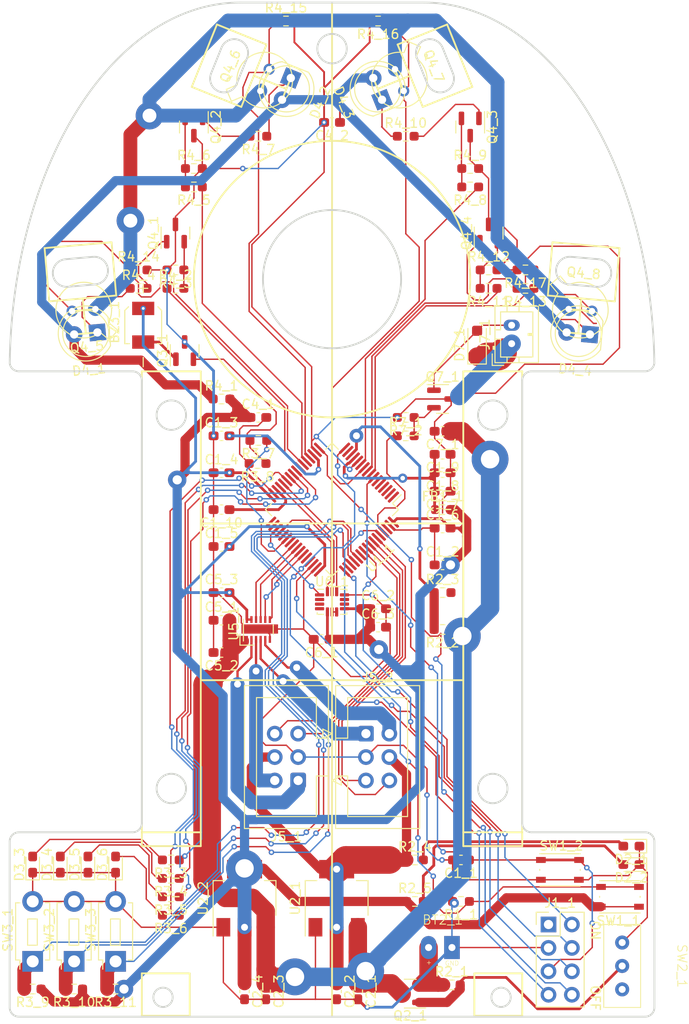
<source format=kicad_pcb>
(kicad_pcb (version 20221018) (generator pcbnew)
  (layers (0 "F.Cu" signal) (31 "B.Cu" signal) (34 "B.Paste" user) (35 "F.Paste" user) (36 "B.SilkS" user "B.Silkscreen") (37 "F.SilkS" user "F.Silkscreen") (38 "B.Mask" user) (39 "F.Mask" user) (44 "Edge.Cuts" user))
  (net 0 "")
  (net 1 "+8V")
  (net 2 "MOTOR1_OUT_1")
  (net 3 "MOTOR1_OUT_2")
  (net 4 "MOTOR2_OUT_1")
  (net 5 "MOTOR2_OUT_2")
  (net 6 "GND")
  (net 7 "MOTOR2_PWM")
  (net 8 "MOTOR1_PWM")
  (net 9 "MOTOR1_PHASE")
  (net 10 "+3.3V")
  (net 11 "Net-(Q2_1-G)")
  (net 13 "GYRO_MISO")
  (net 19 "GYRO_CS")
  (net 20 "GYRO_SCLK")
  (net 21 "GYRO_MOSI")
  (net 22 "Net-(Q3_1-D)")
  (net 23 "Net-(D4_1-A)")
  (net 24 "UI_LED_2")
  (net 25 "Net-(D3_4-A)")
  (net 26 "UI_LED_3")
  (net 27 "Net-(D3_5-A)")
  (net 28 "UI_LED_4")
  (net 29 "Net-(D3_6-A)")
  (net 30 "BUZZER_PWM")
  (net 31 "Net-(Q3_1-G)")
  (net 32 "UI_SW_1")
  (net 33 "UI_SW_2")
  (net 34 "UI_SW_3")
  (net 35 "DIST_ADC_4")
  (net 36 "DIST_ADC_3")
  (net 37 "DIST_ADC_2")
  (net 38 "DIST_ADC_1")
  (net 39 "UI_LED_1")
  (net 40 "Net-(D3_3-A)")
  (net 41 "DIST_LED_1")
  (net 42 "Net-(Q4_1-G)")
  (net 43 "Net-(D4_1-K)")
  (net 44 "Net-(Q4_1-D)")
  (net 45 "DIST_LED_2")
  (net 46 "Net-(Q4_2-G)")
  (net 47 "Net-(D4_2-K)")
  (net 48 "Net-(Q4_2-D)")
  (net 49 "DIST_LED_3")
  (net 50 "Net-(Q4_3-G)")
  (net 51 "Net-(D4_3-K)")
  (net 52 "Net-(Q4_3-D)")
  (net 53 "DIST_LED_4")
  (net 54 "Net-(Q4_4-G)")
  (net 55 "Net-(D4_4-K)")
  (net 56 "Net-(Q4_4-D)")
  (net 57 "Net-(Q7_1-G)")
  (net 58 "Net-(BT2_1-+)")
  (net 59 "BAT_ADC")
  (net 60 "+5V")
  (net 61 "Net-(D2_1-A)")
  (net 62 "BOOT0")
  (net 63 "FAN_MOTOR_PWM")
  (net 64 "Net-(D2_2-A)")
  (net 65 "Net-(U1_1-VDDA)")
  (net 66 "Net-(D7_1-A)")
  (net 72 "NRST")
  (net 74 "TX")
  (net 75 "RX")
  (net 76 "Net-(U1_1-VCAP_1)")
  (net 81 "MOTOR2_PHASE")
  (net 84 "SWDIO")
  (net 85 "SWCLK")
  (net 88 "SWO")
  (net 89 "ENCODER1_A")
  (net 90 "ENCODER1_B")
  (net 91 "ENCODER2_A")
  (net 92 "ENCODER2_B")
  (net 94 "Net-(J1_1-Pin_1)")
  (footprint "Resistor_SMD:R_0603_1608Metric_Pad0.98x0.95mm_HandSolder" (layer "F.Cu") (at -27 14.5)
    (fp_text reference "R4_10")
    (fp_text value "1")
  )
  (footprint "LED_THT:LED_D5.0mm" (layer "F.Cu") (at -60.47 35.779 -175)
    (fp_text reference "D4_1")
    (fp_text value "SFH4550")
  )
  (footprint "Button_Switch_SMD:SW_Push_1P1T_NO_Vertical_Wuerth_434133025816" (layer "F.Cu") (at -3.75 97 180)
    (fp_text reference "SW1_1")
    (fp_text value "BOOT0_SW")
  )
  (footprint "Capacitor_SMD:C_0603_1608Metric_Pad1.08x0.95mm_HandSolder" (layer "F.Cu") (at -23 61)
    (fp_text reference "C1_2")
    (fp_text value "4.7uF")
  )
  (footprint "Resistor_SMD:R_0603_1608Metric_Pad0.98x0.95mm_HandSolder" (layer "F.Cu") (at -18 29)
    (fp_text reference "R4_12")
    (fp_text value "10k")
  )
  (footprint "Diode_SMD:D_SOD-123F" (layer "F.Cu") (at -19.25 37 90)
    (fp_text reference "D7_1")
    (fp_text value "CRS15")
  )
  (footprint "Capacitor_SMD:C_0603_1608Metric_Pad1.08x0.95mm_HandSolder" (layer "F.Cu") (at -30 65.75)
    (fp_text reference "C6_2")
    (fp_text value "0.1uF")
  )
  (footprint "Capacitor_SMD:C_0603_1608Metric_Pad1.08x0.95mm_HandSolder" (layer "F.Cu") (at -47 64)
    (fp_text reference "C5_3")
    (fp_text value "0.1uF")
  )
  (footprint "Package_TO_SOT_SMD:SOT-23" (layer "F.Cu") (at -26.5 107.5 180)
    (fp_text reference "Q2_1")
    (fp_text value "IRLML6402")
  )
  (footprint "Capacitor_SMD:C_0603_1608Metric_Pad1.08x0.95mm_HandSolder" (layer "F.Cu") (at -47 70.5 180)
    (fp_text reference "C5_2")
    (fp_text value "0.1uF")
  )
  (footprint "LED_SMD:LED_0603_1608Metric_Pad1.05x0.95mm_HandSolder" (layer "F.Cu") (at -2.5 93.5 180)
    (fp_text reference "D2_2")
    (fp_text value "LED_Y")
  )
  (footprint "Package_TO_SOT_THT:TO-18-2" (layer "F.Cu") (at -9.309 33.248 -5)
    (fp_text reference "Q4_8")
    (fp_text value "ST-1KL3A")
  )
  (footprint "LED_SMD:LED_0603_1608Metric_Pad1.05x0.95mm_HandSolder" (layer "F.Cu") (at -2.5 91.5 180)
    (fp_text reference "D2_1")
    (fp_text value "LED_R")
  )
  (footprint "Resistor_SMD:R_0603_1608Metric_Pad0.98x0.95mm_HandSolder" (layer "F.Cu") (at -22 106.55)
    (fp_text reference "R2_1")
    (fp_text value "100k")
  )
  (footprint "Capacitor_SMD:C_0603_1608Metric_Pad1.08x0.95mm_HandSolder" (layer "F.Cu") (at -35 13 180)
    (fp_text reference "C4_2")
    (fp_text value "1uF")
  )
  (footprint "Resistor_SMD:R_0603_1608Metric" (layer "F.Cu") (at -23 55)
    (fp_text reference "FB1_1")
    (fp_text value "FerriteBead")
  )
  (footprint "Resistor_SMD:R_0603_1608Metric_Pad0.98x0.95mm_HandSolder" (layer "F.Cu") (at -30 2 180)
    (fp_text reference "R4_16")
    (fp_text value "1k")
  )
  (footprint "Resistor_SMD:R_0603_1608Metric_Pad0.98x0.95mm_HandSolder" (layer "F.Cu") (at -56 31)
    (fp_text reference "R4_4")
    (fp_text value "1")
  )
  (footprint "Package_TO_SOT_SMD:SOT-23" (layer "F.Cu") (at -23 43)
    (fp_text reference "Q7_1")
    (fp_text value "IRLML6344T")
  )
  (footprint "Capacitor_SMD:C_0603_1608Metric_Pad1.08x0.95mm_HandSolder" (layer "F.Cu") (at -21 93 180)
    (fp_text reference "C1_1")
    (fp_text value "0.1uF")
  )
  (footprint "Resistor_SMD:R_0603_1608Metric_Pad0.98x0.95mm_HandSolder" (layer "F.Cu") (at -27 47)
    (fp_text reference "R7_1")
    (fp_text value "10")
  )
  (footprint "Connector_PinHeader_2.54mm:PinHeader_2x04_P2.54mm_Vertical" (layer "F.Cu") (at -11.5 100)
    (fp_text reference "J1_1")
    (fp_text value "Conn_02x04_Odd_Even")
  )
  (footprint "Capacitor_SMD:C_0603_1608Metric_Pad1.08x0.95mm_HandSolder" (layer "F.Cu") (at -42.2 107.25 -90)
    (fp_text reference "C2_3")
    (fp_text value "10uF")
  )
  (footprint "Connector_JST:JST_PH_B2B-PH-K_1x02_P2.00mm_Vertical" (layer "F.Cu") (at -15.5 37 90)
    (fp_text reference "J7_1")
    (fp_text value "Conn_01x02")
  )
  (footprint "Package_QFP:LQFP-64_10x10mm_P0.5mm" (layer "F.Cu") (at -35 55 -135)
    (fp_text reference "U1_1")
    (fp_text value "STM32F446RETx")
  )
  (footprint "Capacitor_SMD:C_0603_1608Metric_Pad1.08x0.95mm_HandSolder" (layer "F.Cu") (at -47 47)
    (fp_text reference "C1_3")
    (fp_text value "0.1uF")
  )
  (footprint "Resistor_SMD:R_0603_1608Metric_Pad0.98x0.95mm_HandSolder" (layer "F.Cu") (at -52 31)
    (fp_text reference "R4_2")
    (fp_text value "10")
  )
  (footprint "Resistor_SMD:R_0603_1608Metric_Pad0.98x0.95mm_HandSolder" (layer "F.Cu") (at -52.5 95 180)
    (fp_text reference "R3_4")
    (fp_text value "100")
  )
  (footprint "Capacitor_SMD:C_0603_1608Metric_Pad1.08x0.95mm_HandSolder" (layer "F.Cu") (at -23 46.5 180)
    (fp_text reference "C7_1")
    (fp_text value "10uF")
  )
  (footprint "LED_THT:LED_D5.0mm" (layer "F.Cu") (at -39.476 8.184 -112)
    (fp_text reference "D4_2")
    (fp_text value "SFH4550")
  )
  (footprint "Resistor_SMD:R_0603_1608Metric_Pad0.98x0.95mm_HandSolder" (layer "F.Cu") (at -14 29 180)
    (fp_text reference "R4_17")
    (fp_text value "1k")
  )
  (footprint "Resistor_SMD:R_0603_1608Metric_Pad0.98x0.95mm_HandSolder" (layer "F.Cu") (at -43 47.5 180)
    (fp_text reference "R3_7")
    (fp_text value "10")
  )
  (footprint "Self-Made_Generic_Packages:2sBattery" (layer "F.Cu") (at -23.25 102.5)
    (fp_text reference "BT2_1")
    (fp_text value "Battery")
  )
  (footprint "LED_SMD:LED_0603_1608Metric_Pad1.05x0.95mm_HandSolder" (layer "F.Cu") (at -64.5 93.5 90)
    (fp_text reference "D3_4")
    (fp_text value "LED_B2")
  )
  (footprint "Connector_IDC:IDC-Header_2x03_P2.54mm_Vertical" (layer "F.Cu") (at -38.68 84.38 180)
    (fp_text reference "J5_1")
    (fp_text value "Conn_02x03_Odd_Even")
  )
  (footprint "Resistor_SMD:R_0603_1608Metric_Pad0.98x0.95mm_HandSolder" (layer "F.Cu") (at -26 93)
    (fp_text reference "R2_4")
    (fp_text value "620")
  )
  (footprint "Resistor_SMD:R_0603_1608Metric_Pad0.98x0.95mm_HandSolder" (layer "F.Cu") (at -43 14.5 180)
    (fp_text reference "R4_7")
    (fp_text value "1")
  )
  (footprint "Package_TO_SOT_SMD:SOT-23" (layer "F.Cu") (at -18 25 90)
    (fp_text reference "Q4_4")
    (fp_text value "IRLML6344T")
  )
  (footprint "Resistor_SMD:R_0603_1608Metric_Pad0.98x0.95mm_HandSolder" (layer "F.Cu") (at -14 31 180)
    (fp_text reference "R4_13")
    (fp_text value "1")
  )
  (footprint "Capacitor_SMD:C_0603_1608Metric_Pad1.08x0.95mm_HandSolder" (layer "F.Cu") (at -44.5 107.25 -90)
    (fp_text reference "C2_4")
    (fp_text value "22uF")
  )
  (footprint "Button_Switch_THT:SW_PUSH_1P1T_6x3.5mm_H4.3_APEM_MJTP1243" (layer "F.Cu") (at -67.5 104 90)
    (fp_text reference "SW3_1")
    (fp_text value "SW_Push")
  )
  (footprint "Package_TO_SOT_SMD:SOT-23" (layer "F.Cu") (at -50 13.5 -90)
    (fp_text reference "Q4_2")
    (fp_text value "IRLML6344T")
  )
  (footprint "Package_TO_SOT_SMD:SOT-23" (layer "F.Cu") (at -51 37.75 90)
    (fp_text reference "Q3_1")
    (fp_text value "IRLML6344T")
  )
  (footprint "LED_SMD:LED_0603_1608Metric_Pad1.05x0.95mm_HandSolder" (layer "F.Cu") (at -61.5 93.5 90)
    (fp_text reference "D3_5")
    (fp_text value "LED_B3")
  )
  (footprint "Capacitor_SMD:C_0603_1608Metric_Pad1.08x0.95mm_HandSolder" (layer "F.Cu") (at -47 51)
    (fp_text reference "C1_4")
    (fp_text value "0.1uF")
  )
  (footprint "Capacitor_SMD:C_0603_1608Metric_Pad1.08x0.95mm_HandSolder" (layer "F.Cu") (at -47 59)
    (fp_text reference "C1_5")
    (fp_text value "0.1uF")
  )
  (footprint "Capacitor_SMD:C_0603_1608Metric_Pad1.08x0.95mm_HandSolder" (layer "F.Cu") (at -43 45)
    (fp_text reference "C4_1")
    (fp_text value "1uF")
  )
  (footprint "Package_TO_SOT_THT:TO-18-2" (layer "F.Cu") (at -42.782 9.588 68)
    (fp_text reference "Q4_6")
    (fp_text value "ST-1KL3A")
  )
  (footprint "DRV8835:DRV8835_ThermalExpanded_WSON-12-1EP" (layer "F.Cu") (at -43 68 90)
    (fp_text reference "U5_1")
    (fp_text value "DRV8835DSSR" hide)
  )
  (footprint "Resistor_SMD:R_0603_1608Metric_Pad0.98x0.95mm_HandSolder" (layer "F.Cu") (at -21 97.5 180)
    (fp_text reference "R1_1")
    (fp_text value "10k")
  )
  (footprint "Capacitor_SMD:C_0603_1608Metric_Pad1.08x0.95mm_HandSolder" (layer "F.Cu") (at -47 67)
    (fp_text reference "C5_1")
    (fp_text value "10uF")
  )
  (footprint "Button_Switch_THT:SW_PUSH_1P1T_6x3.5mm_H4.3_APEM_MJTP1243" (layer "F.Cu") (at -63 104 90)
    (fp_text reference "SW3_2")
    (fp_text value "SW_Push")
  )
  (footprint "Resistor_SMD:R_0603_1608Metric_Pad0.98x0.95mm_HandSolder" (layer "F.Cu") (at -23 64)
    (fp_text reference "R2_3")
    (fp_text value "1k")
  )
  (footprint "Capacitor_SMD:C_0603_1608Metric_Pad1.08x0.95mm_HandSolder" (layer "F.Cu") (at -34.5 107.25 -90)
    (fp_text reference "C2_2")
    (fp_text value "22uF")
  )
  (footprint "Self-Made_Generic_Packages:LGA-14_ExpandPad_3x2.5mm_P0.5mm_LayoutBorder3x4y" (layer "F.Cu") (at -35 65)
    (fp_text reference "U6_1")
    (fp_text value "ICM-42688-P")
  )
  (footprint "Resistor_SMD:R_0603_1608Metric_Pad0.98x0.95mm_HandSolder" (layer "F.Cu") (at -63 107 180)
    (fp_text reference "R3_10")
    (fp_text value "1k")
  )
  (footprint "LED_THT:LED_D5.0mm" (layer "F.Cu") (at -29.573 10.539 112)
    (fp_text reference "D4_3")
    (fp_text value "SFH4550")
  )
  (footprint "Resistor_SMD:R_0603_1608Metric_Pad0.98x0.95mm_HandSolder" (layer "F.Cu") (at -27 45 180)
    (fp_text reference "R7_2")
    (fp_text value "10k")
  )
  (footprint "Resistor_SMD:R_0603_1608Metric_Pad0.98x0.95mm_HandSolder" (layer "F.Cu") (at -56 29)
    (fp_text reference "R4_14")
    (fp_text value "1k")
  )
  (footprint "Capacitor_SMD:C_0603_1608Metric_Pad1.08x0.95mm_HandSolder" (layer "F.Cu") (at -23 53 180)
    (fp_text reference "C1_7")
    (fp_text value "0.01uF")
  )
  (footprint "Package_TO_SOT_THT:TO-18-2" (layer "F.Cu") (at -60.691 33.248 -175)
    (fp_text reference "Q4_5")
    (fp_text value "ST-1KL3A")
  )
  (footprint "LED_THT:LED_D5.0mm" (layer "F.Cu") (at -7 36 175)
    (fp_text reference "D4_4")
    (fp_text value "SFH4550")
  )
  (footprint "Self-Made_Generic_Packages:SW_Slide_SS12D01G4_AKIZUKI" (layer "F.Cu") (at -3.5 104.5 -90)
    (fp_text reference "SW2_1")
    (fp_text value "SW_SPDT")
  )
  (footprint "Capacitor_SMD:C_0603_1608Metric_Pad1.08x0.95mm_HandSolder" (layer "F.Cu") (at -23 57)
    (fp_text reference "C1_6")
    (fp_text value "0.1uF")
  )
  (footprint "Resistor_SMD:R_0603_1608Metric_Pad0.98x0.95mm_HandSolder" (layer "F.Cu") (at -52 29 180)
    (fp_text reference "R4_3")
    (fp_text value "10k")
  )
  (footprint "Resistor_SMD:R_0603_1608Metric_Pad0.98x0.95mm_HandSolder" (layer "F.Cu") (at -47 43)
    (fp_text reference "R4_1")
    (fp_text value "20")
  )
  (footprint "Resistor_SMD:R_0603_1608Metric_Pad0.98x0.95mm_HandSolder" (layer "F.Cu") (at -18 31 180)
    (fp_text reference "R4_11")
    (fp_text value "10")
  )
  (footprint "Capacitor_SMD:C_0603_1608Metric_Pad1.08x0.95mm_HandSolder" (layer "F.Cu") (at -36.1275 69.07 180)
    (fp_text reference "C6_1")
    (fp_text value "0.01uF")
  )
  (footprint "SMT-0440-T-HT-R:XDCR_SMT-0440-T-HT-R" (layer "F.Cu") (at -55.5 35 90)
    (fp_text reference "BZ3_1")
    (fp_text value "SMT-0440-T-HT-R")
  )
  (footprint "Capacitor_SMD:C_0603_1608Metric_Pad1.08x0.95mm_HandSolder" (layer "F.Cu") (at -23 51 180)
    (fp_text reference "C1_8")
    (fp_text value "0.1uF")
  )
  (footprint "Capacitor_SMD:C_0603_1608Metric_Pad1.08x0.95mm_HandSolder" (layer "F.Cu") (at -30 67.75)
    (fp_text reference "C6_3")
    (fp_text value "2.2uF")
  )
  (footprint "Resistor_SMD:R_0603_1608Metric_Pad0.98x0.95mm_HandSolder" (layer "F.Cu") (at -50 20 180)
    (fp_text reference "R4_5")
    (fp_text value "10")
  )
  (footprint "Resistor_SMD:R_0603_1608Metric_Pad0.98x0.95mm_HandSolder" (layer "F.Cu") (at -50 18)
    (fp_text reference "R4_6")
    (fp_text value "10k")
  )
  (footprint "Resistor_SMD:R_0603_1608Metric_Pad0.98x0.95mm_HandSolder" (layer "F.Cu") (at -58.5 107 180)
    (fp_text reference "R3_11")
    (fp_text value "1k")
  )
  (footprint "Connector_IDC:IDC-Header_2x03_P2.54mm_Vertical" (layer "F.Cu") (at -31.32 79.3)
    (fp_text reference "J5_2")
    (fp_text value "Conn_02x03_Odd_Even")
  )
  (footprint "Resistor_SMD:R_0603_1608Metric_Pad0.98x0.95mm_HandSolder" (layer "F.Cu") (at -43.0875 50 180)
    (fp_text reference "R3_8")
    (fp_text value "10k")
  )
  (footprint "Capacitor_SMD:C_0603_1608Metric_Pad1.08x0.95mm_HandSolder" (layer "F.Cu") (at -47 55 180)
    (fp_text reference "C1_10")
    (fp_text value "4.7uF")
  )
  (footprint "Resistor_SMD:R_0603_1608Metric_Pad0.98x0.95mm_HandSolder" (layer "F.Cu") (at -20 20 180)
    (fp_text reference "R4_8")
    (fp_text value "10")
  )
  (footprint "Package_TO_SOT_SMD:SOT-23" (layer "F.Cu") (at -52 25 90)
    (fp_text reference "Q4_1")
    (fp_text value "IRLML6344T")
  )
  (footprint "Package_TO_SOT_SMD:SOT-223-3_TabPin2" (layer "F.Cu") (at -44.5 97.15 90)
    (fp_text reference "U2_2")
    (fp_text value "AZ1117-3.3")
  )
  (footprint "Resistor_SMD:R_0603_1608Metric_Pad0.98x0.95mm_HandSolder" (layer "F.Cu") (at -20 18)
    (fp_text reference "R4_9")
    (fp_text value "10k")
  )
  (footprint "Resistor_SMD:R_0603_1608Metric_Pad0.98x0.95mm_HandSolder" (layer "F.Cu") (at -52.5 99 180)
    (fp_text reference "R3_6")
    (fp_text value "100")
  )
  (footprint "Package_TO_SOT_SMD:SOT-223-3_TabPin2" (layer "F.Cu") (at -34.5 97.15 90)
    (fp_text reference "U2_1")
    (fp_text value "AZ1117-5.0")
  )
  (footprint "Capacitor_SMD:C_0603_1608Metric_Pad1.08x0.95mm_HandSolder" (layer "F.Cu") (at -32.2 107.25 -90)
    (fp_text reference "C2_1")
    (fp_text value "10uF")
  )
  (footprint "Button_Switch_SMD:SW_Push_1P1T_NO_Vertical_Wuerth_434133025816" (layer "F.Cu") (at -10.25 94.075)
    (fp_text reference "SW1_2")
    (fp_text value "NRST_SW")
  )
  (footprint "Resistor_SMD:R_0603_1608Metric_Pad0.98x0.95mm_HandSolder" (layer "F.Cu") (at -52.5 97 180)
    (fp_text reference "R3_5")
    (fp_text value "100")
  )
  (footprint "Resistor_SMD:R_0603_1608Metric_Pad0.98x0.95mm_HandSolder" (layer "F.Cu") (at -26 97.5)
    (fp_text reference "R2_5")
    (fp_text value "280")
  )
  (footprint "Button_Switch_THT:SW_PUSH_1P1T_6x3.5mm_H4.3_APEM_MJTP1243" (layer "F.Cu") (at -58.5 104 90)
    (fp_text reference "SW3_3")
    (fp_text value "SW_Push")
  )
  (footprint "Resistor_SMD:R_0603_1608Metric_Pad0.98x0.95mm_HandSolder" (layer "F.Cu") (at -40 2)
    (fp_text reference "R4_15")
    (fp_text value "1k")
  )
  (footprint "Package_TO_SOT_THT:TO-18-2" (layer "F.Cu") (at -28.169 7.233 -68)
    (fp_text reference "Q4_7")
    (fp_text value "ST-1KL3A")
  )
  (footprint "Resistor_SMD:R_0603_1608Metric_Pad0.98x0.95mm_HandSolder" (layer "F.Cu") (at -52.5 93 180)
    (fp_text reference "R3_3")
    (fp_text value "100")
  )
  (footprint "LED_SMD:LED_0603_1608Metric_Pad1.05x0.95mm_HandSolder" (layer "F.Cu") (at -67.5 93.5 90)
    (fp_text reference "D3_3")
    (fp_text value "LED_B1")
  )
  (footprint "Capacitor_SMD:C_0603_1608Metric_Pad1.08x0.95mm_HandSolder" (layer "F.Cu") (at -23 49 180)
    (fp_text reference "C1_9")
    (fp_text value "1uF")
  )
  (footprint "Resistor_SMD:R_0603_1608Metric_Pad0.98x0.95mm_HandSolder" (layer "F.Cu") (at -67.5 107 180)
    (fp_text reference "R3_9")
    (fp_text value "1k")
  )
  (footprint "Package_TO_SOT_SMD:SOT-23" (layer "F.Cu") (at -20 13.5 -90)
    (fp_text reference "Q4_3")
    (fp_text value "IRLML6344T")
  )
  (footprint "Resistor_SMD:R_0603_1608Metric_Pad0.98x0.95mm_HandSolder" (layer "F.Cu") (at -23 68 180)
    (fp_text reference "R2_2")
    (fp_text value "2k")
  )
  (footprint "LED_SMD:LED_0603_1608Metric_Pad1.05x0.95mm_HandSolder" (layer "F.Cu") (at -58.5 93.5 90)
    (fp_text reference "D3_6")
    (fp_text value "LED_B4")
  )
  (gr_line (start -20.75 90) (end -14.35 90) (stroke (width 0.2)) (layer "F.SilkS"))
  (gr_line (start -62.066896 32.09381) (end -61.734833 35.889312) (stroke (width 0.2)) (layer "F.SilkS"))
  (gr_line (start -35 0) (end -35 110) (stroke (width 0.2)) (layer "F.SilkS"))
  (gr_line (start -58.430785 31.775692) (end -58.936289 25.997763) (stroke (width 0.2)) (layer "F.SilkS"))
  (gr_line (start -19.55 105.3) (end -14.35 105.3) (stroke (width 0.2)) (layer "F.SilkS"))
  (gr_line (start -14.35 109.9) (end -19.55 109.9) (stroke (width 0.2)) (layer "F.SilkS"))
  (gr_line (start -42.116756 4.550353) (end -47.494423 2.377634) (stroke (width 0.2)) (layer "F.SilkS"))
  (gr_line (start -20.75 73.5) (end -49.25 73.5) (stroke (width 0.2)) (layer "F.SilkS"))
  (gr_line (start -20.75 40) (end -20.75 90) (stroke (width 0.2)) (layer "F.SilkS"))
  (gr_line (start -50.45 105.3) (end -55.65 105.3) (stroke (width 0.2)) (layer "F.SilkS"))
  (gr_line (start -22.505577 2.377634) (end -19.770949 9.146076) (stroke (width 0.2)) (layer "F.SilkS"))
  (gr_line (start -41.830797 7.232801) (end -42.782298 9.587847) (stroke (width 0.2)) (layer "F.SilkS"))
  (gr_line (start -60.691041 33.24829) (end -63.221376 33.469665) (stroke (width 0.2)) (layer "F.SilkS"))
  (gr_line (start -19.770949 9.146076) (end -25.148615 11.318794) (stroke (width 0.2)) (layer "F.SilkS"))
  (gr_line (start -9.308959 33.24829) (end -6.778624 33.469665) (stroke (width 0.2)) (layer "F.SilkS"))
  (gr_line (start -27.883244 4.550353) (end -22.505577 2.377634) (stroke (width 0.2)) (layer "F.SilkS"))
  (gr_line (start -19.55 109.9) (end -19.55 105.3) (stroke (width 0.2)) (layer "F.SilkS"))
  (gr_line (start -14.35 91.5) (end -20.75 91.5) (stroke (width 0.2)) (layer "F.SilkS"))
  (gr_line (start -49.25 90) (end -55.65 90) (stroke (width 0.2)) (layer "F.SilkS"))
  (gr_line (start -25.148615 11.318794) (end -27.883244 4.550353) (stroke (width 0.2)) (layer "F.SilkS"))
  (gr_line (start -49.25 73.5) (end -49.25 56.5) (stroke (width 0.2)) (layer "F.SilkS"))
  (gr_line (start -20.75 91.5) (end -20.75 90) (stroke (width 0.2)) (layer "F.SilkS"))
  (gr_line (start -43.484071 7.934574) (end -39.9515 9.361825) (stroke (width 0.2)) (layer "F.SilkS"))
  (gr_line (start -39.47575 8.184301) (end -40.427251 10.539348) (stroke (width 0.2)) (layer "F.SilkS"))
  (gr_line (start -47.494423 2.377634) (end -50.229051 9.146076) (stroke (width 0.2)) (layer "F.SilkS"))
  (gr_line (start -50.45 109.9) (end -50.45 105.3) (stroke (width 0.2)) (layer "F.SilkS"))
  (gr_line (start -49.25 56.5) (end -20.75 56.5) (stroke (width 0.2)) (layer "F.SilkS"))
  (gr_line (start -30.52425 8.184301) (end -29.572749 10.539348) (stroke (width 0.2)) (layer "F.SilkS"))
  (gr_line (start -55.65 40) (end -49.25 40) (stroke (width 0.2)) (layer "F.SilkS"))
  (gr_line (start -55.65 90) (end -55.65 91.5) (stroke (width 0.2)) (layer "F.SilkS"))
  (gr_line (start -11.569215 31.775692) (end -11.063711 25.997763) (stroke (width 0.2)) (layer "F.SilkS"))
  (gr_line (start -44.851385 11.318794) (end -42.116756 4.550353) (stroke (width 0.2)) (layer "F.SilkS"))
  (gr_line (start -11.063711 25.997763) (end -3.79149 26.634) (stroke (width 0.2)) (layer "F.SilkS"))
  (gr_line (start -4.296993 32.411929) (end -11.569215 31.775692) (stroke (width 0.2)) (layer "F.SilkS"))
  (gr_line (start -7.933104 32.09381) (end -8.265167 35.889312) (stroke (width 0.2)) (layer "F.SilkS"))
  (gr_line (start -65.703007 32.411929) (end -58.430785 31.775692) (stroke (width 0.2)) (layer "F.SilkS"))
  (gr_circle (center -35 30) (end -20 30) (stroke (width 0.2)) (fill none) (layer "F.SilkS"))
  (gr_line (start -14.35 105.3) (end -14.35 109.9) (stroke (width 0.2)) (layer "F.SilkS"))
  (gr_line (start -55.65 91.5) (end -49.25 91.5) (stroke (width 0.2)) (layer "F.SilkS"))
  (gr_line (start -58.936289 25.997763) (end -66.20851 26.634) (stroke (width 0.2)) (layer "F.SilkS"))
  (gr_line (start -14.35 90) (end -14.35 91.5) (stroke (width 0.2)) (layer "F.SilkS"))
  (gr_line (start -14.35 90) (end -14.35 40) (stroke (width 0.2)) (layer "F.SilkS"))
  (gr_line (start -55.65 90) (end -55.65 40) (stroke (width 0.2)) (layer "F.SilkS"))
  (gr_line (start -55.65 109.9) (end -50.45 109.9) (stroke (width 0.2)) (layer "F.SilkS"))
  (gr_line (start -14.35 40) (end -20.75 40) (stroke (width 0.2)) (layer "F.SilkS"))
  (gr_line (start -20.75 56.5) (end -20.75 73.5) (stroke (width 0.2)) (layer "F.SilkS"))
  (gr_line (start -50.229051 9.146076) (end -44.851385 11.318794) (stroke (width 0.2)) (layer "F.SilkS"))
  (gr_line (start -49.25 91.5) (end -49.25 90) (stroke (width 0.2)) (layer "F.SilkS"))
  (gr_line (start -66.20851 26.634) (end -65.703007 32.411929) (stroke (width 0.2)) (layer "F.SilkS"))
  (gr_line (start -28.169203 7.232801) (end -27.217702 9.587847) (stroke (width 0.2)) (layer "F.SilkS"))
  (gr_line (start -3.79149 26.634) (end -4.296993 32.411929) (stroke (width 0.2)) (layer "F.SilkS"))
  (gr_line (start -60.469665 35.778624) (end -63 36) (stroke (width 0.2)) (layer "F.SilkS"))
  (gr_line (start -26.515929 7.934574) (end -30.0485 9.361825) (stroke (width 0.2)) (layer "F.SilkS"))
  (gr_line (start -55.65 105.3) (end -55.65 109.9) (stroke (width 0.2)) (layer "F.SilkS"))
  (gr_line (start -49.25 40) (end -49.25 90) (stroke (width 0.2)) (layer "F.SilkS"))
  (gr_line (start -9.530335 35.778624) (end -7 36) (stroke (width 0.2)) (layer "F.SilkS"))
  (gr_circle (center -16.65 107.9) (end -15.6 107.9) (stroke (width 0.2)) (fill none) (layer "Edge.Cuts"))
  (gr_circle (center -17.55 44.75) (end -15.95 44.75) (stroke (width 0.2)) (fill none) (layer "Edge.Cuts"))
  (gr_line (start -70 91) (end -70 109) (stroke (width 0.2)) (layer "Edge.Cuts"))
  (gr_line (start -0.457491 32.3827) (end -0.516883 31.9082) (stroke (width 0.2)) (layer "Edge.Cuts"))
  (gr_line (start -1.21145 27.6992) (end -1.3062 27.2397) (stroke (width 0.2)) (layer "Edge.Cuts"))
  (gr_line (start -69.9145 36.695) (end -69.9377 37.1775) (stroke (width 0.2)) (layer "Edge.Cuts"))
  (gr_line (start -63.7303 13.5068) (end -63.9293 13.8713) (stroke (width 0.2)) (layer "Edge.Cuts"))
  (gr_line (start -2.84779 21.4594) (end -2.9896 21.0319) (stroke (width 0.2)) (layer "Edge.Cuts"))
  (gr_line (start -0.867402 29.5548) (end -0.948146 29.0885) (stroke (width 0.2)) (layer "Edge.Cuts"))
  (gr_line (start -67.2908 21.8895) (end -67.4261 22.3223) (stroke (width 0.2)) (layer "Edge.Cuts"))
  (gr_line (start -59.954 7.94496) (end -60.1953 8.23676) (stroke (width 0.2)) (layer "Edge.Cuts"))
  (gr_line (start -10.046 7.94496) (end -10.2894 7.65784) (stroke (width 0.2)) (layer "Edge.Cuts"))
  (gr_line (start -7.51989 11.4031) (end -7.73739 11.0669) (stroke (width 0.2)) (layer "Edge.Cuts"))
  (gr_line (start -22.2833 0.236879) (end -22.5841 0.187203) (stroke (width 0.2)) (layer "Edge.Cuts"))
  (gr_line (start -0.006176 39.111) (end -0.014727 38.6272) (stroke (width 0.2)) (layer "Edge.Cuts"))
  (gr_line (start -69.4831 31.9082) (end -69.5425 32.3827) (stroke (width 0.2)) (layer "Edge.Cuts"))
  (gr_line (start -2.0657 24.0787) (end -2.18777 23.636) (stroke (width 0.2)) (layer "Edge.Cuts"))
  (gr_line (start -0.062315 37.1775) (end -0.085481 36.695) (stroke (width 0.2)) (layer "Edge.Cuts"))
  (gr_line (start -11.2845 6.55714) (end -11.5384 6.2941) (stroke (width 0.2)) (layer "Edge.Cuts"))
  (gr_line (start -0.042799 37.6604) (end -0.062315 37.1775) (stroke (width 0.2)) (layer "Edge.Cuts"))
  (gr_line (start -7.95742 10.7348) (end -8.17995 10.4071) (stroke (width 0.2)) (layer "Edge.Cuts"))
  (gr_line (start -7.30494 11.7436) (end -7.51989 11.4031) (stroke (width 0.2)) (layer "Edge.Cuts"))
  (gr_line (start -48.9157 0.493699) (end -49.2142 0.572385) (stroke (width 0.2)) (layer "Edge.Cuts"))
  (gr_line (start -53.3077 2.27316) (end -53.5923 2.43673) (stroke (width 0.2)) (layer "Edge.Cuts"))
  (gr_line (start -12.8365 5.05365) (end -13.1016 4.82076) (stroke (width 0.2)) (layer "Edge.Cuts"))
  (gr_line (start -45.3024 0.002927) (end -45.6049 0.011709) (stroke (width 0.2)) (layer "Edge.Cuts"))
  (gr_line (start -49.2142 0.572385) (end -49.512 0.656843) (stroke (width 0.2)) (layer "Edge.Cuts"))
  (gr_line (start -22.8853 0.143353) (end -23.1869 0.105337) (stroke (width 0.2)) (layer "Edge.Cuts"))
  (gr_line (start -4.58123 16.9204) (end -4.75723 16.5268) (stroke (width 0.2)) (layer "Edge.Cuts"))
  (gr_line (start -1.12018 28.1606) (end -1.21145 27.6992) (stroke (width 0.2)) (layer "Edge.Cuts"))
  (gr_line (start -0.401692 32.8583) (end -0.457491 32.3827) (stroke (width 0.2)) (layer "Edge.Cuts"))
  (gr_line (start -11.5384 6.2941) (end -11.7942 6.03599) (stroke (width 0.2)) (layer "Edge.Cuts"))
  (gr_line (start -9.09434 9.1399) (end -9.32885 8.83428) (stroke (width 0.2)) (layer "Edge.Cuts"))
  (gr_line (start -22.5841 0.187203) (end -22.8853 0.143353) (stroke (width 0.2)) (layer "Edge.Cuts"))
  (gr_line (start -67.6868 23.1956) (end -67.8122 23.636) (stroke (width 0.2)) (layer "Edge.Cuts"))
  (gr_line (start -21.9828 0.292376) (end -22.2833 0.236879) (stroke (width 0.2)) (layer "Edge.Cuts"))
  (gr_line (start -6.07072 13.8713) (end -6.26967 13.5068) (stroke (width 0.2)) (layer "Edge.Cuts"))
  (gr_line (start -68.6938 27.2397) (end -68.7886 27.6992) (stroke (width 0.2)) (layer "Edge.Cuts"))
  (gr_line (start -20.7858 0.572385) (end -21.0843 0.493699) (stroke (width 0.2)) (layer "Edge.Cuts"))
  (gr_line (start -69.9377 37.1775) (end -69.9572 37.6604) (stroke (width 0.2)) (layer "Edge.Cuts"))
  (gr_line (start -69.7854 34.7706) (end -69.8232 35.2507) (stroke (width 0.2)) (layer "Edge.Cuts"))
  (gr_line (start -53.8757 2.6058) (end -54.1578 2.78034) (stroke (width 0.2)) (layer "Edge.Cuts"))
  (gr_line (start -4.40821 17.3173) (end -4.58123 16.9204) (stroke (width 0.2)) (layer "Edge.Cuts"))
  (gr_circle (center -52.45 85.25) (end -50.85 85.25) (stroke (width 0.2)) (fill none) (layer "Edge.Cuts"))
  (gr_line (start -9.8047 8.23676) (end -10.046 7.94496) (stroke (width 0.2)) (layer "Edge.Cuts"))
  (gr_line (start -69.5425 32.3827) (end -69.5983 32.8583) (stroke (width 0.2)) (layer "Edge.Cuts"))
  (gr_arc (start -14.35 41) (mid -14.057107 40.292893) (end -13.35 40) (stroke (width 0.2)) (layer "Edge.Cuts"))
  (gr_line (start -53.5923 2.43673) (end -53.8757 2.6058) (stroke (width 0.2)) (layer "Edge.Cuts"))
  (gr_line (start -0.085481 36.695) (end -0.112294 36.213) (stroke (width 0.2)) (layer "Edge.Cuts"))
  (gr_line (start -55.8208 3.94104) (end -56.0927 4.15313) (stroke (width 0.2)) (layer "Edge.Cuts"))
  (gr_arc (start -0.006176 39.110965) (mid -0.333278 39.745308) (end -1 40) (stroke (width 0.2)) (layer "Edge.Cuts"))
  (gr_line (start -52.7348 1.96261) (end -53.0218 2.11511) (stroke (width 0.2)) (layer "Edge.Cuts"))
  (gr_line (start -63.9293 13.8713) (end -64.1255 14.2397) (stroke (width 0.2)) (layer "Edge.Cuts"))
  (gr_line (start -6.67576 12.7895) (end -6.88285 12.4368) (stroke (width 0.2)) (layer "Edge.Cuts"))
  (gr_line (start -18.4243 1.40848) (end -18.7166 1.28402) (stroke (width 0.2)) (layer "Edge.Cuts"))
  (gr_line (start -64.6971 15.367) (end -64.8819 15.7501) (stroke (width 0.2)) (layer "Edge.Cuts"))
  (gr_line (start -12.5732 5.29165) (end -12.8365 5.05365) (stroke (width 0.2)) (layer "Edge.Cuts"))
  (gr_line (start -1.71973 25.4208) (end -1.83167 24.9712) (stroke (width 0.2)) (layer "Edge.Cuts"))
  (gr_line (start -69.0519 29.0885) (end -69.1326 29.5548) (stroke (width 0.2)) (layer "Edge.Cuts"))
  (gr_line (start -45.9072 0.026343) (end -46.2093 0.046828) (stroke (width 0.2)) (layer "Edge.Cuts"))
  (gr_line (start -45 0) (end -45.3024 0.002927) (stroke (width 0.2)) (layer "Edge.Cuts"))
  (gr_line (start -65.7618 17.7176) (end -65.9288 18.1211) (stroke (width 0.2)) (layer "Edge.Cuts"))
  (gr_line (start -68.3888 25.8725) (end -68.4939 26.3262) (stroke (width 0.2)) (layer "Edge.Cuts"))
  (gr_line (start -69.6505 33.335) (end -69.6991 33.8126) (stroke (width 0.2)) (layer "Edge.Cuts"))
  (gr_line (start -64.8819 15.7501) (end -65.0638 16.1367) (stroke (width 0.2)) (layer "Edge.Cuts"))
  (gr_line (start -46.2093 0.046828) (end -46.5114 0.073161) (stroke (width 0.2)) (layer "Edge.Cuts"))
  (gr_line (start -0.516883 31.9082) (end -0.579858 31.4349) (stroke (width 0.2)) (layer "Edge.Cuts"))
  (gr_line (start -47.4159 0.187203) (end -47.7167 0.236879) (stroke (width 0.2)) (layer "Edge.Cuts"))
  (gr_line (start -11.7942 6.03599) (end -12.052 5.78286) (stroke (width 0.2)) (layer "Edge.Cuts"))
  (gr_line (start -60.4344 8.53322) (end -60.6712 8.83428) (stroke (width 0.2)) (layer "Edge.Cuts"))
  (gr_line (start -58.4616 6.2941) (end -58.7155 6.55714) (stroke (width 0.2)) (layer "Edge.Cuts"))
  (gr_arc (start -1 90) (mid -0.292893 90.292893) (end 0 91) (stroke (width 0.2)) (layer "Edge.Cuts"))
  (gr_line (start -51.867 1.53859) (end -52.1573 1.67433) (stroke (width 0.2)) (layer "Edge.Cuts"))
  (gr_line (start -20.1909 0.747058) (end -20.488 0.656843) (stroke (width 0.2)) (layer "Edge.Cuts"))
  (gr_line (start -19.5987 0.944711) (end -19.8944 0.843019) (stroke (width 0.2)) (layer "Edge.Cuts"))
  (gr_circle (center -52.45 44.75) (end -50.85 44.75) (stroke (width 0.2)) (fill none) (layer "Edge.Cuts"))
  (gr_line (start -4.07125 18.1211) (end -4.23821 17.7176) (stroke (width 0.2)) (layer "Edge.Cuts"))
  (gr_line (start -69.8877 36.213) (end -69.9145 36.695) (stroke (width 0.2)) (layer "Edge.Cuts"))
  (gr_line (start -0.176843 35.2507) (end -0.21457 34.7706) (stroke (width 0.2)) (layer "Edge.Cuts"))
  (gr_line (start -66.5657 19.7665) (end -66.7171 20.1854) (stroke (width 0.2)) (layer "Edge.Cuts"))
  (gr_line (start -23.1869 0.105337) (end -23.4886 0.073161) (stroke (width 0.2)) (layer "Edge.Cuts"))
  (gr_line (start -8.86217 9.45004) (end -9.09434 9.1399) (stroke (width 0.2)) (layer "Edge.Cuts"))
  (gr_line (start -68.4939 26.3262) (end -68.5956 26.782) (stroke (width 0.2)) (layer "Edge.Cuts"))
  (gr_line (start -67.4261 22.3223) (end -67.5581 22.7577) (stroke (width 0.2)) (layer "Edge.Cuts"))
  (gr_line (start -5.1181 15.7501) (end -5.30291 15.367) (stroke (width 0.2)) (layer "Edge.Cuts"))
  (gr_line (start -21.6828 0.353684) (end -21.9828 0.292376) (stroke (width 0.2)) (layer "Edge.Cuts"))
  (gr_line (start -21.3833 0.420795) (end -21.6828 0.353684) (stroke (width 0.2)) (layer "Edge.Cuts"))
  (gr_line (start -0.716522 30.4921) (end -0.79019 30.0227) (stroke (width 0.2)) (layer "Edge.Cuts"))
  (gr_line (start -24.3951 0.011709) (end -24.6976 0.002927) (stroke (width 0.2)) (layer "Edge.Cuts"))
  (gr_line (start -68.9676 28.6237) (end -69.0519 29.0885) (stroke (width 0.2)) (layer "Edge.Cuts"))
  (gr_line (start -56.65 90) (end -69 90) (stroke (width 0.2)) (layer "Edge.Cuts"))
  (gr_line (start -0.79019 30.0227) (end -0.867402 29.5548) (stroke (width 0.2)) (layer "Edge.Cuts"))
  (gr_line (start -62.0426 10.7348) (end -62.2626 11.0669) (stroke (width 0.2)) (layer "Edge.Cuts"))
  (gr_line (start -13.1016 4.82076) (end -13.3685 4.59303) (stroke (width 0.2)) (layer "Edge.Cuts"))
  (gr_line (start -19.0098 1.16523) (end -19.3038 1.05212) (stroke (width 0.2)) (layer "Edge.Cuts"))
  (gr_line (start -0.026935 38.1437) (end -0.042799 37.6604) (stroke (width 0.2)) (layer "Edge.Cuts"))
  (gr_line (start -45.6049 0.011709) (end -45.9072 0.026343) (stroke (width 0.2)) (layer "Edge.Cuts"))
  (gr_line (start -17.5534 1.81567) (end -17.8427 1.67433) (stroke (width 0.2)) (layer "Edge.Cuts"))
  (gr_line (start -4.23821 17.7176) (end -4.40821 17.3173) (stroke (width 0.2)) (layer "Edge.Cuts"))
  (gr_line (start -61.3676 9.76465) (end -61.5951 10.0837) (stroke (width 0.2)) (layer "Edge.Cuts"))
  (gr_line (start -9.56564 8.53322) (end -9.8047 8.23676) (stroke (width 0.2)) (layer "Edge.Cuts"))
  (gr_line (start -1.50609 26.3262) (end -1.6112 25.8725) (stroke (width 0.2)) (layer "Edge.Cuts"))
  (gr_arc (start -60.956089 27.57982) (mid -59.331064 28.943379) (end -60.694622 30.568404) (stroke (width 0.2)) (layer "Edge.Cuts"))
  (gr_line (start -68.8798 28.1606) (end -68.9676 28.6237) (stroke (width 0.2)) (layer "Edge.Cuts"))
  (gr_line (start -61.1378 9.45004) (end -61.3676 9.76465) (stroke (width 0.2)) (layer "Edge.Cuts"))
  (gr_line (start -22.99823 4.895529) (end -21.874411 7.67708) (stroke (width 0.2)) (layer "Edge.Cuts"))
  (gr_line (start -2.18777 23.636) (end -2.31317 23.1956) (stroke (width 0.2)) (layer "Edge.Cuts"))
  (gr_line (start -10.7828 7.09786) (end -11.0326 6.82507) (stroke (width 0.2)) (layer "Edge.Cuts"))
  (gr_line (start -6.88285 12.4368) (end -7.09258 12.0882) (stroke (width 0.2)) (layer "Edge.Cuts"))
  (gr_line (start -56.6315 4.59303) (end -56.8984 4.82076) (stroke (width 0.2)) (layer "Edge.Cuts"))
  (gr_line (start -16.9782 2.11511) (end -17.2652 1.96261) (stroke (width 0.2)) (layer "Edge.Cuts"))
  (gr_line (start -63.683206 30.829871) (end -60.694622 30.568404) (stroke (width 0.2)) (layer "Edge.Cuts"))
  (gr_line (start -67.9343 24.0787) (end -68.053 24.5238) (stroke (width 0.2)) (layer "Edge.Cuts"))
  (gr_line (start -10.2894 7.65784) (end -10.5351 7.37546) (stroke (width 0.2)) (layer "Edge.Cuts"))
  (gr_line (start -17.8427 1.67433) (end -18.133 1.53859) (stroke (width 0.2)) (layer "Edge.Cuts"))
  (gr_line (start -14.1792 3.94104) (end -14.4526 3.73422) (stroke (width 0.2)) (layer "Edge.Cuts"))
  (gr_arc (start -9.305378 30.568404) (mid -10.668936 28.943378) (end -9.043911 27.57982) (stroke (width 0.2)) (layer "Edge.Cuts"))
  (gr_line (start -16.6923 2.27316) (end -16.9782 2.11511) (stroke (width 0.2)) (layer "Edge.Cuts"))
  (gr_line (start -12.3116 5.53473) (end -12.5732 5.29165) (stroke (width 0.2)) (layer "Edge.Cuts"))
  (gr_line (start -67.0104 21.0319) (end -67.1522 21.4594) (stroke (width 0.2)) (layer "Edge.Cuts"))
  (gr_line (start -68.2803 25.4208) (end -68.3888 25.8725) (stroke (width 0.2)) (layer "Edge.Cuts"))
  (gr_line (start -56.8984 4.82076) (end -57.1635 5.05365) (stroke (width 0.2)) (layer "Edge.Cuts"))
  (gr_line (start -13.35 40) (end -1 40) (stroke (width 0.2)) (layer "Edge.Cuts"))
  (gr_line (start -69.8232 35.2507) (end -69.8573 35.7315) (stroke (width 0.2)) (layer "Edge.Cuts"))
  (gr_line (start -25 0) (end -45 0) (stroke (width 0.2)) (layer "Edge.Cuts"))
  (gr_line (start -14.4526 3.73422) (end -14.7276 3.53271) (stroke (width 0.2)) (layer "Edge.Cuts"))
  (gr_line (start -46.8131 0.105337) (end -47.1147 0.143353) (stroke (width 0.2)) (layer "Edge.Cuts"))
  (gr_line (start -67.5581 22.7577) (end -67.6868 23.1956) (stroke (width 0.2)) (layer "Edge.Cuts"))
  (gr_line (start -2.70922 21.8895) (end -2.84779 21.4594) (stroke (width 0.2)) (layer "Edge.Cuts"))
  (gr_line (start -57.948 5.78286) (end -58.2058 6.03599) (stroke (width 0.2)) (layer "Edge.Cuts"))
  (gr_line (start -0.014727 38.6272) (end -0.026935 38.1437) (stroke (width 0.2)) (layer "Edge.Cuts"))
  (gr_line (start -18.133 1.53859) (end -18.4243 1.40848) (stroke (width 0.2)) (layer "Edge.Cuts"))
  (gr_line (start -64.5094 14.9876) (end -64.6971 15.367) (stroke (width 0.2)) (layer "Edge.Cuts"))
  (gr_arc (start -56.65 40) (mid -55.942893 40.292893) (end -55.65 41) (stroke (width 0.2)) (layer "Edge.Cuts"))
  (gr_line (start -3.13463 20.6073) (end -3.28286 20.1854) (stroke (width 0.2)) (layer "Edge.Cuts"))
  (gr_line (start -55.5474 3.73422) (end -55.8208 3.94104) (stroke (width 0.2)) (layer "Edge.Cuts"))
  (gr_line (start -57.4268 5.29165) (end -57.6884 5.53473) (stroke (width 0.2)) (layer "Edge.Cuts"))
  (gr_line (start -69.5983 32.8583) (end -69.6505 33.335) (stroke (width 0.2)) (layer "Edge.Cuts"))
  (gr_line (start -0.948146 29.0885) (end -1.03241 28.6237) (stroke (width 0.2)) (layer "Edge.Cuts"))
  (gr_line (start -58.9674 6.82507) (end -59.2172 7.09786) (stroke (width 0.2)) (layer "Edge.Cuts"))
  (gr_line (start -0.300901 33.8126) (end -0.349492 33.335) (stroke (width 0.2)) (layer "Edge.Cuts"))
  (gr_line (start -2.31317 23.1956) (end -2.44189 22.7577) (stroke (width 0.2)) (layer "Edge.Cuts"))
  (gr_line (start -9.043911 27.57982) (end -6.055327 27.841287) (stroke (width 0.2)) (layer "Edge.Cuts"))
  (gr_line (start -7.09258 12.0882) (end -7.30494 11.7436) (stroke (width 0.2)) (layer "Edge.Cuts"))
  (gr_line (start -1 90) (end -13.35 90) (stroke (width 0.2)) (layer "Edge.Cuts"))
  (gr_line (start -66.0926 18.5278) (end -66.2535 18.9376) (stroke (width 0.2)) (layer "Edge.Cuts"))
  (gr_line (start -68.5956 26.782) (end -68.6938 27.2397) (stroke (width 0.2)) (layer "Edge.Cuts"))
  (gr_line (start -15.0041 3.33654) (end -15.282 3.14574) (stroke (width 0.2)) (layer "Edge.Cuts"))
  (gr_line (start -48.125589 7.67708) (end -47.00177 4.895529) (stroke (width 0.2)) (layer "Edge.Cuts"))
  (gr_line (start -12.052 5.78286) (end -12.3116 5.53473) (stroke (width 0.2)) (layer "Edge.Cuts"))
  (gr_line (start -60.9057 9.1399) (end -61.1378 9.45004) (stroke (width 0.2)) (layer "Edge.Cuts"))
  (gr_line (start -1.40442 26.782) (end -1.50609 26.3262) (stroke (width 0.2)) (layer "Edge.Cuts"))
  (gr_line (start -52.4466 1.81567) (end -52.7348 1.96261) (stroke (width 0.2)) (layer "Edge.Cuts"))
  (gr_circle (center -53.35 107.9) (end -52.3 107.9) (stroke (width 0.2)) (fill none) (layer "Edge.Cuts"))
  (gr_line (start -0.112294 36.213) (end -0.142749 35.7315) (stroke (width 0.2)) (layer "Edge.Cuts"))
  (gr_line (start -59.4649 7.37546) (end -59.7106 7.65784) (stroke (width 0.2)) (layer "Edge.Cuts"))
  (gr_line (start -48.6167 0.420795) (end -48.9157 0.493699) (stroke (width 0.2)) (layer "Edge.Cuts"))
  (gr_line (start -5.68116 14.6118) (end -5.87454 14.2397) (stroke (width 0.2)) (layer "Edge.Cuts"))
  (gr_line (start -3.74654 18.9376) (end -3.90735 18.5278) (stroke (width 0.2)) (layer "Edge.Cuts"))
  (gr_line (start -13.3685 4.59303) (end -13.6371 4.37047) (stroke (width 0.2)) (layer "Edge.Cuts"))
  (gr_line (start -65.5918 17.3173) (end -65.7618 17.7176) (stroke (width 0.2)) (layer "Edge.Cuts"))
  (gr_line (start -2.57391 22.3223) (end -2.70922 21.8895) (stroke (width 0.2)) (layer "Edge.Cuts"))
  (gr_line (start -49.512 0.656843) (end -49.8091 0.747058) (stroke (width 0.2)) (layer "Edge.Cuts"))
  (gr_line (start -0.255925 34.2912) (end -0.300901 33.8126) (stroke (width 0.2)) (layer "Edge.Cuts"))
  (gr_line (start -0.646408 30.9628) (end -0.716522 30.4921) (stroke (width 0.2)) (layer "Edge.Cuts"))
  (gr_line (start -51.5757 1.40848) (end -51.867 1.53859) (stroke (width 0.2)) (layer "Edge.Cuts"))
  (gr_line (start -68.1683 24.9712) (end -68.2803 25.4208) (stroke (width 0.2)) (layer "Edge.Cuts"))
  (gr_line (start -60.1953 8.23676) (end -60.4344 8.53322) (stroke (width 0.2)) (layer "Edge.Cuts"))
  (gr_line (start -0.579858 31.4349) (end -0.646408 30.9628) (stroke (width 0.2)) (layer "Edge.Cuts"))
  (gr_line (start -7.73739 11.0669) (end -7.95742 10.7348) (stroke (width 0.2)) (layer "Edge.Cuts"))
  (gr_line (start -19.3038 1.05212) (end -19.5987 0.944711) (stroke (width 0.2)) (layer "Edge.Cuts"))
  (gr_line (start -16.1243 2.6058) (end -16.4077 2.43673) (stroke (width 0.2)) (layer "Edge.Cuts"))
  (gr_line (start -3.58884 19.3506) (end -3.74654 18.9376) (stroke (width 0.2)) (layer "Edge.Cuts"))
  (gr_line (start -69.9572 37.6604) (end -69.9731 38.1437) (stroke (width 0.2)) (layer "Edge.Cuts"))
  (gr_line (start -14.7276 3.53271) (end -15.0041 3.33654) (stroke (width 0.2)) (layer "Edge.Cuts"))
  (gr_line (start -9.32885 8.83428) (end -9.56564 8.53322) (stroke (width 0.2)) (layer "Edge.Cuts"))
  (gr_line (start -60.6712 8.83428) (end -60.9057 9.1399) (stroke (width 0.2)) (layer "Edge.Cuts"))
  (gr_arc (start -13.35 90) (mid -14.057107 89.707107) (end -14.35 89) (stroke (width 0.2)) (layer "Edge.Cuts"))
  (gr_line (start -57.1635 5.05365) (end -57.4268 5.29165) (stroke (width 0.2)) (layer "Edge.Cuts"))
  (gr_line (start -0.21457 34.7706) (end -0.255925 34.2912) (stroke (width 0.2)) (layer "Edge.Cuts"))
  (gr_line (start -58.2058 6.03599) (end -58.4616 6.2941) (stroke (width 0.2)) (layer "Edge.Cuts"))
  (gr_line (start -3.28286 20.1854) (end -3.43427 19.7665) (stroke (width 0.2)) (layer "Edge.Cuts"))
  (gr_arc (start -45.344038 8.8009) (mid -47.296724 9.629767) (end -48.125589 7.67708) (stroke (width 0.2)) (layer "Edge.Cuts"))
  (gr_line (start -66.7171 20.1854) (end -66.8654 20.6073) (stroke (width 0.2)) (layer "Edge.Cuts"))
  (gr_line (start -68.7886 27.6992) (end -68.8798 28.1606) (stroke (width 0.2)) (layer "Edge.Cuts"))
  (gr_line (start -51.2834 1.28402) (end -51.5757 1.40848) (stroke (width 0.2)) (layer "Edge.Cuts"))
  (gr_line (start -0.142749 35.7315) (end -0.176843 35.2507) (stroke (width 0.2)) (layer "Edge.Cuts"))
  (gr_line (start -62.2626 11.0669) (end -62.4801 11.4031) (stroke (width 0.2)) (layer "Edge.Cuts"))
  (gr_line (start -69.3536 30.9628) (end -69.4201 31.4349) (stroke (width 0.2)) (layer "Edge.Cuts"))
  (gr_line (start -53.0218 2.11511) (end -53.3077 2.27316) (stroke (width 0.2)) (layer "Edge.Cuts"))
  (gr_line (start -47.7167 0.236879) (end -48.0172 0.292376) (stroke (width 0.2)) (layer "Edge.Cuts"))
  (gr_arc (start -21.874411 7.67708) (mid -22.703276 9.629766) (end -24.655962 8.8009) (stroke (width 0.2)) (layer "Edge.Cuts"))
  (gr_line (start -66.4112 19.3506) (end -66.5657 19.7665) (stroke (width 0.2)) (layer "Edge.Cuts"))
  (gr_line (start -63.3242 12.7895) (end -63.5286 13.1462) (stroke (width 0.2)) (layer "Edge.Cuts"))
  (gr_line (start -63.5286 13.1462) (end -63.7303 13.5068) (stroke (width 0.2)) (layer "Edge.Cuts"))
  (gr_line (start -59.7106 7.65784) (end -59.954 7.94496) (stroke (width 0.2)) (layer "Edge.Cuts"))
  (gr_arc (start -63.683206 30.829871) (mid -65.308232 29.466313) (end -63.944673 27.841287) (stroke (width 0.2)) (layer "Edge.Cuts"))
  (gr_line (start -50.4013 0.944711) (end -50.6962 1.05212) (stroke (width 0.2)) (layer "Edge.Cuts"))
  (gr_line (start -4.75723 16.5268) (end -4.9362 16.1367) (stroke (width 0.2)) (layer "Edge.Cuts"))
  (gr_line (start -54.9959 3.33654) (end -55.2724 3.53271) (stroke (width 0.2)) (layer "Edge.Cuts"))
  (gr_line (start -2.9896 21.0319) (end -3.13463 20.6073) (stroke (width 0.2)) (layer "Edge.Cuts"))
  (gr_line (start -20.488 0.656843) (end -20.7858 0.572385) (stroke (width 0.2)) (layer "Edge.Cuts"))
  (gr_line (start -6.47136 13.1462) (end -6.67576 12.7895) (stroke (width 0.2)) (layer "Edge.Cuts"))
  (gr_line (start -66.8654 20.6073) (end -67.0104 21.0319) (stroke (width 0.2)) (layer "Edge.Cuts"))
  (gr_line (start -65.9288 18.1211) (end -66.0926 18.5278) (stroke (width 0.2)) (layer "Edge.Cuts"))
  (gr_line (start -50.1056 0.843019) (end -50.4013 0.944711) (stroke (width 0.2)) (layer "Edge.Cuts"))
  (gr_arc (start -69 110) (mid -69.707107 109.707107) (end -70 109) (stroke (width 0.2)) (layer "Edge.Cuts"))
  (gr_line (start -11.0326 6.82507) (end -11.2845 6.55714) (stroke (width 0.2)) (layer "Edge.Cuts"))
  (gr_line (start -55.65 41) (end -55.65 89) (stroke (width 0.2)) (layer "Edge.Cuts"))
  (gr_line (start -69.9853 38.6272) (end -69.9938 39.111) (stroke (width 0.2)) (layer "Edge.Cuts"))
  (gr_line (start -14.35 89) (end -14.35 41) (stroke (width 0.2)) (layer "Edge.Cuts"))
  (gr_line (start -61.8201 10.4071) (end -62.0426 10.7348) (stroke (width 0.2)) (layer "Edge.Cuts"))
  (gr_line (start -13.9073 4.15313) (end -14.1792 3.94104) (stroke (width 0.2)) (layer "Edge.Cuts"))
  (gr_line (start -56.3629 4.37047) (end -56.6315 4.59303) (stroke (width 0.2)) (layer "Edge.Cuts"))
  (gr_line (start -15.5614 2.96033) (end -15.8422 2.78034) (stroke (width 0.2)) (layer "Edge.Cuts"))
  (gr_line (start -55.2724 3.53271) (end -55.5474 3.73422) (stroke (width 0.2)) (layer "Edge.Cuts"))
  (gr_line (start -69.7441 34.2912) (end -69.7854 34.7706) (stroke (width 0.2)) (layer "Edge.Cuts"))
  (gr_line (start -50.9902 1.16523) (end -51.2834 1.28402) (stroke (width 0.2)) (layer "Edge.Cuts"))
  (gr_line (start -59.2172 7.09786) (end -59.4649 7.37546) (stroke (width 0.2)) (layer "Edge.Cuts"))
  (gr_line (start -65.2428 16.5268) (end -65.4188 16.9204) (stroke (width 0.2)) (layer "Edge.Cuts"))
  (gr_line (start -66.2535 18.9376) (end -66.4112 19.3506) (stroke (width 0.2)) (layer "Edge.Cuts"))
  (gr_line (start -69 40) (end -56.65 40) (stroke (width 0.2)) (layer "Edge.Cuts"))
  (gr_line (start -2.44189 22.7577) (end -2.57391 22.3223) (stroke (width 0.2)) (layer "Edge.Cuts"))
  (gr_line (start -69.2835 30.4921) (end -69.3536 30.9628) (stroke (width 0.2)) (layer "Edge.Cuts"))
  (gr_line (start -3.43427 19.7665) (end -3.58884 19.3506) (stroke (width 0.2)) (layer "Edge.Cuts"))
  (gr_line (start -62.6951 11.7436) (end -62.9074 12.0882) (stroke (width 0.2)) (layer "Edge.Cuts"))
  (gr_line (start -54.718 3.14574) (end -54.9959 3.33654) (stroke (width 0.2)) (layer "Edge.Cuts"))
  (gr_line (start -54.1578 2.78034) (end -54.4386 2.96033) (stroke (width 0.2)) (layer "Edge.Cuts"))
  (gr_line (start -16.4077 2.43673) (end -16.6923 2.27316) (stroke (width 0.2)) (layer "Edge.Cuts"))
  (gr_line (start -8.17995 10.4071) (end -8.40494 10.0837) (stroke (width 0.2)) (layer "Edge.Cuts"))
  (gr_line (start -69.9731 38.1437) (end -69.9853 38.6272) (stroke (width 0.2)) (layer "Edge.Cuts"))
  (gr_line (start -47.1147 0.143353) (end -47.4159 0.187203) (stroke (width 0.2)) (layer "Edge.Cuts"))
  (gr_arc (start -69 40) (mid -69.666721 39.745307) (end -69.993824 39.110965) (stroke (width 0.2)) (layer "Edge.Cuts"))
  (gr_line (start -49.8091 0.747058) (end -50.1056 0.843019) (stroke (width 0.2)) (layer "Edge.Cuts"))
  (gr_line (start -15.8422 2.78034) (end -16.1243 2.6058) (stroke (width 0.2)) (layer "Edge.Cuts"))
  (gr_line (start -65.4188 16.9204) (end -65.5918 17.3173) (stroke (width 0.2)) (layer "Edge.Cuts"))
  (gr_line (start -4.9362 16.1367) (end -5.1181 15.7501) (stroke (width 0.2)) (layer "Edge.Cuts"))
  (gr_arc (start 0 109) (mid -0.292893 109.707107) (end -1 110) (stroke (width 0.2)) (layer "Edge.Cuts"))
  (gr_line (start -50.6962 1.05212) (end -50.9902 1.16523) (stroke (width 0.2)) (layer "Edge.Cuts"))
  (gr_arc (start -25.779782 6.019348) (mid -24.950915 4.066663) (end -22.99823 4.895529) (stroke (width 0.2)) (layer "Edge.Cuts"))
  (gr_line (start -6.316794 30.829871) (end -9.305378 30.568404) (stroke (width 0.2)) (layer "Edge.Cuts"))
  (gr_line (start -48.3172 0.353684) (end -48.6167 0.420795) (stroke (width 0.2)) (layer "Edge.Cuts"))
  (gr_line (start 0 109) (end 0 91) (stroke (width 0.2)) (layer "Edge.Cuts"))
  (gr_line (start -62.4801 11.4031) (end -62.6951 11.7436) (stroke (width 0.2)) (layer "Edge.Cuts"))
  (gr_line (start -1.83167 24.9712) (end -1.947 24.5238) (stroke (width 0.2)) (layer "Edge.Cuts"))
  (gr_line (start -24.6976 0.002927) (end -25 0) (stroke (width 0.2)) (layer "Edge.Cuts"))
  (gr_line (start -17.2652 1.96261) (end -17.5534 1.81567) (stroke (width 0.2)) (layer "Edge.Cuts"))
  (gr_line (start -23.7907 0.046828) (end -24.0928 0.026343) (stroke (width 0.2)) (layer "Edge.Cuts"))
  (gr_line (start -52.1573 1.67433) (end -52.4466 1.81567) (stroke (width 0.2)) (layer "Edge.Cuts"))
  (gr_line (start -48.0172 0.292376) (end -48.3172 0.353684) (stroke (width 0.2)) (layer "Edge.Cuts"))
  (gr_line (start -57.6884 5.53473) (end -57.948 5.78286) (stroke (width 0.2)) (layer "Edge.Cuts"))
  (gr_line (start -58.7155 6.55714) (end -58.9674 6.82507) (stroke (width 0.2)) (layer "Edge.Cuts"))
  (gr_line (start -69.1326 29.5548) (end -69.2098 30.0227) (stroke (width 0.2)) (layer "Edge.Cuts"))
  (gr_line (start -63.1172 12.4368) (end -63.3242 12.7895) (stroke (width 0.2)) (layer "Edge.Cuts"))
  (gr_line (start -24.0928 0.026343) (end -24.3951 0.011709) (stroke (width 0.2)) (layer "Edge.Cuts"))
  (gr_line (start -5.49061 14.9876) (end -5.68116 14.6118) (stroke (width 0.2)) (layer "Edge.Cuts"))
  (gr_line (start -10.5351 7.37546) (end -10.7828 7.09786) (stroke (width 0.2)) (layer "Edge.Cuts"))
  (gr_circle (center -35 30) (end -27.5 30) (stroke (width 0.2)) (fill none) (layer "Edge.Cuts"))
  (gr_line (start -61.5951 10.0837) (end -61.8201 10.4071) (stroke (width 0.2)) (layer "Edge.Cuts"))
  (gr_line (start -69.6991 33.8126) (end -69.7441 34.2912) (stroke (width 0.2)) (layer "Edge.Cuts"))
  (gr_line (start -56.0927 4.15313) (end -56.3629 4.37047) (stroke (width 0.2)) (layer "Edge.Cuts"))
  (gr_line (start -23.4886 0.073161) (end -23.7907 0.046828) (stroke (width 0.2)) (layer "Edge.Cuts"))
  (gr_line (start -65.0638 16.1367) (end -65.2428 16.5268) (stroke (width 0.2)) (layer "Edge.Cuts"))
  (gr_circle (center -35 5) (end -33.4 5) (stroke (width 0.2)) (fill none) (layer "Edge.Cuts"))
  (gr_line (start -3.90735 18.5278) (end -4.07125 18.1211) (stroke (width 0.2)) (layer "Edge.Cuts"))
  (gr_line (start -1.03241 28.6237) (end -1.12018 28.1606) (stroke (width 0.2)) (layer "Edge.Cuts"))
  (gr_line (start -46.5114 0.073161) (end -46.8131 0.105337) (stroke (width 0.2)) (layer "Edge.Cuts"))
  (gr_line (start -64.1255 14.2397) (end -64.3188 14.6118) (stroke (width 0.2)) (layer "Edge.Cuts"))
  (gr_arc (start -55.65 89) (mid -55.942893 89.707107) (end -56.65 90) (stroke (width 0.2)) (layer "Edge.Cuts"))
  (gr_arc (start -70 91) (mid -69.707107 90.292893) (end -69 90) (stroke (width 0.2)) (layer "Edge.Cuts"))
  (gr_arc (start -47.00177 4.895529) (mid -45.049084 4.066663) (end -44.220218 6.019348) (stroke (width 0.2)) (layer "Edge.Cuts"))
  (gr_line (start -44.220218 6.019348) (end -45.344038 8.8009) (stroke (width 0.2)) (layer "Edge.Cuts"))
  (gr_line (start -5.30291 15.367) (end -5.49061 14.9876) (stroke (width 0.2)) (layer "Edge.Cuts"))
  (gr_line (start -1.3062 27.2397) (end -1.40442 26.782) (stroke (width 0.2)) (layer "Edge.Cuts"))
  (gr_line (start -13.6371 4.37047) (end -13.9073 4.15313) (stroke (width 0.2)) (layer "Edge.Cuts"))
  (gr_line (start -1.6112 25.8725) (end -1.71973 25.4208) (stroke (width 0.2)) (layer "Edge.Cuts"))
  (gr_line (start -15.282 3.14574) (end -15.5614 2.96033) (stroke (width 0.2)) (layer "Edge.Cuts"))
  (gr_line (start -0.349492 33.335) (end -0.401692 32.8583) (stroke (width 0.2)) (layer "Edge.Cuts"))
  (gr_line (start -60.956089 27.57982) (end -63.944673 27.841287) (stroke (width 0.2)) (layer "Edge.Cuts"))
  (gr_line (start -69.2098 30.0227) (end -69.2835 30.4921) (stroke (width 0.2)) (layer "Edge.Cuts"))
  (gr_line (start -64.3188 14.6118) (end -64.5094 14.9876) (stroke (width 0.2)) (layer "Edge.Cuts"))
  (gr_line (start -8.63235 9.76465) (end -8.86217 9.45004) (stroke (width 0.2)) (layer "Edge.Cuts"))
  (gr_circle (center -17.55 85.25) (end -15.95 85.25) (stroke (width 0.2)) (fill none) (layer "Edge.Cuts"))
  (gr_line (start -62.9074 12.0882) (end -63.1172 12.4368) (stroke (width 0.2)) (layer "Edge.Cuts"))
  (gr_line (start -1.947 24.5238) (end -2.0657 24.0787) (stroke (width 0.2)) (layer "Edge.Cuts"))
  (gr_line (start -69.4201 31.4349) (end -69.4831 31.9082) (stroke (width 0.2)) (layer "Edge.Cuts"))
  (gr_line (start -68.053 24.5238) (end -68.1683 24.9712) (stroke (width 0.2)) (layer "Edge.Cuts"))
  (gr_line (start -24.655962 8.8009) (end -25.779782 6.019348) (stroke (width 0.2)) (layer "Edge.Cuts"))
  (gr_line (start -21.0843 0.493699) (end -21.3833 0.420795) (stroke (width 0.2)) (layer "Edge.Cuts"))
  (gr_line (start -69 110) (end -1 110) (stroke (width 0.2)) (layer "Edge.Cuts"))
  (gr_arc (start -6.055327 27.841287) (mid -4.691768 29.466312) (end -6.316794 30.829871) (stroke (width 0.2)) (layer "Edge.Cuts"))
  (gr_line (start -18.7166 1.28402) (end -19.0098 1.16523) (stroke (width 0.2)) (layer "Edge.Cuts"))
  (gr_line (start -67.8122 23.636) (end -67.9343 24.0787) (stroke (width 0.2)) (layer "Edge.Cuts"))
  (gr_line (start -6.26967 13.5068) (end -6.47136 13.1462) (stroke (width 0.2)) (layer "Edge.Cuts"))
  (gr_line (start -5.87454 14.2397) (end -6.07072 13.8713) (stroke (width 0.2)) (layer "Edge.Cuts"))
  (gr_line (start -19.8944 0.843019) (end -20.1909 0.747058) (stroke (width 0.2)) (layer "Edge.Cuts"))
  (gr_line (start -54.4386 2.96033) (end -54.718 3.14574) (stroke (width 0.2)) (layer "Edge.Cuts"))
  (gr_line (start -8.40494 10.0837) (end -8.63235 9.76465) (stroke (width 0.2)) (layer "Edge.Cuts"))
  (gr_line (start -67.1522 21.4594) (end -67.2908 21.8895) (stroke (width 0.2)) (layer "Edge.Cuts"))
  (gr_line (start -69.8573 35.7315) (end -69.8877 36.213) (stroke (width 0.2)) (layer "Edge.Cuts"))
  (segment (start -7.93 33.484768) (end -7.93 32.76) (width 0.15) (layer "F.Cu") (net 0))
  (segment (start -6.614768 34.8) (end -7.93 33.484768) (width 0.15) (layer "F.Cu") (net 0))
  (segment (start -6.3 34.8) (end -6.614768 34.8) (width 0.15) (layer "F.Cu") (net 0))
  (segment (start -42.2 100.3) (end -42.2 98.55) (width 2) (layer "F.Cu") (net 1))
  (segment (start -16.88 38.38) (end -18.16 38.38) (width 3) (layer "F.Cu") (net 1))
  (segment (start -44.25 69.64) (end -45.11 70.5) (width 0.25) (layer "F.Cu") (net 1))
  (segment (start -46.1375 71.604378) (end -46.1375 70.5) (width 2) (layer "F.Cu") (net 1))
  (segment (start -42.2 104.9175) (end -40.73 106.3875) (width 2) (layer "F.Cu") (net 1))
  (segment (start -42.2 104.9175) (end -41.4375 105.68) (width 2) (layer "F.Cu") (net 1))
  (segment (start -20.87 46.5) (end -17.84 49.53) (width 2) (layer "F.Cu") (net 1))
  (segment (start -42.2 104.8) (end -42.2 106.3875) (width 2) (layer "F.Cu") (net 1))
  (segment (start -16.43 37.93) (end -16.88 38.38) (width 3) (layer "F.Cu") (net 1))
  (segment (start -45.11 70.5) (end -46.1375 70.5) (width 0.25) (layer "F.Cu") (net 1))
  (segment (start -41.4375 105.68) (end -39.0245 105.68) (width 2) (layer "F.Cu") (net 1))
  (segment (start -32.2 104.67) (end -32.2 106.3875) (width 2) (layer "F.Cu") (net 1))
  (segment (start -32.2 103) (end -32.2 104.67) (width 2) (layer "F.Cu") (net 1))
  (segment (start -48.56 74.026878) (end -48.56 95.14) (width 3) (layer "F.Cu") (net 1))
  (segment (start -32.2 100.3) (end -32.2 103) (width 2) (layer "F.Cu") (net 1))
  (segment (start -19.25 38.4) (end -18.18 38.4) (width 2) (layer "F.Cu") (net 1))
  (segment (start -43.63 97.12) (end -46.58 97.12) (width 2) (layer "F.Cu") (net 1))
  (segment (start -46.1375 69.19) (end -46.1375 67) (width 1.5) (layer "F.Cu") (net 1))
  (segment (start -28.55 106.3875) (end -27.4375 107.5) (width 2) (layer "F.Cu") (net 1))
  (segment (start -42.2 98.55) (end -43.63 97.12) (width 2) (layer "F.Cu") (net 1))
  (segment (start -42.1875 106.4) (end -42.2 106.3875) (width 2) (layer "F.Cu") (net 1))
  (segment (start -42.2 104.8) (end -42.2 104.9175) (width 2) (layer "F.Cu") (net 1))
  (segment (start -42.2 106.3875) (end -40.73 106.3875) (width 2) (layer "F.Cu") (net 1))
  (segment (start -21.562534 68) (end -20.852534 68.71) (width 1) (layer "F.Cu") (net 1))
  (segment (start -42.2 100.3) (end -42.2 104.8) (width 2) (layer "F.Cu") (net 1))
  (segment (start -30.4825 106.3875) (end -32.2 104.67) (width 2) (layer "F.Cu") (net 1))
  (segment (start -48.56 95.14) (end -48.36 95.34) (width 3) (layer "F.Cu") (net 1))
  (segment (start -30.27 106.3875) (end -30.4825 106.3875) (width 2) (layer "F.Cu") (net 1))
  (segment (start -46.1375 70.5) (end -45.675 70.5) (width 1) (layer "F.Cu") (net 1))
  (segment (start -22.0875 68) (end -21.562534 68) (width 1) (layer "F.Cu") (net 1))
  (segment (start -22.1375 46.5) (end -20.87 46.5) (width 2) (layer "F.Cu") (net 1))
  (segment (start -48.36 73.826878) (end -46.1375 71.604378) (width 2) (layer "F.Cu") (net 1))
  (segment (start -40.73 106.3875) (end -39.732 106.3875) (width 2) (layer "F.Cu") (net 1))
  (segment (start -39.732 106.3875) (end -39.0245 105.68) (width 2) (layer "F.Cu") (net 1))
  (segment (start -46.58 97.12) (end -48.36 95.34) (width 2) (layer "F.Cu") (net 1))
  (segment (start -15.5 37) (end -16.43 37.93) (width 1) (layer "F.Cu") (net 1))
  (segment (start -30.27 106.3875) (end -28.55 106.3875) (width 2) (layer "F.Cu") (net 1))
  (segment (start -44.25 69.075) (end -44.25 69.64) (width 0.25) (layer "F.Cu") (net 1))
  (segment (start -46.1375 69.19) (end -44.525 69.19) (width 1) (layer "F.Cu") (net 1))
  (segment (start -48.36 73.826878) (end -48.56 74.026878) (width 3) (layer "F.Cu") (net 1))
  (segment (start -18.18 38.4) (end -18.16 38.38) (width 2) (layer "F.Cu") (net 1))
  (segment (start -45.675 70.5) (end -44.525 69.35) (width 1) (layer "F.Cu") (net 1))
  (segment (start -46.1375 70.5) (end -46.1375 69.19) (width 1.5) (layer "F.Cu") (net 1))
  (segment (start -32.2 106.3875) (end -30.27 106.3875) (width 2) (layer "F.Cu") (net 1))
  (via (at -20.852534 68.71) (size 4) (drill 2) (layers "F.Cu" "B.Cu") (net 1))
  (via (at -39.0245 105.68) (size 4) (drill 2) (layers "F.Cu" "B.Cu") (net 1))
  (via (at -17.84 49.53) (size 4) (drill 2) (layers "F.Cu" "B.Cu") (net 1))
  (via (at -31.3505 105.055) (size 4) (drill 2) (layers "F.Cu" "B.Cu") (net 1))
  (segment (start -15.5 37) (end -21.18 42.68) (width 2) (layer "B.Cu") (net 1))
  (segment (start -30 103.63) (end -20.852534 94.482534) (width 2) (layer "B.Cu") (net 1))
  (segment (start -17.84 65.697466) (end -20.852534 68.71) (width 2) (layer "B.Cu") (net 1))
  (segment (start -31.9755 105.68) (end -31.3505 105.055) (width 2) (layer "B.Cu") (net 1))
  (segment (start -30 103.63) (end -30 103.7045) (width 2) (layer "B.Cu") (net 1))
  (segment (start -30 103.7045) (end -31.3505 105.055) (width 2) (layer "B.Cu") (net 1))
  (segment (start -17.84 49.53) (end -17.84 65.697466) (width 2) (layer "B.Cu") (net 1))
  (segment (start -39.0245 105.68) (end -31.9755 105.68) (width 2) (layer "B.Cu") (net 1))
  (segment (start -20.852534 94.482534) (end -20.852534 68.71) (width 2) (layer "B.Cu") (net 1))
  (segment (start -43.75 71.02) (end -43.75 69.075) (width 0.25) (layer "F.Cu") (net 2))
  (segment (start -45.26 73.93) (end -45.26 72.53) (width 0.25) (layer "F.Cu") (net 2))
  (segment (start -45.26 72.53) (end -43.75 71.02) (width 0.25) (layer "F.Cu") (net 2))
  (via (at -45.26 73.93) (size 1.5) (drill 0.75) (layers "F.Cu" "B.Cu") (net 2))
  (segment (start -45.27 85.14) (end -43.65 86.76) (width 1.5) (layer "B.Cu") (net 2))
  (segment (start -45.27 73.94) (end -45.27 85.14) (width 1.5) (layer "B.Cu") (net 2))
  (segment (start -43.65 86.76) (end -40.21 86.76) (width 1.5) (layer "B.Cu") (net 2))
  (segment (start -38.68 85.23) (end -38.68 84.38) (width 1.5) (layer "B.Cu") (net 2))
  (segment (start -40.21 86.76) (end -38.68 85.23) (width 1.5) (layer "B.Cu") (net 2))
  (segment (start -45.26 73.93) (end -45.27 73.94) (width 1.5) (layer "B.Cu") (net 2))
  (segment (start -43.25 69.075) (end -43.25 72.51) (width 0.25) (layer "F.Cu") (net 3))
  (via (at -43.25 72.51) (size 1.5) (drill 0.75) (layers "F.Cu" "B.Cu") (net 3))
  (segment (start -43.25 84) (end -42.87 84.38) (width 1.5) (layer "B.Cu") (net 3))
  (segment (start -42.87 84.38) (end -41.22 84.38) (width 1.5) (layer "B.Cu") (net 3))
  (segment (start -43.25 72.51) (end -43.25 84) (width 1.5) (layer "B.Cu") (net 3))
  (segment (start -42.75 71.18) (end -42.75 69.075) (width 0.25) (layer "F.Cu") (net 4))
  (segment (start -40.32 73.61) (end -42.75 71.18) (width 0.25) (layer "F.Cu") (net 4))
  (via (at -40.32 73.61) (size 1.5) (drill 0.75) (layers "F.Cu" "B.Cu") (net 4))
  (segment (start -34.63 79.3) (end -31.32 79.3) (width 1.5) (layer "B.Cu") (net 4))
  (segment (start -40.32 73.61) (end -34.63 79.3) (width 1.5) (layer "B.Cu") (net 4))
  (segment (start -42.25 69.7) (end -39.82 72.13) (width 0.25) (layer "F.Cu") (net 5))
  (segment (start -42.25 69.075) (end -42.25 69.7) (width 0.25) (layer "F.Cu") (net 5))
  (segment (start -39.82 72.13) (end -38.84 72.13) (width 0.25) (layer "F.Cu") (net 5))
  (via (at -38.84 72.13) (size 1.5) (drill 0.75) (layers "F.Cu" "B.Cu") (net 5))
  (segment (start -28.78 78.097919) (end -29.787919 77.09) (width 1.5) (layer "B.Cu") (net 5))
  (segment (start -28.78 79.3) (end -28.78 78.097919) (width 1.5) (layer "B.Cu") (net 5))
  (segment (start -29.787919 77.09) (end -33.88 77.09) (width 1.5) (layer "B.Cu") (net 5))
  (segment (start -33.88 77.09) (end -38.84 72.13) (width 1.5) (layer "B.Cu") (net 5))
  (segment (start -5.575 39.225) (end -3.79 37.44) (width 0.15) (layer "F.Cu") (net 6))
  (segment (start -23.8625 45.48) (end -22.0625 43.68) (width 0.15) (layer "F.Cu") (net 6))
  (segment (start -41.75 68.55) (end -42.35 67.95) (width 0.15) (layer "F.Cu") (net 6))
  (segment (start -23.8625 61) (end -23.8625 57) (width 0.15) (layer "F.Cu") (net 6))
  (segment (start -23.8625 57) (end -25.16 57) (width 0.15) (layer "F.Cu") (net 6))
  (segment (start -38.075 67.985) (end -38.075 62.671194) (width 0.15) (layer "F.Cu") (net 6))
  (segment (start -37.210658 48.193148) (end -37.210658 39.501352) (width 0.15) (layer "F.Cu") (net 6))
  (segment (start -0.775 94.35) (end -0.775 99.235) (width 0.15) (layer "F.Cu") (net 6))
  (segment (start -33.075112 50.600238) (end -32.224606 49.749732) (width 0.15) (layer "F.Cu") (net 6))
  (segment (start -36.99 72.09) (end -36.99 69.07) (width 0.15) (layer "F.Cu") (net 6))
  (segment (start -47.454974 64) (end -47.8625 64) (width 0.15) (layer "F.Cu") (net 6))
  (segment (start -52 23.21) (end -49.99 21.2) (width 0.15) (layer "F.Cu") (net 6))
  (segment (start -35.8625 18.406764) (end -35.8625 13) (width 0.15) (layer "F.Cu") (net 6))
  (segment (start -18 19.0875) (end -18 24.0625) (width 0.15) (layer "F.Cu") (net 6))
  (segment (start -12.325 95.15) (end -21.2825 95.15) (width 0.15) (layer "F.Cu") (net 6))
  (segment (start -21.2825 95.15) (end -21.9125 95.78) (width 0.15) (layer "F.Cu") (net 6))
  (segment (start -38.11 67.95) (end -42.85 67.95) (width 0.15) (layer "F.Cu") (net 6))
  (segment (start -21.9125 97.5) (end -21.9125 95.78) (width 0.15) (layer "F.Cu") (net 6))
  (segment (start -23 53.8625) (end -23 55.36) (width 0.15) (layer "F.Cu") (net 6))
  (segment (start -49.0875 18) (end -49.0875 15.35) (width 0.15) (layer "F.Cu") (net 6))
  (segment (start -24.69 85.96) (end -24.69 83.12) (width 0.15) (layer "F.Cu") (net 6))
  (segment (start -22.1375 53) (end -23 53.8625) (width 0.15) (layer "F.Cu") (net 6))
  (segment (start -8.2 95.15) (end -7.15 95.15) (width 0.15) (layer "F.Cu") (net 6))
  (segment (start -30.05 80.57) (end -31.32 81.84) (width 0.15) (layer "F.Cu") (net 6))
  (segment (start -0.775 99.235) (end -3.5 101.96) (width 0.15) (layer "F.Cu") (net 6))
  (segment (start -14.9125 25.7775) (end -16.63 24.06) (width 0.15) (layer "F.Cu") (net 6))
  (segment (start -46.8 100.3) (end -46.8 106.2875) (width 0.15) (layer "F.Cu") (net 6))
  (segment (start -23.8625 47.275) (end -22.1375 49) (width 0.15) (layer "F.Cu") (net 6))
  (segment (start -12.43 26.43) (end -14.9125 28.9125) (width 0.15) (layer "F.Cu") (net 6))
  (segment (start -52 24.0625) (end -52 28.0875) (width 0.15) (layer "F.Cu") (net 6))
  (segment (start -16.8125 24.0625) (end -18 24.0625) (width 0.15) (layer "F.Cu") (net 6))
  (segment (start -39.0875 2) (end -30.9125 2) (width 0.15) (layer "F.Cu") (net 6))
  (segment (start -44.65 45.91) (end -43.0475 45.91) (width 0.15) (layer "F.Cu") (net 6))
  (segment (start -58.5 97.5) (end -55.7 100.3) (width 0.15) (layer "F.Cu") (net 6))
  (segment (start -33.65 64.25) (end -30.6375 64.25) (width 0.15) (layer "F.Cu") (net 6))
  (segment (start -55.7 100.3) (end -46.8 100.3) (width 0.15) (layer "F.Cu") (net 6))
  (segment (start -42.6 80.16) (end -42.6 77.7) (width 0.15) (layer "F.Cu") (net 6))
  (segment (start -44 50) (end -45.03 48.97) (width 0.15) (layer "F.Cu") (net 6))
  (segment (start -1.625 93.5) (end -1.625 91.5) (width 0.15) (layer "F.Cu") (net 6))
  (segment (start -36.8 108.1125) (end -32.2 108.1125) (width 0.15) (layer "F.Cu") (net 6))
  (segment (start -38.075 62.671194) (end -36.714734 61.310928) (width 0.15) (layer "F.Cu") (net 6))
  (segment (start -37.210658 39.501352) (end -43.7 33.01201) (width 0.15) (layer "F.Cu") (net 6))
  (segment (start -14.9125 28.9125) (end -14.9125 29) (width 0.15) (layer "F.Cu") (net 6))
  (segment (start -35 66.1) (end -34.5 66.1) (width 0.15) (layer "F.Cu") (net 6))
  (segment (start -36.714734 48.689072) (end -37.210658 48.193148) (width 0.15) (layer "F.Cu") (net 6))
  (segment (start -42.2 80.56) (end -42.6 80.16) (width 0.15) (layer "F.Cu") (net 6))
  (segment (start -42.6 77.7) (end -36.99 72.09) (width 0.15) (layer "F.Cu") (net 6))
  (segment (start -31.122588 73.105) (end -32.955 73.105) (width 0.15) (layer "F.Cu") (net 6))
  (segment (start -39.0875 4.310197) (end -35.8625 7.535197) (width 0.2) (layer "F.Cu") (net 6))
  (segment (start -14.9125 29) (end -14.9125 26.91) (width 0.15) (layer "F.Cu") (net 6))
  (segment (start -25.16 57) (end -25.370658 57.210658) (width 0.15) (layer "F.Cu") (net 6))
  (segment (start -24.69 83.12) (end -27.24 80.57) (width 0.15) (layer "F.Cu") (net 6))
  (segment (start -17.236585 42.372466) (end -14.089119 39.225) (width 0.15) (layer "F.Cu") (net 6))
  (segment (start -27.9125 45) (end -25.9125 43) (width 0.15) (layer "F.Cu") (net 6))
  (segment (start -12.325 95.15) (end -8.2 95.15) (width 0.15) (layer "F.Cu") (net 6))
  (segment (start -14.9125 26.91) (end -14.9125 25.7775) (width 0.15) (layer "F.Cu") (net 6))
  (segment (start -39.0875 2) (end -39.0875 4.310197) (width 0.2) (layer "F.Cu") (net 6))
  (segment (start -45.03 46.29) (end -44.65 45.91) (width 0.15) (layer "F.Cu") (net 6))
  (segment (start -32.224606 49.749732) (end -32.224606 49.774606) (width 0.3) (layer "F.Cu") (net 6))
  (segment (start -42.35 67.95) (end -42.85 67.95) (width 0.15) (layer "F.Cu") (net 6))
  (segment (start -5.05 26.43) (end -12.43 26.43) (width 0.15) (layer "F.Cu") (net 6))
  (segment (start -47.8625 47) (end -47.8625 70.5) (width 0.15) (layer "F.Cu") (net 6))
  (segment (start -55.0875 29) (end -52.9125 29) (width 0.15) (layer "F.Cu") (net 6))
  (segment (start -7.15 95.15) (end -6.7 94.7) (width 0.15) (layer "F.Cu") (net 6))
  (segment (start -16.63 24.06) (end -16.81 24.06) (width 0.15) (layer "F.Cu") (net 6))
  (segment (start -20 14.4375) (end -20 17.0875) (width 0.15) (layer "F.Cu") (net 6))
  (segment (start -35.8625 9.73) (end -35.8625 13) (width 0.2) (layer "F.Cu") (net 6))
  (segment (start -44.85 66.604974) (end -44.85 67.275) (width 0.15) (layer "F.Cu") (net 6))
  (segment (start -3.79 37.44) (end -3.79 27.69) (width 0.15) (layer "F.Cu") (net 6))
  (segment (start -11.54 102.5) (end -11.5 102.54) (width 0.15) (layer "F.Cu") (net 6))
  (segment (start -28.193148 57.210658) (end -28.689072 56.714734) (width 0.15) (layer "F.Cu") (net 6))
  (segment (start -22.1375 49) (end -22.1375 53) (width 0.15) (layer "F.Cu") (net 6))
  (segment (start -46.8 106.2875) (end -44.975 108.1125) (width 0.15) (layer "F.Cu") (net 6))
  (segment (start -30.9125 2) (end -30.9125 4.310197) (width 0.2) (layer "F.Cu") (net 6))
  (segment (start -29.1375 65.75) (end -30.6375 64.25) (width 0.15) (layer "F.Cu") (net 6))
  (segment (start -49.0875 18) (end -44.69 18) (width 0.15) (layer "F.Cu") (net 6))
  (segment (start -44.175 67.95) (end -42.85 67.95) (width 0.15) (layer "F.Cu") (net 6))
  (segment (start -21.98 102.5) (end -11.54 102.5) (width 0.15) (layer "F.Cu") (net 6))
  (segment (start -58.5 94.375) (end -58.5 97.5) (width 0.15) (layer "F.Cu") (net 6))
  (segment (start -28.695 70.677412) (end -31.122588 73.105) (width 0.15) (layer "F.Cu") (net 6))
  (segment (start -20 17.0875) (end -19.0875 18) (width 0.15) (layer "F.Cu") (net 6))
  (segment (start -44.975 108.1125) (end -44.5 108.1125) (width 0.15) (layer "F.Cu") (net 6))
  (segment (start -19.0875 18) (end -18 19.0875) (width 0.15) (layer "F.Cu") (net 6))
  (segment (start -30.9125 4.310197) (end -35.8625 9.260197) (width 0.2) (layer "F.Cu") (net 6))
  (segment (start -37.210658 48.193148) (end -37.210658 47.580658) (width 0.15) (layer "F.Cu") (net 6))
  (segment (start -49.99 21.2) (end -49.99 18.9025) (width 0.15) (layer "F.Cu") (net 6))
  (segment (start -49.0875 15.35) (end -50 14.4375) (width 0.15) (layer "F.Cu") (net 6))
  (segment (start -43.7 26.244264) (end -35.8625 18.406764) (width 0.15) (layer "F.Cu") (net 6))
  (segment (start -36.99 69.07) (end -38.075 67.985) (width 0.15) (layer "F.Cu") (net 6))
  (segment (start -36.8 100.3) (end -36.8 108.1125) (width 0.15) (layer "F.Cu") (net 6))
  (segment (start -44.85 67.275) (end -44.175 67.95) (width 0.15) (layer "F.Cu") (net 6))
  (segment (start -67.5 94.375) (end -67.5 97.5) (width 0.15) (layer "F.Cu") (net 6))
  (segment (start -31.17 108.97) (end -31.3425 108.97) (width 0.3) (layer "F.Cu") (net 6))
  (segment (start -31.3425 108.97) (end -32.2 108.1125) (width 0.3) (layer "F.Cu") (net 6))
  (segment (start -43.0475 45.91) (end -42.1375 45) (width 0.15) (layer "F.Cu") (net 6))
  (segment (start -14.089119 39.225) (end -5.575 39.225) (width 0.15) (layer "F.Cu") (net 6))
  (segment (start -29.1375 65.75) (end -29.1375 67.75) (width 0.15) (layer "F.Cu") (net 6))
  (segment (start -35.8625 7.535197) (end -35.8625 9.73) (width 0.2) (layer "F.Cu") (net 6))
  (segment (start -16.81 24.06) (end -16.8125 24.0625) (width 0.15) (layer "F.Cu") (net 6))
  (segment (start -43.7 33.01201) (end -43.7 26.244264) (width 0.15) (layer "F.Cu") (net 6))
  (segment (start -14.9975 26.91) (end -14.9125 26.91) (width 0.15) (layer "F.Cu") (net 6))
  (segment (start -45.03 48.97) (end -45.03 46.29) (width 0.15) (layer "F.Cu") (net 6))
  (segment (start -49.99 18.9025) (end -49.0875 18) (width 0.15) (layer "F.Cu") (net 6))
  (segment (start -38.68 81.84) (end -39.96 80.56) (width 0.15) (layer "F.Cu") (net 6))
  (segment (start -21.434966 42.372466) (end -17.236585 42.372466) (width 0.15) (layer "F.Cu") (net 6))
  (segment (start -22.0625 43.68) (end -22.0625 43) (width 0.15) (layer "F.Cu") (net 6))
  (segment (start -44 50) (end -44 50.596194) (width 0.15) (layer "F.Cu") (net 6))
  (segment (start -28.695 68.1925) (end -28.695 70.677412) (width 0.15) (layer "F.Cu") (net 6))
  (segment (start -21.9125 95.78) (end -21.9125 93.05) (width 0.15) (layer "F.Cu") (net 6))
  (segment (start -22.0625 43) (end -21.434966 42.372466) (width 0.15) (layer "F.Cu") (net 6))
  (segment (start -67.5 94.375) (end -58.5 94.375) (width 0.15) (layer "F.Cu") (net 6))
  (segment (start -25.370658 57.210658) (end -28.193148 57.210658) (width 0.15) (layer "F.Cu") (net 6))
  (segment (start -44.5 108.1125) (end -36.8 108.1125) (width 0.15) (layer "F.Cu") (net 6))
  (segment (start -27.24 80.57) (end -30.05 80.57) (width 0.15) (layer "F.Cu") (net 6))
  (segment (start -21.8625 93) (end -23.06 93) (width 0.15) (layer "F.Cu") (net 6))
  (segment (start -3.79 27.69) (end -5.05 26.43) (width 0.15) (layer "F.Cu") (net 6))
  (segment (start -44 50.596194) (end -41.310928 53.285266) (width 0.15) (layer "F.Cu") (net 6))
  (segment (start -29.1375 67.75) (end -28.695 68.1925) (width 0.15) (layer "F.Cu") (net 6))
  (segment (start -36.99 69.07) (end -38.11 67.95) (width 0.15) (layer "F.Cu") (net 6))
  (segment (start -52 28.0875) (end -52.9125 29) (width 0.15) (layer "F.Cu") (net 6))
  (segment (start -39.96 80.56) (end -42.2 80.56) (width 0.15) (layer "F.Cu") (net 6))
  (segment (start -25.9125 43) (end -22.0625 43) (width 0.15) (layer "F.Cu") (net 6))
  (segment (start -37.210658 47.580658) (end -36.7 47.07) (width 0.15) (layer "F.Cu") (net 6))
  (segment (start -23.8625 46.5) (end -23.8625 47.275) (width 0.15) (layer "F.Cu") (net 6))
  (segment (start -35.8625 9.260197) (end -35.8625 9.73) (width 0.2) (layer "F.Cu") (net 6))
  (segment (start -67.5 97.5) (end -58.5 97.5) (width 0.15) (layer "F.Cu") (net 6))
  (segment (start -23.8625 46.5) (end -23.8625 45.48) (width 0.15) (layer "F.Cu") (net 6))
  (segment (start -1.625 93.5) (end -0.775 94.35) (width 0.15) (layer "F.Cu") (net 6))
  (segment (start -33.075112 50.634888) (end -33.075112 50.600238) (width 0.15) (layer "F.Cu") (net 6))
  (segment (start -21.724877 97.687623) (end -21.9125 97.5) (width 0.15) (layer "F.Cu") (net 6))
  (segment (start -17.0875 29) (end -14.9975 26.91) (width 0.15) (layer "F.Cu") (net 6))
  (segment (start -41.75 69.075) (end -41.75 68.55) (width 0.15) (layer "F.Cu") (net 6))
  (segment (start -32.955 73.105) (end -36.99 69.07) (width 0.15) (layer "F.Cu") (net 6))
  (segment (start -2.825 94.7) (end -1.625 93.5) (width 0.15) (layer "F.Cu") (net 6))
  (segment (start -44.85 66.604974) (end -47.454974 64) (width 0.15) (layer "F.Cu") (net 6))
  (segment (start -21.9125 93.05) (end -21.8625 93) (width 0.15) (layer "F.Cu") (net 6))
  (segment (start -52 24.0625) (end -52 23.21) (width 0.15) (layer "F.Cu") (net 6))
  (segment (start -6.7 94.7) (end -2.825 94.7) (width 0.15) (layer "F.Cu") (net 6))
  (segment (start -17.0875 29) (end -14.9125 29) (width 0.15) (layer "F.Cu") (net 6))
  (via (at -36.7 47.07) (size 0.6) (drill 0.3) (layers "F.Cu" "B.Cu") (net 6))
  (via (at -24.69 85.96) (size 0.6) (drill 0.3) (layers "F.Cu" "B.Cu") (net 6))
  (via (at -51 36.8125) (size 0.6) (drill 0.3) (layers "F.Cu" "B.Cu") (net 6))
  (via (at -21.724877 97.687623) (size 1) (drill 0.5) (layers "F.Cu" "B.Cu") (net 6))
  (via (at -47.8625 47) (size 0.6) (drill 0.3) (layers "F.Cu" "B.Cu") (net 6))
  (via (at -33.075112 50.634888) (size 0.6) (drill 0.3) (layers "F.Cu" "B.Cu") (net 6))
  (via (at -23.06 93) (size 0.6) (drill 0.3) (layers "F.Cu" "B.Cu") (net 6))
  (via (at -31.17 108.97) (size 0.6) (drill 0.3) (layers "F.Cu" "B.Cu") (net 6))
  (via (at -44.69 18) (size 0.6) (drill 0.3) (layers "F.Cu" "B.Cu") (net 6))
  (via (at -35.8625 13) (size 0.6) (drill 0.3) (layers "F.Cu" "B.Cu") (net 6))
  (via (at -52.9125 29) (size 0.6) (drill 0.3) (layers "F.Cu" "B.Cu") (net 6))
  (via (at -27.9125 45) (size 0.6) (drill 0.3) (layers "F.Cu" "B.Cu") (net 6))
  (via (at -30.6375 64.25) (size 0.6) (drill 0.3) (layers "F.Cu" "B.Cu") (net 6))
  (segment (start -21.98 97.942746) (end -21.724877 97.687623) (width 0.15) (layer "B.Cu") (net 6))
  (segment (start -34.63 45) (end -27.9125 45) (width 0.15) (layer "B.Cu") (net 6))
  (segment (start -33.135112 50.634888) (end -33.075112 50.634888) (width 0.15) (layer "B.Cu") (net 6))
  (segment (start -47.8625 39.95) (end -47.8625 46.03) (width 0.3) (layer "B.Cu") (net 6))
  (segment (start -21.98 102.5) (end -21.98 97.942746) (width 0.15) (layer "B.Cu") (net 6))
  (segment (start -23.56 93) (end -23.06 93) (width 0.15) (layer "B.Cu") (net 6))
  (segment (start -44.69 18) (end -40.8625 18) (width 0.15) (layer "B.Cu") (net 6))
  (segment (start -21.98 102.5) (end -28.45 108.97) (width 0.3) (layer "B.Cu") (net 6))
  (segment (start -36.7 47.07) (end -33.135112 50.634888) (width 0.15) (layer "B.Cu") (net 6))
  (segment (start -38.68 81.84) (end -31.32 81.84) (width 0.15) (layer "B.Cu") (net 6))
  (segment (start -52.9125 34.9) (end -51 36.8125) (width 0.15) (layer "B.Cu") (net 6))
  (segment (start -40.8625 18) (end -35.8625 13) (width 0.15) (layer "B.Cu") (net 6))
  (segment (start -47.8625 46.03) (end -47.8625 47) (width 0.3) (layer "B.Cu") (net 6))
  (segment (start -24.69 91.87) (end -23.56 93) (width 0.15) (layer "B.Cu") (net 6))
  (segment (start -51 36.8125) (end -47.8625 39.95) (width 0.3) (layer "B.Cu") (net 6))
  (segment (start -52.9125 29) (end -52.9125 34.9) (width 0.15) (layer "B.Cu") (net 6))
  (segment (start -36.7 47.07) (end -34.63 45) (width 0.15) (layer "B.Cu") (net 6))
  (segment (start -24.69 85.96) (end -24.69 91.87) (width 0.15) (layer "B.Cu") (net 6))
  (segment (start -28.45 108.97) (end -31.17 108.97) (width 0.3) (layer "B.Cu") (net 6))
  (segment (start -41.515 66.69) (end -41.515 62.57566) (width 0.15) (layer "F.Cu") (net 7))
  (segment (start -41.75 66.925) (end -41.515 66.69) (width 0.15) (layer "F.Cu") (net 7))
  (segment (start -41.515 62.57566) (end -38.482501 59.543161) (width 0.15) (layer "F.Cu") (net 7))
  (segment (start -42.75 63.103554) (end -42.75 66.925) (width 0.15) (layer "F.Cu") (net 8))
  (segment (start -38.836054 59.189608) (end -42.75 63.103554) (width 0.15) (layer "F.Cu") (net 8))
  (segment (start -43.25 62.896446) (end -43.25 66.925) (width 0.15) (layer "F.Cu") (net 9))
  (segment (start -39.189608 58.836054) (end -43.25 62.896446) (width 0.15) (layer "F.Cu") (net 9))
  (segment (start -35.790257 58.779743) (end -37.73 56.84) (width 0.3) (layer "F.Cu") (net 10))
  (segment (start -43.8625 45) (end -44.0875 45) (width 1) (layer "F.Cu") (net 10))
  (segment (start -44.5 100.3) (end -44.5 106.3875) (width 1.5) (layer "F.Cu") (net 10))
  (segment (start -44.25 66.925) (end -43.75 66.925) (width 0.25) (layer "F.Cu") (net 10))
  (segment (start -43.8625 45) (end -45.34 45) (width 1) (layer "F.Cu") (net 10))
  (segment (start -21.07 57) (end -20.99 56.92) (width 0.3) (layer "F.Cu") (net 10))
  (segment (start -35.5 66.1) (end -35.5 68.835) (width 0.3) (layer "F.Cu") (net 10))
  (segment (start -38.84 97.5) (end -26.9125 97.5) (width 1) (layer "F.Cu") (net 10))
  (segment (start -58.5125 108.4) (end -57.5875 107.475) (width 1) (layer "F.Cu") (net 10))
  (segment (start -44.0875 45) (end -45.33875 43.74875) (width 1) (layer "F.Cu") (net 10))
  (segment (start -21.185 57.115) (end -21.18 57.12) (width 0.3) (layer "F.Cu") (net 10))
  (segment (start -65.1875 108.4) (end -62.78 108.4) (width 1) (layer "F.Cu") (net 10))
  (segment (start -21.18 57.12) (end -20.38 57.12) (width 0.3) (layer "F.Cu") (net 10))
  (segment (start -45.33875 43.74875) (end -45.33875 44.50875) (width 1) (layer "F.Cu") (net 10))
  (segment (start -56.89 23.66) (end -56.89 14.33) (width 1.5) (layer "F.Cu") (net 10))
  (segment (start -62.0875 107) (end -62.0875 107.7025) (width 1) (layer "F.Cu") (net 10))
  (segment (start -44.5 93.9125) (end -42.4275 93.9125) (width 1) (layer "F.Cu") (net 10))
  (segment (start -46.1375 51) (end -44.3033 51) (width 0.3) (layer "F.Cu") (net 10))
  (segment (start -6.745 98.075) (end -5.825 98.075) (width 1) (layer "F.Cu") (net 10))
  (segment (start -50.96 47.43) (end -48.53 45) (width 1) (layer "F.Cu") (net 10))
  (segment (start -22.1375 57) (end -23.1575 55.98) (width 0.3) (layer "F.Cu") (net 10))
  (segment (start -36.361181 61.664481) (end -35.790257 61.093557) (width 0.3) (layer "F.Cu") (net 10))
  (segment (start -42.4275 93.9125) (end -38.84 97.5) (width 1) (layer "F.Cu") (net 10))
  (segment (start -35.265 69.07) (end -32.1825 69.07) (width 1) (layer "F.Cu") (net 10))
  (segment (start -45.33875 43.74875) (end -45.33875 44.99875) (width 1) (layer "F.Cu") (net 10))
  (segment (start -31.9225 65.75) (end -30.8625 66.81) (width 1) (layer "F.Cu") (net 10))
  (segment (start -44.5 94) (end -42.34 94) (width 1) (layer "F.Cu") (net 10))
  (segment (start -62.0875 107.7075) (end -62.78 108.4) (width 1) (layer "F.Cu") (net 10))
  (segment (start -51.81 51.77) (end -50.96 50.92) (width 1) (layer "F.Cu") (net 10))
  (segment (start -45.33875 44.99875) (end -45.34 45) (width 1) (layer "F.Cu") (net 10))
  (segment (start -21.185 57.115) (end -20.99 56.92) (width 0.3) (layer "F.Cu") (net 10))
  (segment (start -21.3 57) (end -21.185 57.115) (width 0.3) (layer "F.Cu") (net 10))
  (segment (start -22.175 55) (end -21.64 55) (width 1) (layer "F.Cu") (net 10))
  (segment (start -27.954338 55.98) (end -28.335519 56.361181) (width 0.3) (layer "F.Cu") (net 10))
  (segment (start -56.89 14.33) (end -54.82 12.26) (width 1.5) (layer "F.Cu") (net 10))
  (segment (start -35.790257 61.093557) (end -35.790257 58.779743) (width 0.3) (layer "F.Cu") (net 10))
  (segment (start -62.0875 107.7025) (end -62.0875 107.7075) (width 1) (layer "F.Cu") (net 10))
  (segment (start -31.93 65.75) (end -31.9225 65.75) (width 1) (layer "F.Cu") (net 10))
  (segment (start -44.25 66.925) (end -44.25 66.71) (width 0.25) (layer "F.Cu") (net 10))
  (segment (start -26.9125 97.5) (end -24.3925 100.02) (width 1) (layer "F.Cu") (net 10))
  (segment (start -31.02 69.07) (end -29.92 70.17) (width 1) (layer "F.Cu") (net 10))
  (segment (start -44.5 94) (end -44.5 93.9125) (width 1.5) (layer "F.Cu") (net 10))
  (segment (start -52.49 40.2) (end -52.48 40.19) (width 0.3) (layer "F.Cu") (net 10))
  (segment (start -62.0875 107.7025) (end -61.39 108.4) (width 1) (layer "F.Cu") (net 10))
  (segment (start -44.25 66.925) (end -44.25 65.8875) (width 0.3) (layer "F.Cu") (net 10))
  (segment (start -57.5875 107.475) (end -57.5875 107) (width 1) (layer "F.Cu") (net 10))
  (segment (start -7.71 97.11) (end -6.745 98.075) (width 1) (layer "F.Cu") (net 10))
  (segment (start -37.068287 49.042625) (end -36.47 49.640912) (width 0.3) (layer "F.Cu") (net 10))
  (segment (start -33.65 65.75) (end -31.93 65.75) (width 0.3) (layer "F.Cu") (net 10))
  (segment (start -45.34 45) (end -45.83 45) (width 1) (layer "F.Cu") (net 10))
  (segment (start -50.96 50.92) (end -50.96 47.43) (width 1) (layer "F.Cu") (net 10))
  (segment (start -20.38 56.31) (end -20.38 56.26) (width 0.3) (layer "F.Cu") (net 10))
  (segment (start -32.1825 69.07) (end -31.02 69.07) (width 1) (layer "F.Cu") (net 10))
  (segment (start -24.3925 100.02) (end -18.98 100.02) (width 1) (layer "F.Cu") (net 10))
  (segment (start -21.185 57.115) (end -20.38 57.92) (width 0.3) (layer "F.Cu") (net 10))
  (segment (start -42.34 94) (end -38.84 97.5) (width 1) (layer "F.Cu") (net 10))
  (segment (start -30.8625 66.81) (end -30.8625 67.75) (width 1) (layer "F.Cu") (net 10))
  (segment (start -66.5875 107) (end -65.1875 108.4) (width 1) (layer "F.Cu") (net 10))
  (segment (start -16.07 97.11) (end -7.71 97.11) (width 1) (layer "F.Cu") (net 10))
  (segment (start -23.1575 55.98) (end -27.954338 55.98) (width 0.3) (layer "F.Cu") (net 10))
  (segment (start -20.38 56.26) (end -20.38 57.12) (width 1) (layer "F.Cu") (net 10))
  (segment (start -30.8625 65.75) (end -30.8625 66.81) (width 1) (layer "F.Cu") (net 10))
  (segment (start -20.38 57.12) (end -20.38 57.92) (width 1) (layer "F.Cu") (net 10))
  (segment (start -44.25 65.8875) (end -46.1375 64) (width 0.3) (layer "F.Cu") (net 10))
  (segment (start -18.98 100.02) (end -16.07 97.11) (width 1) (layer "F.Cu") (net 10))
  (segment (start -20.99 56.92) (end -20.38 56.31) (width 0.3) (layer "F.Cu") (net 10))
  (segment (start -35.5 68.835) (end -35.265 69.07) (width 0.3) (layer "F.Cu") (net 10))
  (segment (start -22.1375 55.0375) (end -22.175 55) (width 1) (layer "F.Cu") (net 10))
  (segment (start -48.53 45) (end -45.83 45) (width 1) (layer "F.Cu") (net 10))
  (segment (start -61.39 108.4) (end -58.5125 108.4) (width 1) (layer "F.Cu") (net 10))
  (segment (start -21.64 55) (end -20.38 56.26) (width 1) (layer "F.Cu") (net 10))
  (segment (start -32.1825 69.07) (end -30.8625 67.75) (width 1) (layer "F.Cu") (net 10))
  (segment (start -45.33875 44.50875) (end -45.83 45) (width 1) (layer "F.Cu") (net 10))
  (segment (start -44.3033 51) (end -41.664481 53.638819) (width 0.3) (layer "F.Cu") (net 10))
  (segment (start -62.78 108.4) (end -61.39 108.4) (width 1) (layer "F.Cu") (net 10))
  (segment (start -20.38 57.92) (end -20.38 59.2425) (width 1) (layer "F.Cu") (net 10))
  (segment (start -36.47 49.640912) (end -36.47 50.64) (width 0.3) (layer "F.Cu") (net 10))
  (segment (start -45.33875 43.74875) (end -46.0875 43) (width 1) (layer "F.Cu") (net 10))
  (segment (start -21.3 57) (end -21.07 57) (width 0.3) (layer "F.Cu") (net 10))
  (segment (start -5.825 98.075) (end -1.675 98.075) (width 0.15) (layer "F.Cu") (net 10))
  (segment (start -22.1375 57) (end -21.3 57) (width 0.3) (layer "F.Cu") (net 10))
  (segment (start -31.93 65.75) (end -30.8625 65.75) (width 1) (layer "F.Cu") (net 10))
  (segment (start -20.38 59.2425) (end -22.1375 61) (width 1) (layer "F.Cu") (net 10))
  (via (at -37.73 56.84) (size 0.6) (drill 0.3) (layers "F.Cu" "B.Cu") (net 10))
  (via (at -51.81 51.77) (size 2) (drill 1) (layers "F.Cu" "B.Cu") (net 10))
  (via (at -57.5875 107) (size 2) (drill 1) (layers "F.Cu" "B.Cu") (net 10))
  (via (at -29.92 70.17) (size 2) (drill 1) (layers "F.Cu" "B.Cu") (net 10))
  (via (at -56.89 23.66) (size 3) (drill 1.5) (layers "F.Cu" "B.Cu") (net 10))
  (via (at -46.1375 64) (size 0.6) (drill 0.3) (layers "F.Cu" "B.Cu") (net 10))
  (via (at -44.5 93.9125) (size 4) (drill 2) (layers "F.Cu" "B.Cu") (net 10))
  (via (at -54.82 12.26) (size 3) (drill 1.5) (layers "F.Cu" "B.Cu") (net 10))
  (via (at -55.5 33.175) (size 0.6) (drill 0.3) (layers "F.Cu" "B.Cu") (net 10))
  (via (at -44.5 100.3) (size 1.5) (drill 0.75) (layers "F.Cu" "B.Cu") (net 10))
  (via (at -46.1375 51) (size 0.6) (drill 0.3) (layers "F.Cu" "B.Cu") (net 10))
  (via (at -22.1375 61) (size 2) (drill 1) (layers "F.Cu" "B.Cu") (net 10))
  (via (at -46.1375 59) (size 0.6) (drill 0.3) (layers "F.Cu" "B.Cu") (net 10))
  (via (at -36.47 50.64) (size 0.6) (drill 0.3) (layers "F.Cu" "B.Cu") (net 10))
  (via (at -46.1375 47) (size 0.6) (drill 0.3) (layers "F.Cu" "B.Cu") (net 10))
  (segment (start -23.721688 1.947466) (end -17.03 8.639154) (width 1.5) (layer "B.Cu") (net 10))
  (segment (start -44.5 88.63) (end -44.5 93.9125) (width 1) (layer "B.Cu") (net 10))
  (segment (start -27.71 72.38) (end -27.715 72.375) (width 1) (layer "B.Cu") (net 10))
  (segment (start -51.81 62.82) (end -51.81 63.18125) (width 0.3) (layer "B.Cu") (net 10))
  (segment (start -50.64 50.61) (end -50.645 50.605) (width 0.3) (layer "B.Cu") (net 10))
  (segment (start -25.45 64.3125) (end -22.1375 61) (width 1) (layer "B.Cu") (net 10))
  (segment (start -45.96875 95.38125) (end -45.9675 95.38) (width 1) (layer "B.Cu") (net 10))
  (segment (start -44.5 93.9125) (end -44.5 95.38) (width 1.5) (layer "B.Cu") (net 10))
  (segment (start -51.81 63.18125) (end -51.19 63.80125) (width 0.3) (layer "B.Cu") (net 10))
  (segment (start -51.81 63.34) (end -51.81 62.82) (width 1) (layer "B.Cu") (net 10))
  (segment (start -43.25 88.63) (end -43.23 88.61) (width 1) (layer "B.Cu") (net 10))
  (segment (start -54.82 12.26) (end -45.454 12.26) (width 1.5) (layer "B.Cu") (net 10))
  (segment (start -45.33 95.38) (end -44.5 95.38) (width 1) (layer "B.Cu") (net 10))
  (segment (start -45.96875 95.38125) (end -44.5 93.9125) (width 1) (layer "B.Cu") (net 10))
  (segment (start -56.89 29.447) (end -56.89 23.66) (width 1.5) (layer "B.Cu") (net 10))
  (segment (start -50.29 51) (end -50.47 51) (width 0.3) (layer "B.Cu") (net 10))
  (segment (start -50.64 51) (end -50.64 50.83) (width 0.3) (layer "B.Cu") (net 10))
  (segment (start -25.45 72.38) (end -25.45 71.63) (width 1) (layer "B.Cu") (net 10))
  (segment (start -51.15 64) (end -51.345 63.805) (width 0.3) (layer "B.Cu") (net 10))
  (segment (start -25.45 75.8025) (end -25.45 72.38) (width 1) (layer "B.Cu") (net 10))
  (segment (start -36.47 50.64) (end -36.47 50.75) (width 0.3) (layer "B.Cu") (net 10))
  (segment (start -54.82 12.26) (end -54.82 10.477055) (width 1.5) (layer "B.Cu") (net 10))
  (segment (start -28.169 3.298466) (end -29.52 1.947466) (width 1.5) (layer "B.Cu") (net 10))
  (segment (start -50.68875 63.55125) (end -50.7 63.5625) (width 0.3) (layer "B.Cu") (net 10))
  (segment (start -42.01 47) (end -46.1375 47) (width 0.3) (layer "B.Cu") (net 10))
  (segment (start -26.2 72.38) (end -27.71 72.38) (width 1) (layer "B.Cu") (net 10))
  (segment (start -26.2 72.38) (end -25.45 71.63) (width 1) (layer "B.Cu") (net 10))
  (segment (start -55.5 33.175) (end -55.5 37.2) (width 0.3) (layer "B.Cu") (net 10))
  (segment (start -51.81 70.2) (end -46.83 75.18) (width 1) (layer "B.Cu") (net 10))
  (segment (start -51.81 51.77) (end -51.04 51) (width 0.3) (layer "B.Cu") (net 10))
  (segment (start -17.03 8.639154) (end -17.03 25.527) (width 1.5) (layer "B.Cu") (net 10))
  (segment (start -26.58 73.51) (end -25.45 72.38) (width 1) (layer "B.Cu") (net 10))
  (segment (start -50.82 64) (end -51.81 64.99) (width 0.3) (layer "B.Cu") (net 10))
  (segment (start -46.83 75.18) (end -46.83 86.3) (width 1) (layer "B.Cu") (net 10))
  (segment (start -51.04 51) (end -50.64 51) (width 0.3) (layer "B.Cu") (net 10))
  (segment (start -50.31 64) (end -50.55 64) (width 0.3) (layer "B.Cu") (net 10))
  (segment (start -54.82 10.477055) (end -46.290411 1.947466) (width 1.5) (layer "B.Cu") (net 10))
  (segment (start -57.5875 107) (end -45.96875 95.38125) (width 1) (layer "B.Cu") (net 10))
  (segment (start -50.645 50.605) (end -51.81 51.77) (width 0.3) (layer "B.Cu") (net 10))
  (segment (start -44.5 88.63) (end -43.25 88.63) (width 1) (layer "B.Cu") (net 10))
  (segment (start -50.47 51) (end -50.64 50.83) (width 0.3) (layer "B.Cu") (net 10))
  (segment (start -28.169 3.336466) (end -26.78 1.947466) (width 1.5) (layer "B.Cu") (net 10))
  (segment (start -51.345 63.805) (end -51.81 63.34) (width 0.3) (layer "B.Cu") (net 10))
  (segment (start -50.55 64) (end -50.7 63.85) (width 0.3) (layer "B.Cu") (net 10))
  (segment (start -27.715 72.375) (end -26.58 73.51) (width 1) (layer "B.Cu") (net 10))
  (segment (start -51.81 64.99) (end -51.81 70.2) (width 1) (layer "B.Cu") (net 10))
  (segment (start -43.23 88.61) (end -29.1 88.61) (width 1) (layer "B.Cu") (net 10))
  (segment (start -45.33 95.38) (end -45.29 95.38) (width 1) (layer "B.Cu") (net 10))
  (segment (start -51.81 54.39) (end -51.81 51.77) (width 1) (layer "B.Cu") (net 10))
  (segment (start -50.7 64) (end -50.82 64) (width 0.3) (layer "B.Cu") (net 10))
  (segment (start -50.29 51) (end -46.1375 51) (width 0.3) (layer "B.Cu") (net 10))
  (segment (start -36.86 51.14) (end -37.87 51.14) (width 0.3) (layer "B.Cu") (net 10))
  (segment (start -43.9775 56.84) (end -50.68875 63.55125) (width 0.3) (layer "B.Cu") (net 10))
  (segment (start -49.81 49.77) (end -50.645 50.605) (width 0.3) (layer "B.Cu") (net 10))
  (segment (start -26.58 73.51) (end -25.45 74.64) (width 1) (layer "B.Cu") (net 10))
  (segment (start -25.45 72.38) (end -26.2 72.38) (width 1) (layer "B.Cu") (net 10))
  (segment (start -46.83 86.3) (end -44.5 88.63) (width 1) (layer "B.Cu") (net 10))
  (segment (start -51.81 63.34) (end -51.54 63.34) (width 0.3) (layer "B.Cu") (net 10))
  (segment (start -28.169 7.233) (end -28.169 3.336466) (width 1.5) (layer "B.Cu") (net 10))
  (segment (start -50.31 64) (end -50.7 64) (width 0.3) (layer "B.Cu") (net 10))
  (segment (start -50.82 64) (end -51.15 64) (width 0.3) (layer "B.Cu") (net 10))
  (segment (start -36.47 50.75) (end -36.86 51.14) (width 0.3) (layer "B.Cu") (net 10))
  (segment (start -50.7 63.85) (end -50.7 64) (width 0.3) (layer "B.Cu") (net 10))
  (segment (start -29.1 88.61) (end -25.45 84.96) (width 1) (layer "B.Cu") (net 10))
  (segment (start -26.78 1.947466) (end -23.721688 1.947466) (width 1.5) (layer "B.Cu") (net 10))
  (segment (start -51.81 64.99) (end -51.81 64.48) (width 1) (layer "B.Cu") (net 10))
  (segment (start -51.81 64.48) (end -51.81 63.87) (width 1) (layer "B.Cu") (net 10))
  (segment (start -51.81 64.6725) (end -51.81 64.99) (width 0.3) (layer "B.Cu") (net 10))
  (segment (start -17.03 25.527) (end -9.309 33.248) (width 1.5) (layer "B.Cu") (net 10))
  (segment (start -29.52 1.947466) (end -26.78 1.947466) (width 1.5) (layer "B.Cu") (net 10))
  (segment (start -51.19 63.80125) (end -50.93875 63.80125) (width 0.3) (layer "B.Cu") (net 10))
  (segment (start -37.87 51.14) (end -42.01 47) (width 0.3) (layer "B.Cu") (net 10))
  (segment (start -44.5 96.17) (end -44.5 100.3) (width 1.5) (layer "B.Cu") (net 10))
  (segment (start -45.454 12.26) (end -42.782 9.588) (width 1.5) (layer "B.Cu") (net 10))
  (segment (start -29.92 70.17) (end -27.715 72.375) (width 1) (layer "B.Cu") (net 10))
  (segment (start -45.9675 95.38) (end -45.33 95.38) (width 1) (layer "B.Cu") (net 10))
  (segment (start -28.169 3.336466) (end -28.169 3.298466) (width 1.5) (layer "B.Cu") (net 10))
  (segment (start -25.45 84.96) (end -25.45 75.8025) (width 1) (layer "B.Cu") (net 10))
  (segment (start -50.68875 63.55125) (end -50.93875 63.80125) (width 0.3) (layer "B.Cu") (net 10))
  (segment (start -37.73 56.84) (end -43.9775 56.84) (width 0.3) (layer "B.Cu") (net 10))
  (segment (start -51.81 62.82) (end -51.81 54.39) (width 1) (layer "B.Cu") (net 10))
  (segment (start -44.5 95.38) (end -44.5 96.17) (width 1.5) (layer "B.Cu") (net 10))
  (segment (start -25.45 71.63) (end -25.45 64.3125) (width 1) (layer "B.Cu") (net 10))
  (segment (start -50.64 51) (end -50.29 51) (width 0.3) (layer "B.Cu") (net 10))
  (segment (start -55.5 37.2) (end -49.81 42.89) (width 0.3) (layer "B.Cu") (net 10))
  (segment (start -46.1375 64) (end -50.31 64) (width 0.3) (layer "B.Cu") (net 10))
  (segment (start -46.290411 1.947466) (end -29.52 1.947466) (width 1.5) (layer "B.Cu") (net 10))
  (segment (start -45.29 95.38) (end -44.5 96.17) (width 1) (layer "B.Cu") (net 10))
  (segment (start -51.34125 63.80125) (end -51.19 63.80125) (width 0.3) (layer "B.Cu") (net 10))
  (segment (start -25.45 74.64) (end -25.45 75.8025) (width 1) (layer "B.Cu") (net 10))
  (segment (start -50.64 50.83) (end -50.64 50.61) (width 0.3) (layer "B.Cu") (net 10))
  (segment (start -60.691 33.248) (end -56.89 29.447) (width 1.5) (layer "B.Cu") (net 10))
  (segment (start -49.81 42.89) (end -49.81 49.77) (width 0.3) (layer "B.Cu") (net 10))
  (segment (start -50.7 63.5625) (end -50.7 63.85) (width 0.3) (layer "B.Cu") (net 10))
  (segment (start -50.93875 63.80125) (end -51.81 64.6725) (width 0.3) (layer "B.Cu") (net 10))
  (segment (start -51.81 63.87) (end -51.81 63.34) (width 1) (layer "B.Cu") (net 10))
  (segment (start -51.6175 64.48) (end -51.81 64.48) (width 0.3) (layer "B.Cu") (net 10))
  (segment (start -51.345 63.805) (end -51.34125 63.80125) (width 0.3) (layer "B.Cu") (net 10))
  (segment (start -22.5125 108.45) (end -21.0875 107.025) (width 1) (layer "F.Cu") (net 11))
  (segment (start -21.0875 106.2275) (end -20.6 105.74) (width 0.3) (layer "F.Cu") (net 11))
  (segment (start -16.1 105.74) (end -12.69 109.15) (width 0.3) (layer "F.Cu") (net 11))
  (segment (start -12.69 109.15) (end -8.15 109.15) (width 0.3) (layer "F.Cu") (net 11))
  (segment (start -21.0875 106.55) (end -21.0875 106.2275) (width 0.3) (layer "F.Cu") (net 11))
  (segment (start -20.6 105.74) (end -16.1 105.74) (width 0.3) (layer "F.Cu") (net 11))
  (segment (start -25.5625 108.45) (end -22.5125 108.45) (width 1) (layer "F.Cu") (net 11))
  (segment (start -21.0875 107.025) (end -21.0875 106.55) (width 1) (layer "F.Cu") (net 11))
  (segment (start -8.15 109.15) (end -3.5 104.5) (width 0.3) (layer "F.Cu") (net 11))
  (segment (start -36.35 64.18) (end -37.22 63.31) (width 0.15) (layer "F.Cu") (net 13))
  (segment (start -41.665 58.855) (end -41.665 57.775912) (width 0.15) (layer "F.Cu") (net 13))
  (segment (start -41.665 57.775912) (end -40.957375 57.068287) (width 0.15) (layer "F.Cu") (net 13))
  (segment (start -36.35 64.25) (end -36.35 64.18) (width 0.15) (layer "F.Cu") (net 13))
  (via (at -41.665 58.855) (size 0.6) (drill 0.3) (layers "F.Cu" "B.Cu") (net 13))
  (via (at -37.22 63.31) (size 0.6) (drill 0.3) (layers "F.Cu" "B.Cu") (net 13))
  (segment (start -37.22 63.3) (end -37.22 63.31) (width 0.15) (layer "B.Cu") (net 13))
  (segment (start -41.665 58.855) (end -37.22 63.3) (width 0.15) (layer "B.Cu") (net 13))
  (segment (start -34.5 63.9) (end -34.5 57.974874) (width 0.15) (layer "F.Cu") (net 19))
  (segment (start -34.5 57.974874) (end -40.250268 52.224606) (width 0.15) (layer "F.Cu") (net 19))
  (segment (start -34.8 62.854264) (end -35 63.054264) (width 0.15) (layer "F.Cu") (net 20))
  (segment (start -35 63.054264) (end -35 63.9) (width 0.15) (layer "F.Cu") (net 20))
  (segment (start -34.8 58.38198) (end -34.8 62.854264) (width 0.15) (layer "F.Cu") (net 20))
  (segment (start -40.603821 52.578159) (end -34.8 58.38198) (width 0.15) (layer "F.Cu") (net 20))
  (segment (start -39.33198 56.15) (end -37.456244 56.15) (width 0.15) (layer "F.Cu") (net 21))
  (segment (start -35.5 63.13) (end -35.5 63.9) (width 0.15) (layer "F.Cu") (net 21))
  (segment (start -35.1 62.73) (end -35.5 63.13) (width 0.15) (layer "F.Cu") (net 21))
  (segment (start -40.603821 57.421841) (end -39.33198 56.15) (width 0.15) (layer "F.Cu") (net 21))
  (segment (start -35.1 58.506244) (end -35.1 62.73) (width 0.15) (layer "F.Cu") (net 21))
  (segment (start -37.456244 56.15) (end -35.1 58.506244) (width 0.15) (layer "F.Cu") (net 21))
  (segment (start -53.8125 36.825) (end -51.95 38.6875) (width 0.3) (layer "F.Cu") (net 22))
  (segment (start -55.5 36.825) (end -53.8125 36.825) (width 0.3) (layer "F.Cu") (net 22))
  (segment (start -61.696105 38.783895) (end -55.750944 38.783895) (width 1) (layer "F.Cu") (net 23))
  (segment (start -34.1375 13) (end -34.1375 10.4475) (width 0.2) (layer "F.Cu") (net 23))
  (segment (start -49.4425 41.47) (end -47.9125 43) (width 1) (layer "F.Cu") (net 23))
  (segment (start -53.064839 41.47) (end -49.4425 41.47) (width 1) (layer "F.Cu") (net 23))
  (segment (start -55.750944 38.783895) (end -53.064839 41.47) (width 1) (layer "F.Cu") (net 23))
  (segment (start -63.000335 36.000376) (end -63.000335 37.479665) (width 1) (layer "F.Cu") (net 23))
  (segment (start -34.1375 10.4475) (end -31.873953 8.183953) (width 0.2) (layer "F.Cu") (net 23))
  (segment (start -63.000335 37.479665) (end -61.696105 38.783895) (width 1) (layer "F.Cu") (net 23))
  (segment (start -31.873953 8.183953) (end -30.524501 8.183953) (width 0.2) (layer "F.Cu") (net 23))
  (segment (start -25.988959 19.32) (end -9.530335 35.778624) (width 1) (layer "B.Cu") (net 23))
  (segment (start -66.517518 27.337518) (end -58.5 19.32) (width 1) (layer "B.Cu") (net 23))
  (segment (start -32.414818 8.183953) (end -30.524501 8.183953) (width 1) (layer "B.Cu") (net 23))
  (segment (start -34.769912 10.539047) (end -25.988959 19.32) (width 1) (layer "B.Cu") (net 23))
  (segment (start -40.427501 10.539047) (end -34.769912 10.539047) (width 1) (layer "B.Cu") (net 23))
  (segment (start -34.769912 10.539047) (end -32.414818 8.183953) (width 1) (layer "B.Cu") (net 23))
  (segment (start -58.5 19.32) (end -49.208454 19.32) (width 1) (layer "B.Cu") (net 23))
  (segment (start -63.000335 36.000376) (end -66.517518 32.483193) (width 1) (layer "B.Cu") (net 23))
  (segment (start -66.517518 32.483193) (end -66.517518 27.337518) (width 1) (layer "B.Cu") (net 23))
  (segment (start -49.208454 19.32) (end -40.427501 10.539047) (width 1) (layer "B.Cu") (net 23))
  (segment (start -50.64 76.94) (end -50.64 55.03) (width 0.15) (layer "F.Cu") (net 24))
  (segment (start -51.3 80.09) (end -51.3 77.6) (width 0.15) (layer "F.Cu") (net 24))
  (segment (start -50.64 55.03) (end -48.51 52.9) (width 0.15) (layer "F.Cu") (net 24))
  (segment (start -37.66 53.45) (end -37.66 52.693554) (width 0.15) (layer "F.Cu") (net 24))
  (segment (start -44.38 53.82) (end -42.82 53.82) (width 0.15) (layer "F.Cu") (net 24))
  (segment (start -37.66 52.693554) (end -39.189608 51.163946) (width 0.15) (layer "F.Cu") (net 24))
  (segment (start -51.3 77.6) (end -50.64 76.94) (width 0.15) (layer "F.Cu") (net 24))
  (segment (start -51.5875 95) (end -50.455 93.8675) (width 0.15) (layer "F.Cu") (net 24))
  (segment (start -45.08 53.12) (end -44.38 53.82) (width 0.15) (layer "F.Cu") (net 24))
  (segment (start -50.455 91.385) (end -50.88 90.96) (width 0.15) (layer "F.Cu") (net 24))
  (segment (start -50.455 93.8675) (end -50.455 91.385) (width 0.15) (layer "F.Cu") (net 24))
  (via (at -50.88 90.96) (size 0.6) (drill 0.3) (layers "F.Cu" "B.Cu") (net 24))
  (via (at -51.3 80.09) (size 0.6) (drill 0.3) (layers "F.Cu" "B.Cu") (net 24))
  (via (at -48.51 52.9) (size 0.6) (drill 0.3) (layers "F.Cu" "B.Cu") (net 24))
  (via (at -42.82 53.82) (size 0.6) (drill 0.3) (layers "F.Cu" "B.Cu") (net 24))
  (via (at -37.66 53.45) (size 0.6) (drill 0.3) (layers "F.Cu" "B.Cu") (net 24))
  (via (at -45.08 53.12) (size 0.6) (drill 0.3) (layers "F.Cu" "B.Cu") (net 24))
  (segment (start -49.45 83.034264) (end -49.45 88.23) (width 0.15) (layer "B.Cu") (net 24))
  (segment (start -42.82 53.82) (end -38.03 53.82) (width 0.15) (layer "B.Cu") (net 24))
  (segment (start -51.3 81.184264) (end -49.45 83.034264) (width 0.15) (layer "B.Cu") (net 24))
  (segment (start -45.08 53.12) (end -45.3 52.9) (width 0.15) (layer "B.Cu") (net 24))
  (segment (start -49.45 88.23) (end -50.88 89.66) (width 0.15) (layer "B.Cu") (net 24))
  (segment (start -50.88 89.66) (end -50.88 90.96) (width 0.15) (layer "B.Cu") (net 24))
  (segment (start -38.03 53.82) (end -37.66 53.45) (width 0.15) (layer "B.Cu") (net 24))
  (segment (start -51.3 80.09) (end -51.3 81.184264) (width 0.15) (layer "B.Cu") (net 24))
  (segment (start -45.3 52.9) (end -48.51 52.9) (width 0.15) (layer "B.Cu") (net 24))
  (segment (start -64.5 92.625) (end -62.95 91.075) (width 0.15) (layer "F.Cu") (net 25))
  (segment (start -54.57 94.39) (end -53.96 95) (width 0.15) (layer "F.Cu") (net 25))
  (segment (start -54.57 92.266764) (end -54.57 94.39) (width 0.15) (layer "F.Cu") (net 25))
  (segment (start -55.761764 91.075) (end -54.57 92.266764) (width 0.15) (layer "F.Cu") (net 25))
  (segment (start -53.96 95) (end -53.4125 95) (width 0.15) (layer "F.Cu") (net 25))
  (segment (start -62.95 91.075) (end -55.761764 91.075) (width 0.15) (layer "F.Cu") (net 25))
  (segment (start -38.35 53) (end -38.35 52.71066) (width 0.15) (layer "F.Cu") (net 26))
  (segment (start -51.85 77.725736) (end -50.94 76.815736) (width 0.15) (layer "F.Cu") (net 26))
  (segment (start -50.58 95.9925) (end -50.58 95.87) (width 0.15) (layer "F.Cu") (net 26))
  (segment (start -51.85 79.34) (end -51.85 77.725736) (width 0.15) (layer "F.Cu") (net 26))
  (segment (start -38.35 52.71066) (end -39.543161 51.517499) (width 0.15) (layer "F.Cu") (net 26))
  (segment (start -50.94 54.26) (end -49.49 52.81) (width 0.15) (layer "F.Cu") (net 26))
  (segment (start -50.94 76.815736) (end -50.94 54.26) (width 0.15) (layer "F.Cu") (net 26))
  (segment (start -51.5875 97) (end -50.58 95.9925) (width 0.15) (layer "F.Cu") (net 26))
  (segment (start -44.5655 52.38) (end -43.7255 53.22) (width 0.15) (layer "F.Cu") (net 26))
  (segment (start -44.82 52.38) (end -44.5655 52.38) (width 0.15) (layer "F.Cu") (net 26))
  (via (at -38.35 53) (size 0.6) (drill 0.3) (layers "F.Cu" "B.Cu") (net 26))
  (via (at -51.85 79.34) (size 0.6) (drill 0.3) (layers "F.Cu" "B.Cu") (net 26))
  (via (at -43.7255 53.22) (size 0.6) (drill 0.3) (layers "F.Cu" "B.Cu") (net 26))
  (via (at -49.49 52.81) (size 0.6) (drill 0.3) (layers "F.Cu" "B.Cu") (net 26))
  (via (at -44.82 52.38) (size 0.6) (drill 0.3) (layers "F.Cu" "B.Cu") (net 26))
  (via (at -50.58 95.87) (size 0.6) (drill 0.3) (layers "F.Cu" "B.Cu") (net 26))
  (segment (start -49.055 52.375) (end -44.825 52.375) (width 0.15) (layer "B.Cu") (net 26))
  (segment (start -50.58 94.75) (end -51.505 93.825) (width 0.15) (layer "B.Cu") (net 26))
  (segment (start -49.75 88.105736) (end -49.75 83.158528) (width 0.15) (layer "B.Cu") (net 26))
  (segment (start -51.85 81.058528) (end -51.85 79.34) (width 0.15) (layer "B.Cu") (net 26))
  (segment (start -43.7255 53.22) (end -38.57 53.22) (width 0.15) (layer "B.Cu") (net 26))
  (segment (start -50.58 95.87) (end -50.58 94.75) (width 0.15) (layer "B.Cu") (net 26))
  (segment (start -49.75 83.158528) (end -51.85 81.058528) (width 0.15) (layer "B.Cu") (net 26))
  (segment (start -49.49 52.81) (end -49.055 52.375) (width 0.15) (layer "B.Cu") (net 26))
  (segment (start -38.57 53.22) (end -38.35 53) (width 0.15) (layer "B.Cu") (net 26))
  (segment (start -51.505 89.860736) (end -49.75 88.105736) (width 0.15) (layer "B.Cu") (net 26))
  (segment (start -44.825 52.375) (end -44.82 52.38) (width 0.15) (layer "B.Cu") (net 26))
  (segment (start -51.505 93.825) (end -51.505 89.860736) (width 0.15) (layer "B.Cu") (net 26))
  (segment (start -55.995 91.375) (end -54.87 92.5) (width 0.15) (layer "F.Cu") (net 27))
  (segment (start -61.5 92.625) (end -60.25 91.375) (width 0.15) (layer "F.Cu") (net 27))
  (segment (start -54.87 92.5) (end -54.87 95.5425) (width 0.15) (layer "F.Cu") (net 27))
  (segment (start -54.87 95.5425) (end -53.4125 97) (width 0.15) (layer "F.Cu") (net 27))
  (segment (start -60.25 91.375) (end -55.995 91.375) (width 0.15) (layer "F.Cu") (net 27))
  (segment (start -40.797766 50.97) (end -39.896714 51.871052) (width 0.15) (layer "F.Cu") (net 28))
  (segment (start -52.58 78.41) (end -52.58 55.157537) (width 0.15) (layer "F.Cu") (net 28))
  (segment (start -52.4 78.59) (end -52.58 78.41) (width 0.15) (layer "F.Cu") (net 28))
  (segment (start -52.5 98.764344) (end -52.5 97.18) (width 0.15) (layer "F.Cu") (net 28))
  (segment (start -44.567872 51.5995) (end -43.7255 52.441872) (width 0.15) (layer "F.Cu") (net 28))
  (segment (start -52.264344 99) (end -52.5 98.764344) (width 0.15) (layer "F.Cu") (net 28))
  (segment (start -51.5875 99) (end -52.264344 99) (width 0.15) (layer "F.Cu") (net 28))
  (segment (start -52.58 55.157537) (end -49.232463 51.81) (width 0.15) (layer "F.Cu") (net 28))
  (segment (start -52.5 97.18) (end -52.5 91.99) (width 0.15) (layer "F.Cu") (net 28))
  (segment (start -49.232463 51.81) (end -49.1 51.81) (width 0.15) (layer "F.Cu") (net 28))
  (segment (start -41.82 51.63) (end -41.16 50.97) (width 0.15) (layer "F.Cu") (net 28))
  (segment (start -52.5 91.99) (end -52.04 91.53) (width 0.15) (layer "F.Cu") (net 28))
  (segment (start -41.16 50.97) (end -40.797766 50.97) (width 0.15) (layer "F.Cu") (net 28))
  (segment (start -45.09 51.5995) (end -44.567872 51.5995) (width 0.15) (layer "F.Cu") (net 28))
  (via (at -43.7255 52.441872) (size 0.6) (drill 0.3) (layers "F.Cu" "B.Cu") (net 28))
  (via (at -41.82 51.63) (size 0.6) (drill 0.3) (layers "F.Cu" "B.Cu") (net 28))
  (via (at -49.1 51.81) (size 0.6) (drill 0.3) (layers "F.Cu" "B.Cu") (net 28))
  (via (at -45.09 51.5995) (size 0.6) (drill 0.3) (layers "F.Cu" "B.Cu") (net 28))
  (via (at -52.04 91.53) (size 0.6) (drill 0.3) (layers "F.Cu" "B.Cu") (net 28))
  (via (at -52.4 78.59) (size 0.6) (drill 0.3) (layers "F.Cu" "B.Cu") (net 28))
  (segment (start -45.3005 51.81) (end -45.09 51.5995) (width 0.15) (layer "B.Cu") (net 28))
  (segment (start -49.1 51.81) (end -45.3005 51.81) (width 0.15) (layer "B.Cu") (net 28))
  (segment (start -50.05 83.282792) (end -50.05 87.981472) (width 0.15) (layer "B.Cu") (net 28))
  (segment (start -52.04 89.971472) (end -52.04 91.53) (width 0.15) (layer "B.Cu") (net 28))
  (segment (start -42.631872 52.441872) (end -41.82 51.63) (width 0.15) (layer "B.Cu") (net 28))
  (segment (start -43.7255 52.441872) (end -42.631872 52.441872) (width 0.15) (layer "B.Cu") (net 28))
  (segment (start -52.4 80.932792) (end -50.05 83.282792) (width 0.15) (layer "B.Cu") (net 28))
  (segment (start -52.4 78.59) (end -52.4 80.932792) (width 0.15) (layer "B.Cu") (net 28))
  (segment (start -50.05 87.981472) (end -52.04 89.971472) (width 0.15) (layer "B.Cu") (net 28))
  (segment (start -55.17 93.95) (end -55.17 97.2425) (width 0.15) (layer "F.Cu") (net 29))
  (segment (start -58.5 92.625) (end -56.495 92.625) (width 0.15) (layer "F.Cu") (net 29))
  (segment (start -55.17 97.2425) (end -53.4125 99) (width 0.15) (layer "F.Cu") (net 29))
  (segment (start -56.495 92.625) (end -55.17 93.95) (width 0.15) (layer "F.Cu") (net 29))
  (segment (start -41.93 59.5) (end -41.267766 59.5) (width 0.15) (layer "F.Cu") (net 30))
  (segment (start -42.09 47.5025) (end -42.0875 47.5) (width 0.15) (layer "F.Cu") (net 30))
  (segment (start -42.68 58.75) (end -41.93 59.5) (width 0.15) (layer "F.Cu") (net 30))
  (segment (start -41.267766 59.5) (end -39.896714 58.128948) (width 0.15) (layer "F.Cu") (net 30))
  (segment (start -42.68 56.19) (end -42.68 58.75) (width 0.15) (layer "F.Cu") (net 30))
  (segment (start -42.09 48.48) (end -42.09 47.5025) (width 0.15) (layer "F.Cu") (net 30))
  (via (at -42.68 56.19) (size 0.6) (drill 0.3) (layers "F.Cu" "B.Cu") (net 30))
  (via (at -42.09 48.48) (size 0.6) (drill 0.3) (layers "F.Cu" "B.Cu") (net 30))
  (segment (start -44.25 50.64) (end -42.09 48.48) (width 0.15) (layer "B.Cu") (net 30))
  (segment (start -44.25 54.22) (end -44.25 50.64) (width 0.15) (layer "B.Cu") (net 30))
  (segment (start -42.68 55.79) (end -44.25 54.22) (width 0.15) (layer "B.Cu") (net 30))
  (segment (start -42.68 56.19) (end -42.68 55.79) (width 0.15) (layer "B.Cu") (net 30))
  (segment (start -43.9125 47.5) (end -43.9125 48.2625) (width 0.15) (layer "F.Cu") (net 31))
  (segment (start -43.82 46.36) (end -41.72 46.36) (width 0.15) (layer "F.Cu") (net 31))
  (segment (start -43.9125 48.2625) (end -42.175 50) (width 0.15) (layer "F.Cu") (net 31))
  (segment (start -44.21 46.75) (end -43.82 46.36) (width 0.15) (layer "F.Cu") (net 31))
  (segment (start -41.07 45.71) (end -41.07 44.4) (width 0.15) (layer "F.Cu") (net 31))
  (segment (start -46.7825 38.6875) (end -50.05 38.6875) (width 0.15) (layer "F.Cu") (net 31))
  (segment (start -44.21 47.2025) (end -44.21 46.75) (width 0.15) (layer "F.Cu") (net 31))
  (segment (start -41.07 44.4) (end -46.7825 38.6875) (width 0.15) (layer "F.Cu") (net 31))
  (segment (start -41.72 46.36) (end -41.07 45.71) (width 0.15) (layer "F.Cu") (net 31))
  (segment (start -43.9125 47.5) (end -44.21 47.2025) (width 0.15) (layer "F.Cu") (net 31))
  (segment (start -32.96 57.07) (end -33.76 56.27) (width 0.15) (layer "F.Cu") (net 32))
  (segment (start -68.4125 107) (end -68.4125 104.9125) (width 1.5) (layer "F.Cu") (net 32))
  (segment (start -68.4125 104.9125) (end -67.5 104) (width 1.5) (layer "F.Cu") (net 32))
  (segment (start -33.76 56.27) (end -35.24 56.27) (width 0.15) (layer "F.Cu") (net 32))
  (segment (start -36.44 88.64) (end -36.44 80.52) (width 0.15) (layer "F.Cu") (net 32))
  (segment (start -32.96 59.514874) (end -32.96 57.07) (width 0.15) (layer "F.Cu") (net 32))
  (segment (start -42.41 89.5) (end -41.59 90.32) (width 0.15) (layer "F.Cu") (net 32))
  (segment (start -32.224606 60.250268) (end -32.96 59.514874) (width 0.15) (layer "F.Cu") (net 32))
  (segment (start -45.67 89.5) (end -42.41 89.5) (width 0.15) (layer "F.Cu") (net 32))
  (segment (start -37.79 89.99) (end -36.44 88.64) (width 0.15) (layer "F.Cu") (net 32))
  (via (at -37.79 89.99) (size 0.6) (drill 0.3) (layers "F.Cu" "B.Cu") (net 32))
  (via (at -41.59 90.32) (size 0.6) (drill 0.3) (layers "F.Cu" "B.Cu") (net 32))
  (via (at -35.24 56.27) (size 0.6) (drill 0.3) (layers "F.Cu" "B.Cu") (net 32))
  (via (at -36.44 80.52) (size 0.6) (drill 0.3) (layers "F.Cu" "B.Cu") (net 32))
  (via (at -45.67 89.5) (size 0.6) (drill 0.3) (layers "F.Cu" "B.Cu") (net 32))
  (segment (start -36.44 80.52) (end -36.44 79.9) (width 0.15) (layer "B.Cu") (net 32))
  (segment (start -43.74 57.87) (end -43.235 57.365) (width 0.15) (layer "B.Cu") (net 32))
  (segment (start -40.4655 62.8045) (end -43.74 59.53) (width 0.15) (layer "B.Cu") (net 32))
  (segment (start -43.235 57.365) (end -36.335 57.365) (width 0.15) (layer "B.Cu") (net 32))
  (segment (start -41.59 90.32) (end -38.12 90.32) (width 0.15) (layer "B.Cu") (net 32))
  (segment (start -40.4655 70.646641) (end -40.4655 62.8045) (width 0.15) (layer "B.Cu") (net 32))
  (segment (start -36.335 57.365) (end -35.24 56.27) (width 0.15) (layer "B.Cu") (net 32))
  (segment (start -42.25 74.09) (end -42.25 72.431141) (width 0.15) (layer "B.Cu") (net 32))
  (segment (start -36.44 79.9) (end -42.25 74.09) (width 0.15) (layer "B.Cu") (net 32))
  (segment (start -65.42 101.92) (end -67.5 104) (width 0.15) (layer "B.Cu") (net 32))
  (segment (start -42.25 72.431141) (end -40.4655 70.646641) (width 0.15) (layer "B.Cu") (net 32))
  (segment (start -47.44 91.27) (end -47.44 94.071472) (width 0.15) (layer "B.Cu") (net 32))
  (segment (start -47.44 94.071472) (end -55.288528 101.92) (width 0.15) (layer "B.Cu") (net 32))
  (segment (start -38.12 90.32) (end -37.79 89.99) (width 0.15) (layer "B.Cu") (net 32))
  (segment (start -45.67 89.5) (end -47.44 91.27) (width 0.15) (layer "B.Cu") (net 32))
  (segment (start -55.288528 101.92) (end -65.42 101.92) (width 0.15) (layer "B.Cu") (net 32))
  (segment (start -43.74 59.53) (end -43.74 57.87) (width 0.15) (layer "B.Cu") (net 32))
  (segment (start -33.26 59.92198) (end -32.578159 60.603821) (width 0.15) (layer "F.Cu") (net 33))
  (segment (start -33.9 56.57) (end -33.26 57.21) (width 0.15) (layer "F.Cu") (net 33))
  (segment (start -45.69 90.65) (end -42.2 90.65) (width 0.15) (layer "F.Cu") (net 33))
  (segment (start -34.833807 56.89989) (end -34.503917 56.57) (width 0.15) (layer "F.Cu") (net 33))
  (segment (start -34.503917 56.57) (end -33.9 56.57) (width 0.15) (layer "F.Cu") (net 33))
  (segment (start -35.9155 81.08) (end -35.92 81.0845) (width 0.15) (layer "F.Cu") (net 33))
  (segment (start -63.9125 104.9125) (end -63 104) (width 1.5) (layer "F.Cu") (net 33))
  (segment (start -35.92 89.28) (end -36.74 90.1) (width 0.15) (layer "F.Cu") (net 33))
  (segment (start -33.26 57.21) (end -33.26 59.92198) (width 0.15) (layer "F.Cu") (net 33))
  (segment (start -63.9125 107) (end -63.9125 104.9125) (width 1.5) (layer "F.Cu") (net 33))
  (segment (start -42.2 90.65) (end -41.61 91.24) (width 0.15) (layer "F.Cu") (net 33))
  (segment (start -35.92 81.0845) (end -35.92 89.28) (width 0.15) (layer "F.Cu") (net 33))
  (via (at -34.833807 56.89989) (size 0.6) (drill 0.3) (layers "F.Cu" "B.Cu") (net 33))
  (via (at -45.69 90.65) (size 0.6) (drill 0.3) (layers "F.Cu" "B.Cu") (net 33))
  (via (at -36.74 90.1) (size 0.6) (drill 0.3) (layers "F.Cu" "B.Cu") (net 33))
  (via (at -35.9155 81.08) (size 0.6) (drill 0.3) (layers "F.Cu" "B.Cu") (net 33))
  (via (at -41.61 91.24) (size 0.6) (drill 0.3) (layers "F.Cu" "B.Cu") (net 33))
  (segment (start -37.88 91.24) (end -36.74 90.1) (width 0.15) (layer "B.Cu") (net 33))
  (segment (start -41.61 91.24) (end -37.88 91.24) (width 0.15) (layer "B.Cu") (net 33))
  (segment (start -47.14 94.195736) (end -55.164264 102.22) (width 0.15) (layer "B.Cu") (net 33))
  (segment (start -35.915 80.000736) (end -41.89 74.025736) (width 0.15) (layer "B.Cu") (net 33))
  (segment (start -45.69 90.65) (end -47.14 92.1) (width 0.15) (layer "B.Cu") (net 33))
  (segment (start -41.89 74.025736) (end -41.89 72.495405) (width 0.15) (layer "B.Cu") (net 33))
  (segment (start -61.22 102.22) (end -63 104) (width 0.15) (layer "B.Cu") (net 33))
  (segment (start -35.598917 57.665) (end -34.833807 56.89989) (width 0.15) (layer "B.Cu") (net 33))
  (segment (start -40.1655 62.680236) (end -43.44 59.405736) (width 0.15) (layer "B.Cu") (net 33))
  (segment (start -47.14 92.1) (end -47.14 94.195736) (width 0.15) (layer "B.Cu") (net 33))
  (segment (start -41.89 72.495405) (end -40.1655 70.770905) (width 0.15) (layer "B.Cu") (net 33))
  (segment (start -35.915 81.0795) (end -35.915 80.000736) (width 0.15) (layer "B.Cu") (net 33))
  (segment (start -40.1655 70.770905) (end -40.1655 62.680236) (width 0.15) (layer "B.Cu") (net 33))
  (segment (start -43.110736 57.665) (end -35.598917 57.665) (width 0.15) (layer "B.Cu") (net 33))
  (segment (start -43.44 57.994264) (end -43.110736 57.665) (width 0.15) (layer "B.Cu") (net 33))
  (segment (start -35.9155 81.08) (end -35.915 81.0795) (width 0.15) (layer "B.Cu") (net 33))
  (segment (start -55.164264 102.22) (end -61.22 102.22) (width 0.15) (layer "B.Cu") (net 33))
  (segment (start -43.44 59.405736) (end -43.44 57.994264) (width 0.15) (layer "B.Cu") (net 33))
  (segment (start -35.382992 90.102992) (end -35.47 90.19) (width 0.15) (layer "F.Cu") (net 34))
  (segment (start -33.8 60.089088) (end -32.931713 60.957375) (width 0.15) (layer "F.Cu") (net 34))
  (segment (start -42.19 91.56) (end -41.58 92.17) (width 0.15) (layer "F.Cu") (net 34))
  (segment (start -33.8 57.54) (end -33.8 60.089088) (width 0.15) (layer "F.Cu") (net 34))
  (segment (start -59.4125 107) (end -59.4125 104.9125) (width 1.5) (layer "F.Cu") (net 34))
  (segment (start -34.11 57.23) (end -33.8 57.54) (width 0.15) (layer "F.Cu") (net 34))
  (segment (start -59.4125 104.9125) (end -58.5 104) (width 1.5) (layer "F.Cu") (net 34))
  (segment (start -35.3905 80.5) (end -35.382992 80.507508) (width 0.15) (layer "F.Cu") (net 34))
  (segment (start -35.382992 80.507508) (end -35.382992 90.102992) (width 0.15) (layer "F.Cu") (net 34))
  (segment (start -45.62 91.56) (end -42.19 91.56) (width 0.15) (layer "F.Cu") (net 34))
  (via (at -35.47 90.19) (size 0.6) (drill 0.3) (layers "F.Cu" "B.Cu") (net 34))
  (via (at -41.58 92.17) (size 0.6) (drill 0.3) (layers "F.Cu" "B.Cu") (net 34))
  (via (at -35.3905 80.5) (size 0.6) (drill 0.3) (layers "F.Cu" "B.Cu") (net 34))
  (via (at -34.11 57.23) (size 0.6) (drill 0.3) (layers "F.Cu" "B.Cu") (net 34))
  (via (at -45.62 91.56) (size 0.6) (drill 0.3) (layers "F.Cu" "B.Cu") (net 34))
  (segment (start -39.8655 62.555972) (end -42.330736 60.090736) (width 0.15) (layer "B.Cu") (net 34))
  (segment (start -46.84 92.78) (end -46.84 94.32) (width 0.15) (layer "B.Cu") (net 34))
  (segment (start -45.62 91.56) (end -46.84 92.78) (width 0.15) (layer "B.Cu") (net 34))
  (segment (start -35.474653 57.965) (end -35.156454 57.965) (width 0.15) (layer "B.Cu") (net 34))
  (segment (start -35.156454 57.965) (end -34.421454 57.23) (width 0.15) (layer "B.Cu") (net 34))
  (segment (start -43.14 58.118528) (end -42.986472 57.965) (width 0.15) (layer "B.Cu") (net 34))
  (segment (start -42.330736 60.090736) (end -43.14 59.281472) (width 0.15) (layer "B.Cu") (net 34))
  (segment (start -43.14 59.281472) (end -43.14 58.118528) (width 0.15) (layer "B.Cu") (net 34))
  (segment (start -39.8655 70.895169) (end -39.8655 64.41) (width 0.15) (layer "B.Cu") (net 34))
  (segment (start -37.45 92.17) (end -35.47 90.19) (width 0.15) (layer "B.Cu") (net 34))
  (segment (start -41.58 92.17) (end -37.45 92.17) (width 0.15) (layer "B.Cu") (net 34))
  (segment (start -39.8655 64.41) (end -39.8655 62.555972) (width 0.15) (layer "B.Cu") (net 34))
  (segment (start -35.3905 79.918358) (end -41.38 73.928858) (width 0.15) (layer "B.Cu") (net 34))
  (segment (start -42.986472 57.965) (end -35.474653 57.965) (width 0.15) (layer "B.Cu") (net 34))
  (segment (start -46.84 94.32) (end -56.52 104) (width 0.15) (layer "B.Cu") (net 34))
  (segment (start -34.421454 57.23) (end -34.11 57.23) (width 0.15) (layer "B.Cu") (net 34))
  (segment (start -56.52 104) (end -58.5 104) (width 0.15) (layer "B.Cu") (net 34))
  (segment (start -35.3905 80.5) (end -35.3905 79.918358) (width 0.15) (layer "B.Cu") (net 34))
  (segment (start -41.38 72.409669) (end -39.8655 70.895169) (width 0.15) (layer "B.Cu") (net 34))
  (segment (start -41.38 73.928858) (end -41.38 72.409669) (width 0.15) (layer "B.Cu") (net 34))
  (segment (start -30.314469 50.668023) (end -30.810392 51.163946) (width 0.15) (layer "F.Cu") (net 35))
  (segment (start -15.261476 32.897132) (end -24.778604 32.897132) (width 0.15) (layer "F.Cu") (net 35))
  (segment (start -14 31.635656) (end -15.261476 32.897132) (width 0.15) (layer "F.Cu") (net 35))
  (segment (start -10.4175 31.67) (end -13.0875 29) (width 0.15) (layer "F.Cu") (net 35))
  (segment (start -24.778604 32.897132) (end -30.314469 38.432997) (width 0.15) (layer "F.Cu") (net 35))
  (segment (start -30.314469 38.432997) (end -30.314469 50.668023) (width 0.15) (layer "F.Cu") (net 35))
  (segment (start -13.0875 29) (end -13.51 29) (width 0.15) (layer "F.Cu") (net 35))
  (segment (start -6.778665 33.469376) (end -8.578041 31.67) (width 0.15) (layer "F.Cu") (net 35))
  (segment (start -14 29.49) (end -14 31.635656) (width 0.15) (layer "F.Cu") (net 35))
  (segment (start -13.51 29) (end -14 29.49) (width 0.15) (layer "F.Cu") (net 35))
  (segment (start -8.578041 31.67) (end -10.4175 31.67) (width 0.15) (layer "F.Cu") (net 35))
  (segment (start -33.25066 52.19) (end -31.517499 50.456839) (width 0.15) (layer "F.Cu") (net 36))
  (segment (start -27.217499 9.588047) (end -27.217499 10.572501) (width 0.15) (layer "F.Cu") (net 36))
  (segment (start -35.01 41.855736) (end -35.01 51.26) (width 0.15) (layer "F.Cu") (net 36))
  (segment (start -25.54 32.385736) (end -35.01 41.855736) (width 0.15) (layer "F.Cu") (net 36))
  (segment (start -27.217499 9.588047) (end -27.217499 9.662501) (width 0.15) (layer "F.Cu") (net 36))
  (segment (start -26.99 25.08) (end -25.54 26.53) (width 0.15) (layer "F.Cu") (net 36))
  (segment (start -35.01 51.26) (end -34.08 52.19) (width 0.15) (layer "F.Cu") (net 36))
  (segment (start -26.69 4.3975) (end -29.0875 2) (width 0.15) (layer "F.Cu") (net 36))
  (segment (start -26.99 10.8) (end -26.99 25.08) (width 0.15) (layer "F.Cu") (net 36))
  (segment (start -26.69 9.060548) (end -26.69 4.3975) (width 0.15) (layer "F.Cu") (net 36))
  (segment (start -34.08 52.19) (end -33.25066 52.19) (width 0.15) (layer "F.Cu") (net 36))
  (segment (start -27.217499 9.662501) (end -26.92 9.96) (width 0.15) (layer "F.Cu") (net 36))
  (segment (start -27.217499 9.588047) (end -26.69 9.060548) (width 0.15) (layer "F.Cu") (net 36))
  (segment (start -25.54 26.53) (end -25.54 32.385736) (width 0.15) (layer "F.Cu") (net 36))
  (segment (start -27.217499 10.572501) (end -26.99 10.8) (width 0.15) (layer "F.Cu") (net 36))
  (segment (start -41.830499 2.917999) (end -40.9125 2) (width 0.15) (layer "F.Cu") (net 37))
  (segment (start -44.67 9.201433) (end -44.022631 7.599138) (width 0.15) (layer "F.Cu") (net 37))
  (segment (start -37.917764 39.582236) (end -44 33.5) (width 0.15) (layer "F.Cu") (net 37))
  (segment (start -44.022631 7.599138) (end -44.003493 7.58) (width 0.15) (layer "F.Cu") (net 37))
  (segment (start -44.003493 7.58) (end -42.177546 7.58) (width 0.15) (layer "F.Cu") (net 37))
  (segment (start -44 26.12) (end -42.98 25.1) (width 0.15) (layer "F.Cu") (net 37))
  (segment (start -41.830499 7.232953) (end -41.830499 2.917999) (width 0.15) (layer "F.Cu") (net 37))
  (segment (start -44.67 10.79) (end -44.67 9.201433) (width 0.15) (layer "F.Cu") (net 37))
  (segment (start -42.177546 7.58) (end -41.830499 7.232953) (width 0.15) (layer "F.Cu") (net 37))
  (segment (start -37.917764 48.900256) (end -37.917764 39.582236) (width 0.15) (layer "F.Cu") (net 37))
  (segment (start -42.98 25.1) (end -42.98 12.48) (width 0.15) (layer "F.Cu") (net 37))
  (segment (start -37.421841 49.396179) (end -37.917764 48.900256) (width 0.15) (layer "F.Cu") (net 37))
  (segment (start -42.98 12.48) (end -44.67 10.79) (width 0.15) (layer "F.Cu") (net 37))
  (segment (start -44 33.5) (end -44 26.12) (width 0.15) (layer "F.Cu") (net 37))
  (segment (start -55.7 31.93) (end -54.66 31.93) (width 0.15) (layer "F.Cu") (net 38))
  (segment (start -60.0045 25.908) (end -56.9125 29) (width 0.15) (layer "F.Cu") (net 38))
  (segment (start -39.832 48.400234) (end -38.128948 50.103286) (width 0.15) (layer "F.Cu") (net 38))
  (segment (start -64.516 25.908) (end -60.0045 25.908) (width 0.15) (layer "F.Cu") (net 38))
  (segment (start -66.548 27.94) (end -64.516 25.908) (width 0.15) (layer "F.Cu") (net 38))
  (segment (start -66.548 30.142711) (end -66.548 27.94) (width 0.15) (layer "F.Cu") (net 38))
  (segment (start -52.2 30.564344) (end -52.2 31.4) (width 0.15) (layer "F.Cu") (net 38))
  (segment (start -56.01 31.62) (end -55.7 31.93) (width 0.15) (layer "F.Cu") (net 38))
  (segment (start -52.2 31.4) (end -39.832 43.768) (width 0.15) (layer "F.Cu") (net 38))
  (segment (start -39.832 43.768) (end -39.832 48.400234) (width 0.15) (layer "F.Cu") (net 38))
  (segment (start -52.464344 30.3) (end -52.2 30.564344) (width 0.15) (layer "F.Cu") (net 38))
  (segment (start -54.66 31.93) (end -53.625 30.895) (width 0.15) (layer "F.Cu") (net 38))
  (segment (start -53.360656 30.3) (end -52.464344 30.3) (width 0.15) (layer "F.Cu") (net 38))
  (segment (start -56.9125 29.4675) (end -56.01 30.37) (width 0.15) (layer "F.Cu") (net 38))
  (segment (start -56.01 30.37) (end -56.01 31.62) (width 0.15) (layer "F.Cu") (net 38))
  (segment (start -53.625 30.895) (end -53.625 30.564344) (width 0.15) (layer "F.Cu") (net 38))
  (segment (start -56.9125 29) (end -56.9125 29.4675) (width 0.15) (layer "F.Cu") (net 38))
  (segment (start -53.625 30.564344) (end -53.360656 30.3) (width 0.15) (layer "F.Cu") (net 38))
  (segment (start -63.221335 33.469376) (end -66.548 30.142711) (width 0.15) (layer "F.Cu") (net 38))
  (segment (start -36.79 53.69) (end -36.79 52.856446) (width 0.15) (layer "F.Cu") (net 39))
  (segment (start -51.5875 93) (end -51.4 93) (width 0.15) (layer "F.Cu") (net 39))
  (segment (start -44.93 54.16) (end -44.69 54.4) (width 0.15) (layer "F.Cu") (net 39))
  (segment (start -50.69 77.45) (end -50.34 77.1) (width 0.15) (layer "F.Cu") (net 39))
  (segment (start -50.69 80.82) (end -50.69 77.45) (width 0.15) (layer "F.Cu") (net 39))
  (segment (start -49.02 57.11) (end -49.02 54.3) (width 0.15) (layer "F.Cu") (net 39))
  (segment (start -42.2105 54.4) (end -42.21 54.4005) (width 0.15) (layer "F.Cu") (net 39))
  (segment (start -50.34 77.1) (end -50.34 58.43) (width 0.15) (layer "F.Cu") (net 39))
  (segment (start -36.79 52.856446) (end -38.836054 50.810392) (width 0.15) (layer "F.Cu") (net 39))
  (segment (start -44.69 54.4) (end -42.2105 54.4) (width 0.15) (layer "F.Cu") (net 39))
  (segment (start -51.4 93) (end -50.98 92.58) (width 0.15) (layer "F.Cu") (net 39))
  (segment (start -49.02 54.3) (end -48.65 53.93) (width 0.15) (layer "F.Cu") (net 39))
  (segment (start -50.34 58.43) (end -49.02 57.11) (width 0.15) (layer "F.Cu") (net 39))
  (via (at -36.79 53.69) (size 0.6) (drill 0.3) (layers "F.Cu" "B.Cu") (net 39))
  (via (at -42.21 54.4005) (size 0.6) (drill 0.3) (layers "F.Cu" "B.Cu") (net 39))
  (via (at -50.98 92.58) (size 0.6) (drill 0.3) (layers "F.Cu" "B.Cu") (net 39))
  (via (at -48.65 53.93) (size 0.6) (drill 0.3) (layers "F.Cu" "B.Cu") (net 39))
  (via (at -50.69 80.82) (size 0.6) (drill 0.3) (layers "F.Cu" "B.Cu") (net 39))
  (via (at -44.93 54.16) (size 0.6) (drill 0.3) (layers "F.Cu" "B.Cu") (net 39))
  (segment (start -42.21 54.4005) (end -42.2095 54.4) (width 0.15) (layer "B.Cu") (net 39))
  (segment (start -44.93 54.16) (end -45.58 53.51) (width 0.15) (layer "B.Cu") (net 39))
  (segment (start -50.69 81.37) (end -49.15 82.91) (width 0.15) (layer "B.Cu") (net 39))
  (segment (start -49.15 90.75) (end -50.98 92.58) (width 0.15) (layer "B.Cu") (net 39))
  (segment (start -45.58 53.51) (end -48.23 53.51) (width 0.15) (layer "B.Cu") (net 39))
  (segment (start -42.2095 54.4) (end -37.5 54.4) (width 0.15) (layer "B.Cu") (net 39))
  (segment (start -50.69 80.82) (end -50.69 81.37) (width 0.15) (layer "B.Cu") (net 39))
  (segment (start -48.23 53.51) (end -48.65 53.93) (width 0.15) (layer "B.Cu") (net 39))
  (segment (start -49.15 82.91) (end -49.15 90.75) (width 0.15) (layer "B.Cu") (net 39))
  (segment (start -37.5 54.4) (end -36.79 53.69) (width 0.15) (layer "B.Cu") (net 39))
  (segment (start -55.6375 90.775) (end -65.65 90.775) (width 0.15) (layer "F.Cu") (net 40))
  (segment (start -65.65 90.775) (end -67.5 92.625) (width 0.15) (layer "F.Cu") (net 40))
  (segment (start -53.4125 93) (end -55.6375 90.775) (width 0.15) (layer "F.Cu") (net 40))
  (segment (start -40.132 43.942) (end -40.132 48.80734) (width 0.15) (layer "F.Cu") (net 41))
  (segment (start -40.132 48.80734) (end -38.482501 50.456839) (width 0.15) (layer "F.Cu") (net 41))
  (segment (start -52.9125 31) (end -52.9125 31.1615) (width 0.15) (layer "F.Cu") (net 41))
  (segment (start -52.9125 31.1615) (end -40.132 43.942) (width 0.15) (layer "F.Cu") (net 41))
  (segment (start -51.0875 29) (end -51.0875 31) (width 0.15) (layer "F.Cu") (net 42))
  (segment (start -51.05 28.9625) (end -51.0875 29) (width 0.15) (layer "F.Cu") (net 42))
  (segment (start -51.05 25.9375) (end -51.05 28.9625) (width 0.15) (layer "F.Cu") (net 42))
  (segment (start -60.47 35.779) (end -62.13 34.119) (width 0.15) (layer "F.Cu") (net 43))
  (segment (start -62.13 32.51) (end -61.52 31.9) (width 0.15) (layer "F.Cu") (net 43))
  (segment (start -57.8125 31.9) (end -56.9125 31) (width 0.15) (layer "F.Cu") (net 43))
  (segment (start -62.13 34.119) (end -62.13 32.51) (width 0.15) (layer "F.Cu") (net 43))
  (segment (start -61.52 31.9) (end -57.8125 31.9) (width 0.15) (layer "F.Cu") (net 43))
  (segment (start -55.0875 30.4925) (end -56 29.58) (width 0.15) (layer "F.Cu") (net 44))
  (segment (start -56 29.58) (end -56 28.48) (width 0.15) (layer "F.Cu") (net 44))
  (segment (start -55.0875 31) (end -55.17 31) (width 0.15) (layer "F.Cu") (net 44))
  (segment (start -56 28.48) (end -53.4575 25.9375) (width 0.15) (layer "F.Cu") (net 44))
  (segment (start -53.4575 25.9375) (end -52.95 25.9375) (width 0.15) (layer "F.Cu") (net 44))
  (segment (start -55.0875 31) (end -55.0875 30.4925) (width 0.15) (layer "F.Cu") (net 44))
  (segment (start -38.271318 49.253808) (end -37.775394 49.749732) (width 0.15) (layer "F.Cu") (net 45))
  (segment (start -38.271318 43.438682) (end -38.271318 49.253808) (width 0.15) (layer "F.Cu") (net 45))
  (segment (start -49.0875 20) (end -49.0875 32.6225) (width 0.15) (layer "F.Cu") (net 45))
  (segment (start -49.0875 32.6225) (end -38.271318 43.438682) (width 0.15) (layer "F.Cu") (net 45))
  (segment (start -50.95 12.5625) (end -50.95 17.9625) (width 0.15) (layer "F.Cu") (net 46))
  (segment (start -50.9125 18) (end -50.9125 20) (width 0.15) (layer "F.Cu") (net 46))
  (segment (start -50.95 17.9625) (end -50.9125 18) (width 0.15) (layer "F.Cu") (net 46))
  (segment (start -40.262 8.97) (end -39.476 8.184) (width 0.15) (layer "F.Cu") (net 47))
  (segment (start -41.84 14.32) (end -41.84 10.04) (width 0.15) (layer "F.Cu") (net 47))
  (segment (start -42.0875 14.5) (end -42.02 14.5) (width 0.15) (layer "F.Cu") (net 47))
  (segment (start -41.84 10.04) (end -40.77 8.97) (width 0.15) (layer "F.Cu") (net 47))
  (segment (start -40.77 8.97) (end -40.262 8.97) (width 0.15) (layer "F.Cu") (net 47))
  (segment (start -42.02 14.5) (end -41.84 14.32) (width 0.15) (layer "F.Cu") (net 47))
  (segment (start -47.1125 14.5) (end -43.9125 14.5) (width 0.15) (layer "F.Cu") (net 48))
  (segment (start -49.05 12.5625) (end -47.1125 14.5) (width 0.15) (layer "F.Cu") (net 48))
  (segment (start -31.375129 49.607363) (end -31.375129 38.645129) (width 0.15) (layer "F.Cu") (net 49))
  (segment (start -24.9 32.17) (end -24.9 25.8125) (width 0.15) (layer "F.Cu") (net 49))
  (segment (start -24.9 25.8125) (end -19.0875 20) (width 0.15) (layer "F.Cu") (net 49))
  (segment (start -31.375129 38.645129) (end -24.9 32.17) (width 0.15) (layer "F.Cu") (net 49))
  (segment (start -31.871052 50.103286) (end -31.375129 49.607363) (width 0.15) (layer "F.Cu") (net 49))
  (segment (start -20.95 12.5625) (end -20.95 17.9625) (width 0.15) (layer "F.Cu") (net 50))
  (segment (start -20.9125 18) (end -20.9125 20) (width 0.15) (layer "F.Cu") (net 50))
  (segment (start -20.95 17.9625) (end -20.9125 18) (width 0.15) (layer "F.Cu") (net 50))
  (segment (start -29.573 13.443) (end -29.573 10.539) (width 0.15) (layer "F.Cu") (net 51))
  (segment (start -27.9125 14.5) (end -28.59 14.5) (width 0.15) (layer "F.Cu") (net 51))
  (segment (start -28.59 14.5) (end -29.61 13.48) (width 0.15) (layer "F.Cu") (net 51))
  (segment (start -29.61 13.48) (end -29.573 13.443) (width 0.15) (layer "F.Cu") (net 51))
  (segment (start -25.05 14.5) (end -26.0875 14.5) (width 0.15) (layer "F.Cu") (net 52))
  (segment (start -19.05 12.5625) (end -19.05 11.66) (width 0.15) (layer "F.Cu") (net 52))
  (segment (start -21.6 11.05) (end -25.05 14.5) (width 0.15) (layer "F.Cu") (net 52))
  (segment (start -19.05 11.66) (end -19.66 11.05) (width 0.15) (layer "F.Cu") (net 52))
  (segment (start -19.66 11.05) (end -21.6 11.05) (width 0.15) (layer "F.Cu") (net 52))
  (segment (start -17.0875 31.0575) (end -17.0875 31) (width 0.15) (layer "F.Cu") (net 53))
  (segment (start -18.209632 32.597132) (end -24.902868 32.597132) (width 0.15) (layer "F.Cu") (net 53))
  (segment (start -24.902868 32.597132) (end -30.668022 38.362286) (width 0.15) (layer "F.Cu") (net 53))
  (segment (start -30.668022 50.314468) (end -31.163946 50.810392) (width 0.15) (layer "F.Cu") (net 53))
  (segment (start -17.0875 31.475) (end -18.209632 32.597132) (width 0.15) (layer "F.Cu") (net 53))
  (segment (start -30.668022 38.362286) (end -30.668022 50.314468) (width 0.15) (layer "F.Cu") (net 53))
  (segment (start -17.0875 31.0575) (end -17.272 31.242) (width 0.15) (layer "F.Cu") (net 53))
  (segment (start -17.0875 31) (end -17.0875 31.475) (width 0.15) (layer "F.Cu") (net 53))
  (segment (start -18.9125 31) (end -18.9125 29) (width 0.15) (layer "F.Cu") (net 54))
  (segment (start -17.05 25.9375) (end -17.05 27.1375) (width 0.15) (layer "F.Cu") (net 54))
  (segment (start -17.05 27.1375) (end -18.9125 29) (width 0.15) (layer "F.Cu") (net 54))
  (segment (start -13.0875 31.8425) (end -10.55 34.38) (width 0.15) (layer "F.Cu") (net 55))
  (segment (start -13.0875 31) (end -13.0875 31.8425) (width 0.15) (layer "F.Cu") (net 55))
  (segment (start -10.55 34.38) (end -8.62 34.38) (width 0.15) (layer "F.Cu") (net 55))
  (segment (start -8.62 34.38) (end -7 36) (width 0.15) (layer "F.Cu") (net 55))
  (segment (start -18.95 25.9375) (end -20.32 27.3075) (width 0.15) (layer "F.Cu") (net 56))
  (segment (start -20.32 27.3075) (end -20.32 31.496) (width 0.15) (layer "F.Cu") (net 56))
  (segment (start -15.9405 29.972) (end -14.9125 31) (width 0.15) (layer "F.Cu") (net 56))
  (segment (start -17.526 29.972) (end -15.9405 29.972) (width 0.15) (layer "F.Cu") (net 56))
  (segment (start -19.558 32.258) (end -18.542 32.258) (width 0.15) (layer "F.Cu") (net 56))
  (segment (start -20.32 31.496) (end -19.558 32.258) (width 0.15) (layer "F.Cu") (net 56))
  (segment (start -18.542 32.258) (end -18.034 31.75) (width 0.15) (layer "F.Cu") (net 56))
  (segment (start -18.034 31.75) (end -18.034 30.48) (width 0.15) (layer "F.Cu") (net 56))
  (segment (start -18.034 30.48) (end -17.526 29.972) (width 0.15) (layer "F.Cu") (net 56))
  (segment (start -24.9875 45) (end -23.9375 43.95) (width 0.15) (layer "F.Cu") (net 57))
  (segment (start -26.0875 45) (end -26.0875 47) (width 0.15) (layer "F.Cu") (net 57))
  (segment (start -26.0875 45) (end -24.9875 45) (width 0.15) (layer "F.Cu") (net 57))
  (segment (start -25.5625 106.55) (end -24.52 105.5075) (width 1.5) (layer "F.Cu") (net 58))
  (segment (start -23.4775 106.55) (end -24.52 105.5075) (width 1.5) (layer "F.Cu") (net 58))
  (segment (start -25.5625 106.55) (end -23.4775 106.55) (width 1.5) (layer "F.Cu") (net 58))
  (segment (start -22.9125 106.55) (end -23.4775 106.55) (width 1.5) (layer "F.Cu") (net 58))
  (segment (start -24.52 102.5) (end -24.52 105.5075) (width 2) (layer "F.Cu") (net 58))
  (segment (start -32.349629 48.460541) (end -32.349629 46.99) (width 0.3) (layer "F.Cu") (net 59))
  (segment (start -32.931713 49.042625) (end -32.349629 48.460541) (width 0.3) (layer "F.Cu") (net 59))
  (segment (start -23.9125 68) (end -23.9125 64) (width 1) (layer "F.Cu") (net 59))
  (segment (start -25.46 62.4525) (end -23.9125 64) (width 0.3) (layer "F.Cu") (net 59))
  (segment (start -25.46 59.24) (end -25.46 62.4525) (width 0.3) (layer "F.Cu") (net 59))
  (via (at -32.349629 46.99) (size 1.5) (drill 0.75) (layers "F.Cu" "B.Cu") (net 59))
  (via (at -25.46 59.24) (size 0.6) (drill 0.3) (layers "F.Cu" "B.Cu") (net 59))
  (segment (start -32.349629 46.619629) (end -32.349629 46.99) (width 0.3) (layer "B.Cu") (net 59))
  (segment (start -25.47 59.23) (end -25.47 50.29) (width 0.3) (layer "B.Cu") (net 59))
  (segment (start -25.47 50.29) (end -29.74 46.02) (width 0.3) (layer "B.Cu") (net 59))
  (segment (start -25.46 59.24) (end -25.47 59.23) (width 0.3) (layer "B.Cu") (net 59))
  (segment (start -29.74 46.02) (end -31.75 46.02) (width 0.3) (layer "B.Cu") (net 59))
  (segment (start -31.75 46.02) (end -32.349629 46.619629) (width 0.3) (layer "B.Cu") (net 59))
  (segment (start -36.28 94) (end -34.5 94) (width 1) (layer "F.Cu") (net 60))
  (segment (start -34.5 94) (end -33.5 93) (width 3) (layer "F.Cu") (net 60))
  (segment (start -26.9125 93) (end -28.8 93) (width 1.5) (layer "F.Cu") (net 60))
  (segment (start -43.76 82.97) (end -43.76 86.52) (width 1) (layer "F.Cu") (net 60))
  (segment (start -26.9125 83.7075) (end -28.78 81.84) (width 1) (layer "F.Cu") (net 60))
  (segment (start -34.5 106.3875) (end -34.5 100.3) (width 1.5) (layer "F.Cu") (net 60))
  (segment (start -41.22 81.84) (end -42.63 81.84) (width 1) (layer "F.Cu") (net 60))
  (segment (start -33.5 93) (end -28.8 93) (width 3) (layer "F.Cu") (net 60))
  (segment (start -43.76 86.52) (end -36.28 94) (width 1) (layer "F.Cu") (net 60))
  (segment (start -42.63 81.84) (end -43.76 82.97) (width 1) (layer "F.Cu") (net 60))
  (segment (start -26.9125 93) (end -26.9125 83.7075) (width 1) (layer "F.Cu") (net 60))
  (via (at -34.5 100.3) (size 1.5) (drill 0.75) (layers "F.Cu" "B.Cu") (net 60))
  (via (at -34.5 94) (size 1.5) (drill 0.75) (layers "F.Cu" "B.Cu") (net 60))
  (segment (start -34.5 100.3) (end -34.5 94) (width 1.5) (layer "B.Cu") (net 60))
  (segment (start -25.0875 93) (end -25.0875 91.5875) (width 0.3) (layer "F.Cu") (net 61))
  (segment (start -24.52 91.02) (end -3.855 91.02) (width 0.3) (layer "F.Cu") (net 61))
  (segment (start -3.855 91.02) (end -3.375 91.5) (width 0.3) (layer "F.Cu") (net 61))
  (segment (start -25.0875 91.5875) (end -24.52 91.02) (width 0.3) (layer "F.Cu") (net 61))
  (segment (start -21.3475 98.76) (end -20.0875 97.5) (width 0.15) (layer "F.Cu") (net 62))
  (segment (start -25.67 83.36) (end -25.67 90.61) (width 0.15) (layer "F.Cu") (net 62))
  (segment (start -31.579471 57.279471) (end -30.245655 57.279471) (width 0.15) (layer "F.Cu") (net 62))
  (segment (start -26.71 82.32) (end -25.67 83.36) (width 0.15) (layer "F.Cu") (net 62))
  (segment (start -20.0875 97.5) (end -18 97.5) (width 0.15) (layer "F.Cu") (net 62))
  (segment (start -31.85 57.55) (end -31.579471 57.279471) (width 0.15) (layer "F.Cu") (net 62))
  (segment (start -18 97.5) (end -16.425 95.925) (width 0.15) (layer "F.Cu") (net 62))
  (segment (start -5.8 95.925) (end -16.425 95.925) (width 0.15) (layer "F.Cu") (net 62))
  (segment (start -24.01 94.76) (end -24.01 97.62) (width 0.15) (layer "F.Cu") (net 62))
  (segment (start -24.01 97.62) (end -22.87 98.76) (width 0.15) (layer "F.Cu") (net 62))
  (segment (start -30.245655 57.279471) (end -29.749732 57.775394) (width 0.15) (layer "F.Cu") (net 62))
  (segment (start -5.8 95.925) (end -1.675 95.925) (width 0.15) (layer "F.Cu") (net 62))
  (segment (start -22.87 98.76) (end -21.3475 98.76) (width 0.15) (layer "F.Cu") (net 62))
  (via (at -24.01 94.76) (size 0.6) (drill 0.3) (layers "F.Cu" "B.Cu") (net 62))
  (via (at -26.71 82.32) (size 0.6) (drill 0.3) (layers "F.Cu" "B.Cu") (net 62))
  (via (at -31.85 57.55) (size 0.6) (drill 0.3) (layers "F.Cu" "B.Cu") (net 62))
  (via (at -25.67 90.61) (size 0.6) (drill 0.3) (layers "F.Cu" "B.Cu") (net 62))
  (segment (start -27.59 76.425781) (end -27.59 81.44) (width 0.15) (layer "B.Cu") (net 62))
  (segment (start -33.63 70.44) (end -29.15 74.92) (width 0.15) (layer "B.Cu") (net 62))
  (segment (start -25.67 93.1) (end -24.01 94.76) (width 0.15) (layer "B.Cu") (net 62))
  (segment (start -29.15 74.92) (end -29.095781 74.92) (width 0.15) (layer "B.Cu") (net 62))
  (segment (start -29.095781 74.92) (end -27.59 76.425781) (width 0.15) (layer "B.Cu") (net 62))
  (segment (start -33.63 59.33) (end -33.63 70.44) (width 0.15) (layer "B.Cu") (net 62))
  (segment (start -25.67 90.61) (end -25.67 93.1) (width 0.15) (layer "B.Cu") (net 62))
  (segment (start -27.59 81.44) (end -26.71 82.32) (width 0.15) (layer "B.Cu") (net 62))
  (segment (start -31.85 57.55) (end -33.63 59.33) (width 0.15) (layer "B.Cu") (net 62))
  (segment (start -27.9125 47) (end -28.51 47) (width 0.15) (layer "F.Cu") (net 63))
  (segment (start -28.51 47) (end -29.04 47.53) (width 0.15) (layer "F.Cu") (net 63))
  (segment (start -28.1 54.82) (end -29.28 54.82) (width 0.15) (layer "F.Cu") (net 63))
  (segment (start -30.03 56.78802) (end -29.396179 57.421841) (width 0.15) (layer "F.Cu") (net 63))
  (segment (start -30.03 55.57) (end -30.03 56.78802) (width 0.15) (layer "F.Cu") (net 63))
  (segment (start -27.1 53.02) (end -27.1 53.82) (width 0.15) (layer "F.Cu") (net 63))
  (segment (start -29.04 51.08) (end -27.1 53.02) (width 0.15) (layer "F.Cu") (net 63))
  (segment (start -29.04 47.53) (end -29.04 51.08) (width 0.15) (layer "F.Cu") (net 63))
  (segment (start -27.1 53.82) (end -28.1 54.82) (width 0.15) (layer "F.Cu") (net 63))
  (segment (start -29.28 54.82) (end -30.03 55.57) (width 0.15) (layer "F.Cu") (net 63))
  (segment (start -23.95 91.71) (end -23.95 93.59) (width 0.3) (layer "F.Cu") (net 64))
  (segment (start -3.375 93.5) (end -5.405 91.47) (width 0.3) (layer "F.Cu") (net 64))
  (segment (start -23.71 91.47) (end -23.95 91.71) (width 0.3) (layer "F.Cu") (net 64))
  (segment (start -23.95 93.59) (end -25.0875 94.7275) (width 0.3) (layer "F.Cu") (net 64))
  (segment (start -25.0875 94.7275) (end -25.0875 97.5) (width 0.3) (layer "F.Cu") (net 64))
  (segment (start -5.405 91.47) (end -23.71 91.47) (width 0.3) (layer "F.Cu") (net 64))
  (segment (start -24.46 51.59) (end -23.8625 51.59) (width 0.3) (layer "F.Cu") (net 65))
  (segment (start -23.8625 51) (end -23.87 51) (width 0.3) (layer "F.Cu") (net 65))
  (segment (start -24.3525 51.59) (end -23.8625 52.08) (width 0.3) (layer "F.Cu") (net 65))
  (segment (start -33.675112 50.386359) (end -33.255855 49.967102) (width 0.3) (layer "F.Cu") (net 65))
  (segment (start -33.149082 49.967102) (end -32.578159 49.396179) (width 0.3) (layer "F.Cu") (net 65))
  (segment (start -23.8625 54.9625) (end -23.825 55) (width 0.3) (layer "F.Cu") (net 65))
  (segment (start -23.87 51) (end -24.46 51.59) (width 0.3) (layer "F.Cu") (net 65))
  (segment (start -24.46 51.59) (end -27.3295 51.59) (width 0.3) (layer "F.Cu") (net 65))
  (segment (start -24.46 51.59) (end -24.3525 51.59) (width 0.3) (layer "F.Cu") (net 65))
  (segment (start -33.255855 49.967102) (end -33.149082 49.967102) (width 0.3) (layer "F.Cu") (net 65))
  (segment (start -23.8625 52.08) (end -23.8625 54.9625) (width 0.3) (layer "F.Cu") (net 65))
  (segment (start -33.675112 51.214888) (end -33.675112 50.386359) (width 0.3) (layer "F.Cu") (net 65))
  (segment (start -23.8625 51.59) (end -23.8625 52.08) (width 0.3) (layer "F.Cu") (net 65))
  (segment (start -23.8625 49) (end -23.8625 51.59) (width 0.3) (layer "F.Cu") (net 65))
  (segment (start -33.54 51.35) (end -33.675112 51.214888) (width 0.3) (layer "F.Cu") (net 65))
  (via (at -33.54 51.35) (size 0.6) (drill 0.3) (layers "F.Cu" "B.Cu") (net 65))
  (via (at -27.3295 51.59) (size 1) (drill 0.5) (layers "F.Cu" "B.Cu") (net 65))
  (segment (start -27.3295 51.59) (end -33.3 51.59) (width 0.3) (layer "B.Cu") (net 65))
  (segment (start -33.3 51.59) (end -33.54 51.35) (width 0.3) (layer "B.Cu") (net 65))
  (segment (start -18.65 35) (end -19.25 35.6) (width 0.15) (layer "F.Cu") (net 66))
  (segment (start -15.5 35) (end -18.65 35) (width 0.15) (layer "F.Cu") (net 66))
  (segment (start -23.9375 40.2875) (end -23.9375 42.05) (width 0.15) (layer "F.Cu") (net 66))
  (segment (start -19.25 35.6) (end -23.9375 40.2875) (width 0.15) (layer "F.Cu") (net 66))
  (segment (start -20.1375 92.525) (end -20.5425 92.12) (width 0.15) (layer "F.Cu") (net 72))
  (segment (start -31.2 52.26066) (end -30.456839 51.517499) (width 0.15) (layer "F.Cu") (net 72))
  (segment (start -12.325 93) (end -8.175 93) (width 0.3) (layer "F.Cu") (net 72))
  (segment (start -6.75 102.49) (end -6.75 99.86) (width 0.15) (layer "F.Cu") (net 72))
  (segment (start -10.21 103.79) (end -8.05 103.79) (width 0.15) (layer "F.Cu") (net 72))
  (segment (start -8.05 103.79) (end -6.75 102.49) (width 0.15) (layer "F.Cu") (net 72))
  (segment (start -11.5 105.08) (end -10.21 103.79) (width 0.15) (layer "F.Cu") (net 72))
  (segment (start -20.5425 92.12) (end -22.94 92.12) (width 0.15) (layer "F.Cu") (net 72))
  (segment (start -7.34 93.835) (end -8.175 93) (width 0.15) (layer "F.Cu") (net 72))
  (segment (start -24.24 72.11) (end -26.46 69.89) (width 0.15) (layer "F.Cu") (net 72))
  (segment (start -26.46 69.89) (end -26.46 67.54) (width 0.15) (layer "F.Cu") (net 72))
  (segment (start -7.34 93.84) (end -7.34 93.835) (width 0.15) (layer "F.Cu") (net 72))
  (segment (start -31.2 56.46) (end -31.2 52.26066) (width 0.15) (layer "F.Cu") (net 72))
  (segment (start -20.1375 93) (end -12.325 93) (width 0.15) (layer "F.Cu") (net 72))
  (segment (start -24.24 72.11) (end -24.22 72.11) (width 0.15) (layer "F.Cu") (net 72))
  (segment (start -20.1375 93) (end -20.1375 92.525) (width 0.15) (layer "F.Cu") (net 72))
  (via (at -7.34 93.84) (size 0.6) (drill 0.3) (layers "F.Cu" "B.Cu") (net 72))
  (via (at -26.46 67.54) (size 0.6) (drill 0.3) (layers "F.Cu" "B.Cu") (net 72))
  (via (at -24.24 72.11) (size 0.6) (drill 0.3) (layers "F.Cu" "B.Cu") (net 72))
  (via (at -6.75 99.86) (size 0.6) (drill 0.3) (layers "F.Cu" "B.Cu") (net 72))
  (via (at -22.94 92.12) (size 0.6) (drill 0.3) (layers "F.Cu" "B.Cu") (net 72))
  (via (at -31.2 56.46) (size 0.6) (drill 0.3) (layers "F.Cu" "B.Cu") (net 72))
  (segment (start -22.94 92.12) (end -23.55 91.51) (width 0.15) (layer "B.Cu") (net 72))
  (segment (start -26.46 66.957537) (end -26.46 67.54) (width 0.15) (layer "B.Cu") (net 72))
  (segment (start -6.75 94.43) (end -6.75 99.86) (width 0.15) (layer "B.Cu") (net 72))
  (segment (start -31.2 62.217537) (end -26.46 66.957537) (width 0.15) (layer "B.Cu") (net 72))
  (segment (start -7.34 93.84) (end -6.75 94.43) (width 0.15) (layer "B.Cu") (net 72))
  (segment (start -23.55 72.8) (end -24.24 72.11) (width 0.15) (layer "B.Cu") (net 72))
  (segment (start -31.2 56.46) (end -31.2 62.217537) (width 0.15) (layer "B.Cu") (net 72))
  (segment (start -23.55 91.51) (end -23.55 72.8) (width 0.15) (layer "B.Cu") (net 72))
  (segment (start -34.39 50.27) (end -34.39 49.0867) (width 0.15) (layer "F.Cu") (net 74))
  (segment (start -39.15 62.27) (end -38.338684 61.458684) (width 0.15) (layer "F.Cu") (net 74))
  (segment (start -19.532983 90.087017) (end -19.046648 90.087017) (width 0.15) (layer "F.Cu") (net 74))
  (segment (start -23.71 81.79) (end -23.71 85.91) (width 0.15) (layer "F.Cu") (net 74))
  (segment (start -23.71 85.91) (end -19.532983 90.087017) (width 0.15) (layer "F.Cu") (net 74))
  (segment (start -38.338684 61.458684) (end -38.338684 61.418684) (width 0.15) (layer "F.Cu") (net 74))
  (segment (start -34.39 49.0867) (end -33.638819 48.335519) (width 0.15) (layer "F.Cu") (net 74))
  (segment (start -29.6095 75.8905) (end -23.71 81.79) (width 0.15) (layer "F.Cu") (net 74))
  (segment (start -30.14 75.8905) (end -29.6095 75.8905) (width 0.15) (layer "F.Cu") (net 74))
  (via (at -39.15 62.27) (size 0.6) (drill 0.3) (layers "F.Cu" "B.Cu") (net 74))
  (via (at -38.338684 61.418684) (size 0.6) (drill 0.3) (layers "F.Cu" "B.Cu") (net 74))
  (via (at -34.39 50.27) (size 0.6) (drill 0.3) (layers "F.Cu" "B.Cu") (net 74))
  (via (at -19.046648 90.087017) (size 0.6) (drill 0.3) (layers "F.Cu" "B.Cu") (net 74))
  (via (at -30.14 75.8905) (size 0.6) (drill 0.3) (layers "F.Cu" "B.Cu") (net 74))
  (segment (start -19.01 90.123665) (end -19.01 100.11) (width 0.15) (layer "B.Cu") (net 74))
  (segment (start -39.15 62.27) (end -39.527132 62.647132) (width 0.15) (layer "B.Cu") (net 74))
  (segment (start -19.046648 90.087017) (end -19.01 90.123665) (width 0.15) (layer "B.Cu") (net 74))
  (segment (start -32.55 57.825736) (end -32.55 53.082463) (width 0.15) (layer "B.Cu") (net 74))
  (segment (start -34.39 51.242463) (end -34.39 50.27) (width 0.15) (layer "B.Cu") (net 74))
  (segment (start -39.527132 68.602868) (end -32.2395 75.8905) (width 0.15) (layer "B.Cu") (net 74))
  (segment (start -38.338684 61.418684) (end -36.05 59.13) (width 0.15) (layer "B.Cu") (net 74))
  (segment (start -19.01 100.11) (end -11.5 107.62) (width 0.15) (layer "B.Cu") (net 74))
  (segment (start -32.55 53.082463) (end -34.39 51.242463) (width 0.15) (layer "B.Cu") (net 74))
  (segment (start -36.05 59.13) (end -33.854264 59.13) (width 0.15) (layer "B.Cu") (net 74))
  (segment (start -39.527132 62.647132) (end -39.527132 68.602868) (width 0.15) (layer "B.Cu") (net 74))
  (segment (start -32.2395 75.8905) (end -30.14 75.8905) (width 0.15) (layer "B.Cu") (net 74))
  (segment (start -33.854264 59.13) (end -32.55 57.825736) (width 0.15) (layer "B.Cu") (net 74))
  (segment (start -23.489344 68.725) (end -23.1875 68.423156) (width 0.15) (layer "F.Cu") (net 75))
  (segment (start -26.38 66.680656) (end -24.335656 68.725) (width 0.15) (layer "F.Cu") (net 75))
  (segment (start -24.335656 68.725) (end -23.489344 68.725) (width 0.15) (layer "F.Cu") (net 75))
  (segment (start -23.1875 70.6675) (end -23.73 71.21) (width 0.15) (layer "F.Cu") (net 75))
  (segment (start -35.51 51.31) (end -35.51 49.1867) (width 0.15) (layer "F.Cu") (net 75))
  (segment (start -35.51 49.1867) (end -36.361181 48.335519) (width 0.15) (layer "F.Cu") (net 75))
  (segment (start -18.964122 89.495878) (end -22.84 85.62) (width 0.15) (layer "F.Cu") (net 75))
  (segment (start -18.585878 89.495878) (end -18.964122 89.495878) (width 0.15) (layer "F.Cu") (net 75))
  (segment (start -26.38 60.44) (end -26.38 66.680656) (width 0.15) (layer "F.Cu") (net 75))
  (segment (start -26.390161 60.429839) (end -26.38 60.44) (width 0.15) (layer "F.Cu") (net 75))
  (segment (start -23.1875 68.423156) (end -23.1875 70.6675) (width 0.15) (layer "F.Cu") (net 75))
  (segment (start -31.84 54.98) (end -35.51 51.31) (width 0.15) (layer "F.Cu") (net 75))
  (via (at -22.84 85.62) (size 0.6) (drill 0.3) (layers "F.Cu" "B.Cu") (net 75))
  (via (at -26.390161 60.429839) (size 0.6) (drill 0.3) (layers "F.Cu" "B.Cu") (net 75))
  (via (at -31.84 54.98) (size 0.6) (drill 0.3) (layers "F.Cu" "B.Cu") (net 75))
  (via (at -23.73 71.21) (size 0.6) (drill 0.3) (layers "F.Cu" "B.Cu") (net 75))
  (via (at -18.585878 89.495878) (size 0.6) (drill 0.3) (layers "F.Cu" "B.Cu") (net 75))
  (segment (start -23.077534 71.862466) (end -23.73 71.21) (width 0.15) (layer "B.Cu") (net 75))
  (segment (start -22.84 85.62) (end -23.077534 85.382466) (width 0.15) (layer "B.Cu") (net 75))
  (segment (start -11.86 106.33) (end -10.25 106.33) (width 0.15) (layer "B.Cu") (net 75))
  (segment (start -18.585878 89.495878) (end -18.375 89.706756) (width 0.15) (layer "B.Cu") (net 75))
  (segment (start -18.375 99.815) (end -11.86 106.33) (width 0.15) (layer "B.Cu") (net 75))
  (segment (start -26.390161 60.429839) (end -31.84 54.98) (width 0.15) (layer "B.Cu") (net 75))
  (segment (start -10.25 106.33) (end -8.96 107.62) (width 0.15) (layer "B.Cu") (net 75))
  (segment (start -23.077534 85.382466) (end -23.077534 71.862466) (width 0.15) (layer "B.Cu") (net 75))
  (segment (start -18.375 89.706756) (end -18.375 99.815) (width 0.15) (layer "B.Cu") (net 75))
  (segment (start -40.957375 52.931713) (end -40.03 53.859088) (width 0.3) (layer "F.Cu") (net 76))
  (segment (start -40.03 54.23) (end -40.8 55) (width 0.3) (layer "F.Cu") (net 76))
  (segment (start -40.03 53.859088) (end -40.03 54.23) (width 0.3) (layer "F.Cu") (net 76))
  (segment (start -40.8 55) (end -46.1375 55) (width 0.3) (layer "F.Cu") (net 76))
  (segment (start -42.25 66.925) (end -42.25 64.57) (width 0.15) (layer "F.Cu") (net 81))
  (segment (start -40.9905 62.758266) (end -38.128948 59.896714) (width 0.15) (layer "F.Cu") (net 81))
  (segment (start -40.9905 63.11) (end -40.9905 62.758266) (width 0.15) (layer "F.Cu") (net 81))
  (segment (start -42.25 64.57) (end -42.15 64.47) (width 0.15) (layer "F.Cu") (net 81))
  (via (at -42.15 64.47) (size 0.6) (drill 0.3) (layers "F.Cu" "B.Cu") (net 81))
  (via (at -40.9905 63.11) (size 0.6) (drill 0.3) (layers "F.Cu" "B.Cu") (net 81))
  (segment (start -40.9905 63.3105) (end -42.15 64.47) (width 0.15) (layer "B.Cu") (net 81))
  (segment (start -40.9905 63.11) (end -40.9905 63.3105) (width 0.15) (layer "B.Cu") (net 81))
  (segment (start -22.82 80.71) (end -22.82 84.077026) (width 0.15) (layer "F.Cu") (net 84))
  (segment (start -22.82 84.077026) (end -16.972259 89.924767) (width 0.15) (layer "F.Cu") (net 84))
  (segment (start -26.65 76.88) (end -22.82 80.71) (width 0.15) (layer "F.Cu") (net 84))
  (segment (start -37.068287 60.957375) (end -38.84 62.729088) (width 0.15) (layer "F.Cu") (net 84))
  (segment (start -28.534122 76.224122) (end -27.878244 76.88) (width 0.15) (layer "F.Cu") (net 84))
  (segment (start -27.878244 76.88) (end -26.65 76.88) (width 0.15) (layer "F.Cu") (net 84))
  (segment (start -38.84 62.729088) (end -38.84 64.64) (width 0.15) (layer "F.Cu") (net 84))
  (segment (start -16.972259 89.924767) (end -16.972259 90.242259) (width 0.15) (layer "F.Cu") (net 84))
  (via (at -38.84 64.64) (size 0.6) (drill 0.3) (layers "F.Cu" "B.Cu") (net 84))
  (via (at -28.534122 76.224122) (size 0.6) (drill 0.3) (layers "F.Cu" "B.Cu") (net 84))
  (via (at -16.972259 90.242259) (size 0.6) (drill 0.3) (layers "F.Cu" "B.Cu") (net 84))
  (segment (start -28.534122 76.224122) (end -28.685878 76.224122) (width 0.15) (layer "B.Cu") (net 84))
  (segment (start -12.99 101.26) (end -10.24 101.26) (width 0.15) (layer "B.Cu") (net 84))
  (segment (start -16.972259 90.242259) (end -16.97 90.244518) (width 0.15) (layer "B.Cu") (net 84))
  (segment (start -28.685878 76.224122) (end -38.84 66.07) (width 0.15) (layer "B.Cu") (net 84))
  (segment (start -38.84 66.07) (end -38.84 64.64) (width 0.15) (layer "B.Cu") (net 84))
  (segment (start -16.97 90.244518) (end -16.97 97.28) (width 0.15) (layer "B.Cu") (net 84))
  (segment (start -16.97 97.28) (end -12.99 101.26) (width 0.15) (layer "B.Cu") (net 84))
  (segment (start -10.24 101.26) (end -8.96 102.54) (width 0.15) (layer "B.Cu") (net 84))
  (segment (start -27.686816 74.763184) (end -27.856591 74.763184) (width 0.15) (layer "F.Cu") (net 85))
  (segment (start -22.52 79.93) (end -27.686816 74.763184) (width 0.15) (layer "F.Cu") (net 85))
  (segment (start -16.302762 90.17) (end -22.52 83.952762) (width 0.15) (layer "F.Cu") (net 85))
  (segment (start -22.52 83.952762) (end -22.52 79.93) (width 0.15) (layer "F.Cu") (net 85))
  (segment (start -16.234891 90.17) (end -16.302762 90.17) (width 0.15) (layer "F.Cu") (net 85))
  (segment (start -16.227049 90.162158) (end -16.234891 90.17) (width 0.15) (layer "F.Cu") (net 85))
  (segment (start -32.64 62.45) (end -32.8533 62.45) (width 0.15) (layer "F.Cu") (net 85))
  (segment (start -32.8533 62.45) (end -33.638819 61.664481) (width 0.15) (layer "F.Cu") (net 85))
  (via (at -32.64 62.45) (size 0.6) (drill 0.3) (layers "F.Cu" "B.Cu") (net 85))
  (via (at -16.227049 90.162158) (size 0.6) (drill 0.3) (layers "F.Cu" "B.Cu") (net 85))
  (via (at -27.856591 74.763184) (size 0.6) (drill 0.3) (layers "F.Cu" "B.Cu") (net 85))
  (segment (start -16.227049 90.162158) (end -16.227049 92.732951) (width 0.15) (layer "B.Cu") (net 85))
  (segment (start -32.42 62.64) (end -32.61 62.45) (width 0.15) (layer "B.Cu") (net 85))
  (segment (start -16.227049 92.732951) (end -8.96 100) (width 0.15) (layer "B.Cu") (net 85))
  (segment (start -32.61 62.45) (end -32.64 62.45) (width 0.15) (layer "B.Cu") (net 85))
  (segment (start -32.42 70.88) (end -32.42 62.64) (width 0.15) (layer "B.Cu") (net 85))
  (segment (start -28.536816 74.763184) (end -32.42 70.88) (width 0.15) (layer "B.Cu") (net 85))
  (segment (start -27.856591 74.763184) (end -28.536816 74.763184) (width 0.15) (layer "B.Cu") (net 85))
  (segment (start -30.238909 60.821751) (end -31.517499 59.543161) (width 0.15) (layer "F.Cu") (net 88))
  (segment (start -23.38 83.96) (end -17.85 89.49) (width 0.15) (layer "F.Cu") (net 88))
  (segment (start -26.47 78) (end -26.47 78.605736) (width 0.15) (layer "F.Cu") (net 88))
  (segment (start -23.38 81.695736) (end -23.38 83.96) (width 0.15) (layer "F.Cu") (net 88))
  (segment (start -17.85 89.49) (end -17.85 89.94) (width 0.15) (layer "F.Cu") (net 88))
  (segment (start -26.47 78.605736) (end -23.38 81.695736) (width 0.15) (layer "F.Cu") (net 88))
  (segment (start -30.238909 62.258909) (end -30.238909 60.821751) (width 0.15) (layer "F.Cu") (net 88))
  (segment (start -31.07 63.09) (end -30.238909 62.258909) (width 0.15) (layer "F.Cu") (net 88))
  (via (at -26.47 78) (size 0.6) (drill 0.3) (layers "F.Cu" "B.Cu") (net 88))
  (via (at -17.85 89.94) (size 0.6) (drill 0.3) (layers "F.Cu" "B.Cu") (net 88))
  (via (at -31.07 63.09) (size 0.6) (drill 0.3) (layers "F.Cu" "B.Cu") (net 88))
  (segment (start -26.47 78) (end -26.47 75.407312) (width 0.15) (layer "B.Cu") (net 88))
  (segment (start -31.61 70.267312) (end -31.61 63.63) (width 0.15) (layer "B.Cu") (net 88))
  (segment (start -26.47 75.407312) (end -31.61 70.267312) (width 0.15) (layer "B.Cu") (net 88))
  (segment (start -17.85 98.25) (end -12.29 103.81) (width 0.15) (layer "B.Cu") (net 88))
  (segment (start -17.85 89.94) (end -17.85 98.25) (width 0.15) (layer "B.Cu") (net 88))
  (segment (start -12.29 103.81) (end -10.23 103.81) (width 0.15) (layer "B.Cu") (net 88))
  (segment (start -31.61 63.63) (end -31.07 63.09) (width 0.15) (layer "B.Cu") (net 88))
  (segment (start -10.23 103.81) (end -8.96 105.08) (width 0.15) (layer "B.Cu") (net 88))
  (segment (start -35.15 77.9) (end -39.82 77.9) (width 0.15) (layer "F.Cu") (net 89))
  (segment (start -27.95 70.7) (end -35.15 77.9) (width 0.15) (layer "F.Cu") (net 89))
  (segment (start -39.82 77.9) (end -41.22 79.3) (width 0.15) (layer "F.Cu") (net 89))
  (segment (start -27.95 62.403554) (end -27.95 70.7) (width 0.15) (layer "F.Cu") (net 89))
  (segment (start -31.163946 59.189608) (end -27.95 62.403554) (width 0.15) (layer "F.Cu") (net 89))
  (segment (start -27.65 70.824264) (end -27.65 61.996446) (width 0.15) (layer "F.Cu") (net 90))
  (segment (start -36.125736 79.3) (end -27.65 70.824264) (width 0.15) (layer "F.Cu") (net 90))
  (segment (start -38.68 79.3) (end -36.125736 79.3) (width 0.15) (layer "F.Cu") (net 90))
  (segment (start -27.65 61.996446) (end -30.810392 58.836054) (width 0.15) (layer "F.Cu") (net 90))
  (segment (start -27.35 61.58934) (end -30.456839 58.482501) (width 0.15) (layer "F.Cu") (net 91))
  (segment (start -28.78 84.38) (end -30.3 85.9) (width 0.15) (layer "F.Cu") (net 91))
  (segment (start -32.5 85.9) (end -34.275736 84.124264) (width 0.15) (layer "F.Cu") (net 91))
  (segment (start -27.35 70.948528) (end -27.35 61.58934) (width 0.15) (layer "F.Cu") (net 91))
  (segment (start -34.275736 84.124264) (end -34.275736 77.874264) (width 0.15) (layer "F.Cu") (net 91))
  (segment (start -34.275736 77.874264) (end -27.35 70.948528) (width 0.15) (layer "F.Cu") (net 91))
  (segment (start -30.3 85.9) (end -32.5 85.9) (width 0.15) (layer "F.Cu") (net 91))
  (segment (start -33.912868 84.062868) (end -33.912868 77.93566) (width 0.15) (layer "F.Cu") (net 92))
  (segment (start -27.05 71.072792) (end -27.05 61.182234) (width 0.15) (layer "F.Cu") (net 92))
  (segment (start -33.912868 77.93566) (end -27.05 71.072792) (width 0.15) (layer "F.Cu") (net 92))
  (segment (start -33.595736 84.38) (end -33.912868 84.062868) (width 0.15) (layer "F.Cu") (net 92))
  (segment (start -27.05 61.182234) (end -30.103286 58.128948) (width 0.15) (layer "F.Cu") (net 92))
  (segment (start -31.32 84.38) (end -33.595736 84.38) (width 0.15) (layer "F.Cu") (net 92))
)
</source>
